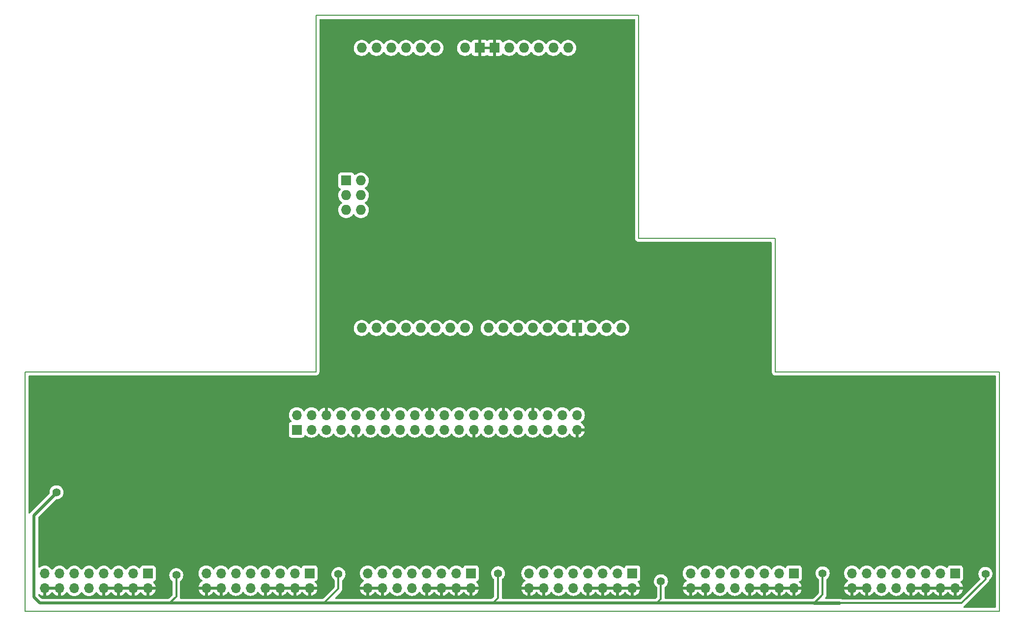
<source format=gbl>
G04 #@! TF.GenerationSoftware,KiCad,Pcbnew,(6.0.6)*
G04 #@! TF.CreationDate,2023-08-29T14:41:19+02:00*
G04 #@! TF.ProjectId,pynq-rpi-ph-adapter,70796e71-2d72-4706-992d-70682d616461,rev?*
G04 #@! TF.SameCoordinates,Original*
G04 #@! TF.FileFunction,Copper,L2,Bot*
G04 #@! TF.FilePolarity,Positive*
%FSLAX46Y46*%
G04 Gerber Fmt 4.6, Leading zero omitted, Abs format (unit mm)*
G04 Created by KiCad (PCBNEW (6.0.6)) date 2023-08-29 14:41:19*
%MOMM*%
%LPD*%
G01*
G04 APERTURE LIST*
G04 #@! TA.AperFunction,NonConductor*
%ADD10C,0.200000*%
G04 #@! TD*
G04 #@! TA.AperFunction,ComponentPad*
%ADD11R,1.700000X1.700000*%
G04 #@! TD*
G04 #@! TA.AperFunction,ComponentPad*
%ADD12O,1.700000X1.700000*%
G04 #@! TD*
G04 #@! TA.AperFunction,ComponentPad*
%ADD13O,1.727200X1.727200*%
G04 #@! TD*
G04 #@! TA.AperFunction,ComponentPad*
%ADD14R,1.727200X1.727200*%
G04 #@! TD*
G04 #@! TA.AperFunction,ViaPad*
%ADD15C,1.400000*%
G04 #@! TD*
G04 #@! TA.AperFunction,Conductor*
%ADD16C,0.300000*%
G04 #@! TD*
G04 #@! TA.AperFunction,Conductor*
%ADD17C,0.500000*%
G04 #@! TD*
G04 APERTURE END LIST*
D10*
X15900000Y-118800000D02*
X15900000Y-77500000D01*
X121600000Y-54500000D02*
X145100000Y-54500000D01*
X66000000Y-16100000D02*
X121600000Y-16100000D01*
X183700000Y-77500000D02*
X183700000Y-118800000D01*
X15900000Y-77500000D02*
X66000000Y-77500000D01*
X66000000Y-77500000D02*
X66000000Y-16100000D01*
X183700000Y-118800000D02*
X15900000Y-118800000D01*
X145100000Y-77500000D02*
X183700000Y-77500000D01*
X121600000Y-16100000D02*
X121600000Y-54500000D01*
X145100000Y-54500000D02*
X145100000Y-77500000D01*
D11*
X92715000Y-112210000D03*
D12*
X92715000Y-114750000D03*
X90175000Y-112210000D03*
X90175000Y-114750000D03*
X87635000Y-112210000D03*
X87635000Y-114750000D03*
X85095000Y-112210000D03*
X85095000Y-114750000D03*
X82555000Y-112210000D03*
X82555000Y-114750000D03*
X80015000Y-112210000D03*
X80015000Y-114750000D03*
X77475000Y-112210000D03*
X77475000Y-114750000D03*
X74935000Y-112210000D03*
X74935000Y-114750000D03*
D11*
X64915000Y-112210000D03*
D12*
X64915000Y-114750000D03*
X62375000Y-112210000D03*
X62375000Y-114750000D03*
X59835000Y-112210000D03*
X59835000Y-114750000D03*
X57295000Y-112210000D03*
X57295000Y-114750000D03*
X54755000Y-112210000D03*
X54755000Y-114750000D03*
X52215000Y-112210000D03*
X52215000Y-114750000D03*
X49675000Y-112210000D03*
X49675000Y-114750000D03*
X47135000Y-112210000D03*
X47135000Y-114750000D03*
D13*
X109448600Y-21691600D03*
X101828600Y-21691600D03*
X99288600Y-21691600D03*
X71221600Y-49631600D03*
X86588600Y-21691600D03*
X84048600Y-21691600D03*
X81508600Y-21691600D03*
X78968600Y-21691600D03*
X76428600Y-21691600D03*
X73888600Y-21691600D03*
X113512600Y-69951600D03*
X73888600Y-69951600D03*
X76428600Y-69951600D03*
X78968600Y-69951600D03*
X81508600Y-69951600D03*
X84048600Y-69951600D03*
X86588600Y-69951600D03*
X89128600Y-69951600D03*
X91668600Y-69951600D03*
X95732600Y-69951600D03*
X98272600Y-69951600D03*
X100812600Y-69951600D03*
X103352600Y-69951600D03*
X105892600Y-69951600D03*
X108432600Y-69951600D03*
D14*
X110972600Y-69951600D03*
X96748600Y-21691600D03*
X94208600Y-21691600D03*
X71221600Y-44551600D03*
D13*
X106908600Y-21691600D03*
X73761600Y-49631600D03*
X71221600Y-47091600D03*
X104368600Y-21691600D03*
X73761600Y-44551600D03*
X73761600Y-47091600D03*
X118592600Y-69951600D03*
X116052600Y-69951600D03*
X91668600Y-21691600D03*
D11*
X37085000Y-112260000D03*
D12*
X37085000Y-114800000D03*
X34545000Y-112260000D03*
X34545000Y-114800000D03*
X32005000Y-112260000D03*
X32005000Y-114800000D03*
X29465000Y-112260000D03*
X29465000Y-114800000D03*
X26925000Y-112260000D03*
X26925000Y-114800000D03*
X24385000Y-112260000D03*
X24385000Y-114800000D03*
X21845000Y-112260000D03*
X21845000Y-114800000D03*
X19305000Y-112260000D03*
X19305000Y-114800000D03*
D11*
X176115000Y-112210000D03*
D12*
X176115000Y-114750000D03*
X173575000Y-112210000D03*
X173575000Y-114750000D03*
X171035000Y-112210000D03*
X171035000Y-114750000D03*
X168495000Y-112210000D03*
X168495000Y-114750000D03*
X165955000Y-112210000D03*
X165955000Y-114750000D03*
X163415000Y-112210000D03*
X163415000Y-114750000D03*
X160875000Y-112210000D03*
X160875000Y-114750000D03*
X158335000Y-112210000D03*
X158335000Y-114750000D03*
D11*
X148315000Y-112210000D03*
D12*
X148315000Y-114750000D03*
X145775000Y-112210000D03*
X145775000Y-114750000D03*
X143235000Y-112210000D03*
X143235000Y-114750000D03*
X140695000Y-112210000D03*
X140695000Y-114750000D03*
X138155000Y-112210000D03*
X138155000Y-114750000D03*
X135615000Y-112210000D03*
X135615000Y-114750000D03*
X133075000Y-112210000D03*
X133075000Y-114750000D03*
X130535000Y-112210000D03*
X130535000Y-114750000D03*
D11*
X120515000Y-112210000D03*
D12*
X120515000Y-114750000D03*
X117975000Y-112210000D03*
X117975000Y-114750000D03*
X115435000Y-112210000D03*
X115435000Y-114750000D03*
X112895000Y-112210000D03*
X112895000Y-114750000D03*
X110355000Y-112210000D03*
X110355000Y-114750000D03*
X107815000Y-112210000D03*
X107815000Y-114750000D03*
X105275000Y-112210000D03*
X105275000Y-114750000D03*
X102735000Y-112210000D03*
X102735000Y-114750000D03*
D11*
X62710000Y-87490000D03*
D12*
X62710000Y-84950000D03*
X65250000Y-87490000D03*
X65250000Y-84950000D03*
X67790000Y-87490000D03*
X67790000Y-84950000D03*
X70330000Y-87490000D03*
X70330000Y-84950000D03*
X72870000Y-87490000D03*
X72870000Y-84950000D03*
X75410000Y-87490000D03*
X75410000Y-84950000D03*
X77950000Y-87490000D03*
X77950000Y-84950000D03*
X80490000Y-87490000D03*
X80490000Y-84950000D03*
X83030000Y-87490000D03*
X83030000Y-84950000D03*
X85570000Y-87490000D03*
X85570000Y-84950000D03*
X88110000Y-87490000D03*
X88110000Y-84950000D03*
X90650000Y-87490000D03*
X90650000Y-84950000D03*
X93190000Y-87490000D03*
X93190000Y-84950000D03*
X95730000Y-87490000D03*
X95730000Y-84950000D03*
X98270000Y-87490000D03*
X98270000Y-84950000D03*
X100810000Y-87490000D03*
X100810000Y-84950000D03*
X103350000Y-87490000D03*
X103350000Y-84950000D03*
X105890000Y-87490000D03*
X105890000Y-84950000D03*
X108430000Y-87490000D03*
X108430000Y-84950000D03*
X110970000Y-87490000D03*
X110970000Y-84950000D03*
D15*
X133050000Y-61750000D03*
X58050000Y-84250000D03*
X77850000Y-59350000D03*
X100900000Y-35900000D03*
X22150000Y-84125000D03*
X148750000Y-107350000D03*
X131000000Y-97100000D03*
X119150000Y-108100000D03*
X145600000Y-89950000D03*
X177900000Y-107600000D03*
X58050000Y-88700000D03*
X69890000Y-112360000D03*
X153280000Y-112220000D03*
X125430000Y-113590000D03*
X181320000Y-112310000D03*
X97380000Y-112210000D03*
X21325000Y-98250000D03*
X41960000Y-112540000D03*
D16*
X125430000Y-113590000D02*
X125430000Y-116630000D01*
D17*
X21325000Y-98250000D02*
X21325000Y-98350000D01*
D16*
X69870000Y-114910000D02*
X67420000Y-117360000D01*
X153280000Y-112220000D02*
X153280000Y-115910000D01*
D17*
X119840000Y-117360000D02*
X124700000Y-117360000D01*
X156240000Y-117370000D02*
X151820000Y-117370000D01*
D16*
X97380000Y-116470000D02*
X96490000Y-117360000D01*
D17*
X156230000Y-117360000D02*
X156240000Y-117370000D01*
D16*
X177240000Y-117360000D02*
X156250000Y-117360000D01*
X69870000Y-112380000D02*
X69870000Y-114910000D01*
D17*
X21325000Y-98350000D02*
X17420000Y-102255000D01*
D16*
X153280000Y-115910000D02*
X151820000Y-117370000D01*
D17*
X96490000Y-117360000D02*
X119840000Y-117360000D01*
X40840000Y-117360000D02*
X41980000Y-117360000D01*
D16*
X97380000Y-112210000D02*
X97380000Y-116470000D01*
X41960000Y-112540000D02*
X41960000Y-116240000D01*
D17*
X17420000Y-102255000D02*
X17420000Y-116310000D01*
X65830000Y-117360000D02*
X67420000Y-117360000D01*
X124700000Y-117360000D02*
X156230000Y-117360000D01*
D16*
X41960000Y-116240000D02*
X40840000Y-117360000D01*
D17*
X18470000Y-117360000D02*
X40840000Y-117360000D01*
D16*
X69890000Y-112360000D02*
X69870000Y-112380000D01*
X156250000Y-117360000D02*
X156240000Y-117370000D01*
D17*
X67420000Y-117360000D02*
X93680000Y-117360000D01*
D16*
X125430000Y-116630000D02*
X124700000Y-117360000D01*
D17*
X93680000Y-117360000D02*
X96490000Y-117360000D01*
X41980000Y-117360000D02*
X65830000Y-117360000D01*
X17420000Y-116310000D02*
X18470000Y-117360000D01*
D16*
X181320000Y-112310000D02*
X181320000Y-113280000D01*
X181320000Y-113280000D02*
X177240000Y-117360000D01*
G04 #@! TA.AperFunction,Conductor*
G36*
X120925000Y-16720462D02*
G01*
X120979538Y-16775000D01*
X120999500Y-16849500D01*
X120999500Y-54450876D01*
X120998225Y-54470322D01*
X120994318Y-54500000D01*
X121004158Y-54574739D01*
X121014956Y-54656762D01*
X121075464Y-54802841D01*
X121171718Y-54928282D01*
X121297159Y-55024536D01*
X121443238Y-55085044D01*
X121452919Y-55086319D01*
X121452921Y-55086319D01*
X121590315Y-55104407D01*
X121600000Y-55105682D01*
X121629678Y-55101775D01*
X121649124Y-55100500D01*
X144350500Y-55100500D01*
X144425000Y-55120462D01*
X144479538Y-55175000D01*
X144499500Y-55249500D01*
X144499500Y-77450876D01*
X144498225Y-77470322D01*
X144494318Y-77500000D01*
X144504158Y-77574739D01*
X144514956Y-77656762D01*
X144575464Y-77802841D01*
X144671718Y-77928282D01*
X144797159Y-78024536D01*
X144943238Y-78085044D01*
X144952919Y-78086319D01*
X144952921Y-78086319D01*
X145090315Y-78104407D01*
X145100000Y-78105682D01*
X145129678Y-78101775D01*
X145149124Y-78100500D01*
X182950500Y-78100500D01*
X183025000Y-78120462D01*
X183079538Y-78175000D01*
X183099500Y-78249500D01*
X183099500Y-118050500D01*
X183079538Y-118125000D01*
X183025000Y-118179538D01*
X182950500Y-118199500D01*
X177649797Y-118199500D01*
X177575297Y-118179538D01*
X177520759Y-118125000D01*
X177500797Y-118050500D01*
X177520759Y-117976000D01*
X177562214Y-117929960D01*
X177591859Y-117908421D01*
X177603576Y-117900725D01*
X177633795Y-117882854D01*
X177633798Y-117882852D01*
X177641865Y-117878081D01*
X177655480Y-117864466D01*
X177673259Y-117849281D01*
X177681255Y-117843472D01*
X177681257Y-117843470D01*
X177688837Y-117837963D01*
X177717185Y-117803696D01*
X177726633Y-117793313D01*
X181723299Y-113796647D01*
X181731121Y-113789529D01*
X181737940Y-113785202D01*
X181744357Y-113778368D01*
X181744360Y-113778366D01*
X181785572Y-113734479D01*
X181788829Y-113731117D01*
X181808911Y-113711035D01*
X181811777Y-113707341D01*
X181814648Y-113704084D01*
X181820005Y-113697812D01*
X181844031Y-113672227D01*
X181844033Y-113672225D01*
X181850448Y-113665393D01*
X181859726Y-113648515D01*
X181872557Y-113628983D01*
X181884362Y-113613764D01*
X181889297Y-113602360D01*
X181902023Y-113572953D01*
X181908191Y-113560360D01*
X181929627Y-113521368D01*
X181931957Y-113512292D01*
X181931959Y-113512288D01*
X181934417Y-113502714D01*
X181941988Y-113480598D01*
X181949635Y-113462927D01*
X181956591Y-113419008D01*
X181959438Y-113405263D01*
X181968844Y-113368628D01*
X182006706Y-113301433D01*
X182017886Y-113291125D01*
X182167266Y-113166886D01*
X182172518Y-113162518D01*
X182313602Y-112992884D01*
X182328557Y-112966181D01*
X182408842Y-112822821D01*
X182421410Y-112800379D01*
X182454154Y-112703918D01*
X182490138Y-112597914D01*
X182490139Y-112597908D01*
X182492331Y-112591452D01*
X182523991Y-112373098D01*
X182525643Y-112310000D01*
X182523370Y-112285258D01*
X182506079Y-112097091D01*
X182505454Y-112090289D01*
X182469503Y-111962813D01*
X182447421Y-111884517D01*
X182445565Y-111877936D01*
X182404428Y-111794517D01*
X182351002Y-111686181D01*
X182347980Y-111680053D01*
X182215967Y-111503267D01*
X182210950Y-111498629D01*
X182210947Y-111498626D01*
X182058970Y-111358140D01*
X182058968Y-111358138D01*
X182053949Y-111353499D01*
X182048171Y-111349854D01*
X182048168Y-111349851D01*
X181873127Y-111239409D01*
X181867350Y-111235764D01*
X181809783Y-111212797D01*
X181668765Y-111156537D01*
X181662421Y-111154006D01*
X181589037Y-111139409D01*
X181452727Y-111112295D01*
X181452724Y-111112295D01*
X181446024Y-111110962D01*
X181334264Y-111109499D01*
X181232240Y-111108163D01*
X181232235Y-111108163D01*
X181225406Y-111108074D01*
X181218673Y-111109231D01*
X181218672Y-111109231D01*
X181145501Y-111121804D01*
X181007957Y-111145438D01*
X181001558Y-111147799D01*
X181001553Y-111147800D01*
X180922092Y-111177115D01*
X180800957Y-111221804D01*
X180611341Y-111334614D01*
X180445457Y-111480090D01*
X180441230Y-111485452D01*
X180441229Y-111485453D01*
X180344715Y-111607882D01*
X180308863Y-111653360D01*
X180264349Y-111737967D01*
X180238059Y-111787936D01*
X180206131Y-111848620D01*
X180204106Y-111855143D01*
X180142727Y-112052813D01*
X180142726Y-112052818D01*
X180140703Y-112059333D01*
X180139901Y-112066110D01*
X180139900Y-112066114D01*
X180115573Y-112271653D01*
X180114770Y-112278440D01*
X180116552Y-112305634D01*
X180128289Y-112484698D01*
X180129200Y-112498604D01*
X180183511Y-112712452D01*
X180186369Y-112718652D01*
X180186371Y-112718657D01*
X180271302Y-112902884D01*
X180275883Y-112912821D01*
X180358965Y-113030379D01*
X180403222Y-113093002D01*
X180402136Y-113093770D01*
X180432099Y-113156581D01*
X180426051Y-113233472D01*
X180390954Y-113289100D01*
X177014195Y-116665859D01*
X176947400Y-116704423D01*
X176908836Y-116709500D01*
X156643850Y-116709500D01*
X156580760Y-116695484D01*
X156561994Y-116686713D01*
X156557324Y-116684430D01*
X156501098Y-116655720D01*
X156493384Y-116651781D01*
X156484975Y-116649724D01*
X156480696Y-116648132D01*
X156476346Y-116646685D01*
X156468507Y-116643021D01*
X156398188Y-116628394D01*
X156393161Y-116627257D01*
X156323394Y-116610185D01*
X156316776Y-116609774D01*
X156316773Y-116609774D01*
X156315985Y-116609725D01*
X156312352Y-116609500D01*
X156311820Y-116609500D01*
X156305534Y-116609122D01*
X156297169Y-116607382D01*
X156288516Y-116607616D01*
X156288514Y-116607616D01*
X156220932Y-116609445D01*
X156216901Y-116609500D01*
X153860163Y-116609500D01*
X153785663Y-116589538D01*
X153731125Y-116535000D01*
X153711163Y-116460500D01*
X153731125Y-116386000D01*
X153754804Y-116355141D01*
X153768911Y-116341034D01*
X153771784Y-116337330D01*
X153774689Y-116334035D01*
X153779987Y-116327831D01*
X153810448Y-116295393D01*
X153819727Y-116278515D01*
X153832560Y-116258980D01*
X153838614Y-116251176D01*
X153838618Y-116251169D01*
X153844363Y-116243763D01*
X153862024Y-116202950D01*
X153868202Y-116190339D01*
X153885112Y-116159581D01*
X153885113Y-116159579D01*
X153889627Y-116151368D01*
X153893668Y-116135630D01*
X153894415Y-116132721D01*
X153901989Y-116110598D01*
X153905912Y-116101533D01*
X153905913Y-116101529D01*
X153909636Y-116092926D01*
X153916594Y-116048999D01*
X153919439Y-116035258D01*
X153928169Y-116001254D01*
X153930500Y-115992177D01*
X153930500Y-115972921D01*
X153932333Y-115949624D01*
X153935347Y-115930595D01*
X153931161Y-115886314D01*
X153930500Y-115872291D01*
X153930500Y-115009808D01*
X157006992Y-115009808D01*
X157059886Y-115207210D01*
X157064317Y-115219384D01*
X157158649Y-115421678D01*
X157165133Y-115432910D01*
X157293161Y-115615752D01*
X157301488Y-115625676D01*
X157459319Y-115783507D01*
X157469257Y-115791845D01*
X157652089Y-115919867D01*
X157663317Y-115926350D01*
X157865616Y-116020683D01*
X157877790Y-116025114D01*
X158066052Y-116075559D01*
X158082069Y-116075559D01*
X158085000Y-116070482D01*
X158085000Y-116061020D01*
X158585000Y-116061020D01*
X158589145Y-116076491D01*
X158594808Y-116078008D01*
X158792210Y-116025114D01*
X158804384Y-116020683D01*
X159006683Y-115926350D01*
X159017911Y-115919867D01*
X159200743Y-115791845D01*
X159210681Y-115783507D01*
X159368512Y-115625676D01*
X159376839Y-115615752D01*
X159482946Y-115464216D01*
X159542030Y-115414639D01*
X159617986Y-115401246D01*
X159690463Y-115427625D01*
X159727054Y-115464216D01*
X159833161Y-115615752D01*
X159841488Y-115625676D01*
X159999319Y-115783507D01*
X160009257Y-115791845D01*
X160192089Y-115919867D01*
X160203317Y-115926350D01*
X160405616Y-116020683D01*
X160417790Y-116025114D01*
X160606052Y-116075559D01*
X160622069Y-116075559D01*
X160625000Y-116070482D01*
X160625000Y-115019616D01*
X160620855Y-115004145D01*
X160605384Y-115000000D01*
X158604616Y-115000000D01*
X158589145Y-115004145D01*
X158585000Y-115019616D01*
X158585000Y-116061020D01*
X158085000Y-116061020D01*
X158085000Y-115019616D01*
X158080855Y-115004145D01*
X158065384Y-115000000D01*
X157023980Y-115000000D01*
X157008509Y-115004145D01*
X157006992Y-115009808D01*
X153930500Y-115009808D01*
X153930500Y-113310411D01*
X153950462Y-113235911D01*
X153984222Y-113195855D01*
X154132518Y-113072518D01*
X154273602Y-112902884D01*
X154279203Y-112892884D01*
X154369283Y-112732033D01*
X154381410Y-112710379D01*
X154424073Y-112584698D01*
X154450138Y-112507914D01*
X154450139Y-112507908D01*
X154452331Y-112501452D01*
X154483991Y-112283098D01*
X154485643Y-112220000D01*
X154484724Y-112210000D01*
X156979341Y-112210000D01*
X156979908Y-112216481D01*
X156999161Y-112436537D01*
X156999937Y-112445408D01*
X157001618Y-112451682D01*
X157001619Y-112451687D01*
X157025762Y-112541789D01*
X157061097Y-112673663D01*
X157160965Y-112887829D01*
X157296505Y-113081401D01*
X157463599Y-113248495D01*
X157593329Y-113339333D01*
X157620348Y-113358252D01*
X157669925Y-113417336D01*
X157683318Y-113493292D01*
X157656939Y-113565769D01*
X157620348Y-113602360D01*
X157469248Y-113708161D01*
X157459324Y-113716488D01*
X157301488Y-113874324D01*
X157293161Y-113884248D01*
X157165133Y-114067090D01*
X157158649Y-114078322D01*
X157064317Y-114280616D01*
X157059886Y-114292790D01*
X157009441Y-114481052D01*
X157009441Y-114497069D01*
X157014518Y-114500000D01*
X160976000Y-114500000D01*
X161050500Y-114519962D01*
X161105038Y-114574500D01*
X161125000Y-114649000D01*
X161125000Y-116061020D01*
X161129145Y-116076491D01*
X161134808Y-116078008D01*
X161332210Y-116025114D01*
X161344384Y-116020683D01*
X161546683Y-115926350D01*
X161557911Y-115919867D01*
X161740743Y-115791845D01*
X161750681Y-115783507D01*
X161908512Y-115625676D01*
X161916839Y-115615752D01*
X162022641Y-115464652D01*
X162081725Y-115415075D01*
X162157681Y-115401682D01*
X162230158Y-115428061D01*
X162266749Y-115464653D01*
X162372772Y-115616070D01*
X162376505Y-115621401D01*
X162543599Y-115788495D01*
X162737170Y-115924035D01*
X162951337Y-116023903D01*
X162957618Y-116025586D01*
X163173313Y-116083381D01*
X163173318Y-116083382D01*
X163179592Y-116085063D01*
X163186063Y-116085629D01*
X163186068Y-116085630D01*
X163408519Y-116105092D01*
X163415000Y-116105659D01*
X163421481Y-116105092D01*
X163643932Y-116085630D01*
X163643937Y-116085629D01*
X163650408Y-116085063D01*
X163656682Y-116083382D01*
X163656687Y-116083381D01*
X163872382Y-116025586D01*
X163878663Y-116023903D01*
X164092830Y-115924035D01*
X164286401Y-115788495D01*
X164453495Y-115621401D01*
X164562946Y-115465088D01*
X164622030Y-115415511D01*
X164697986Y-115402118D01*
X164770463Y-115428497D01*
X164807054Y-115465088D01*
X164916505Y-115621401D01*
X165083599Y-115788495D01*
X165277170Y-115924035D01*
X165491337Y-116023903D01*
X165497618Y-116025586D01*
X165713313Y-116083381D01*
X165713318Y-116083382D01*
X165719592Y-116085063D01*
X165726063Y-116085629D01*
X165726068Y-116085630D01*
X165948519Y-116105092D01*
X165955000Y-116105659D01*
X165961481Y-116105092D01*
X166183932Y-116085630D01*
X166183937Y-116085629D01*
X166190408Y-116085063D01*
X166196682Y-116083382D01*
X166196687Y-116083381D01*
X166412382Y-116025586D01*
X166418663Y-116023903D01*
X166632830Y-115924035D01*
X166826401Y-115788495D01*
X166993495Y-115621401D01*
X166997228Y-115616070D01*
X167103251Y-115464653D01*
X167162334Y-115415075D01*
X167238291Y-115401682D01*
X167310767Y-115428061D01*
X167347359Y-115464652D01*
X167453161Y-115615752D01*
X167461488Y-115625676D01*
X167619319Y-115783507D01*
X167629257Y-115791845D01*
X167812089Y-115919867D01*
X167823317Y-115926350D01*
X168025616Y-116020683D01*
X168037790Y-116025114D01*
X168226052Y-116075559D01*
X168242069Y-116075559D01*
X168245000Y-116070482D01*
X168245000Y-116061020D01*
X168745000Y-116061020D01*
X168749145Y-116076491D01*
X168754808Y-116078008D01*
X168952210Y-116025114D01*
X168964384Y-116020683D01*
X169166683Y-115926350D01*
X169177911Y-115919867D01*
X169360743Y-115791845D01*
X169370681Y-115783507D01*
X169528512Y-115625676D01*
X169536839Y-115615752D01*
X169642946Y-115464216D01*
X169702030Y-115414639D01*
X169777986Y-115401246D01*
X169850463Y-115427625D01*
X169887054Y-115464216D01*
X169993161Y-115615752D01*
X170001488Y-115625676D01*
X170159319Y-115783507D01*
X170169257Y-115791845D01*
X170352089Y-115919867D01*
X170363317Y-115926350D01*
X170565616Y-116020683D01*
X170577790Y-116025114D01*
X170766052Y-116075559D01*
X170782069Y-116075559D01*
X170785000Y-116070482D01*
X170785000Y-116061020D01*
X171285000Y-116061020D01*
X171289145Y-116076491D01*
X171294808Y-116078008D01*
X171492210Y-116025114D01*
X171504384Y-116020683D01*
X171706683Y-115926350D01*
X171717911Y-115919867D01*
X171900743Y-115791845D01*
X171910681Y-115783507D01*
X172068512Y-115625676D01*
X172076839Y-115615752D01*
X172182946Y-115464216D01*
X172242030Y-115414639D01*
X172317986Y-115401246D01*
X172390463Y-115427625D01*
X172427054Y-115464216D01*
X172533161Y-115615752D01*
X172541488Y-115625676D01*
X172699319Y-115783507D01*
X172709257Y-115791845D01*
X172892089Y-115919867D01*
X172903317Y-115926350D01*
X173105616Y-116020683D01*
X173117790Y-116025114D01*
X173306052Y-116075559D01*
X173322069Y-116075559D01*
X173325000Y-116070482D01*
X173325000Y-116061020D01*
X173825000Y-116061020D01*
X173829145Y-116076491D01*
X173834808Y-116078008D01*
X174032210Y-116025114D01*
X174044384Y-116020683D01*
X174246683Y-115926350D01*
X174257911Y-115919867D01*
X174440743Y-115791845D01*
X174450681Y-115783507D01*
X174608512Y-115625676D01*
X174616839Y-115615752D01*
X174722946Y-115464216D01*
X174782030Y-115414639D01*
X174857986Y-115401246D01*
X174930463Y-115427625D01*
X174967054Y-115464216D01*
X175073161Y-115615752D01*
X175081488Y-115625676D01*
X175239319Y-115783507D01*
X175249257Y-115791845D01*
X175432089Y-115919867D01*
X175443317Y-115926350D01*
X175645616Y-116020683D01*
X175657790Y-116025114D01*
X175846052Y-116075559D01*
X175862069Y-116075559D01*
X175865000Y-116070482D01*
X175865000Y-116061020D01*
X176365000Y-116061020D01*
X176369145Y-116076491D01*
X176374808Y-116078008D01*
X176572210Y-116025114D01*
X176584384Y-116020683D01*
X176786683Y-115926350D01*
X176797911Y-115919867D01*
X176980743Y-115791845D01*
X176990681Y-115783507D01*
X177148512Y-115625676D01*
X177156839Y-115615752D01*
X177284867Y-115432910D01*
X177291351Y-115421678D01*
X177385683Y-115219384D01*
X177390114Y-115207210D01*
X177440559Y-115018948D01*
X177440559Y-115002931D01*
X177435482Y-115000000D01*
X176384616Y-115000000D01*
X176369145Y-115004145D01*
X176365000Y-115019616D01*
X176365000Y-116061020D01*
X175865000Y-116061020D01*
X175865000Y-115019616D01*
X175860855Y-115004145D01*
X175845384Y-115000000D01*
X173844616Y-115000000D01*
X173829145Y-115004145D01*
X173825000Y-115019616D01*
X173825000Y-116061020D01*
X173325000Y-116061020D01*
X173325000Y-115019616D01*
X173320855Y-115004145D01*
X173305384Y-115000000D01*
X171304616Y-115000000D01*
X171289145Y-115004145D01*
X171285000Y-115019616D01*
X171285000Y-116061020D01*
X170785000Y-116061020D01*
X170785000Y-115019616D01*
X170780855Y-115004145D01*
X170765384Y-115000000D01*
X168764616Y-115000000D01*
X168749145Y-115004145D01*
X168745000Y-115019616D01*
X168745000Y-116061020D01*
X168245000Y-116061020D01*
X168245000Y-114649000D01*
X168264962Y-114574500D01*
X168319500Y-114519962D01*
X168394000Y-114500000D01*
X177426020Y-114500000D01*
X177441491Y-114495855D01*
X177443008Y-114490192D01*
X177390114Y-114292790D01*
X177385683Y-114280616D01*
X177291351Y-114078322D01*
X177284867Y-114067090D01*
X177156839Y-113884248D01*
X177148512Y-113874324D01*
X177058631Y-113784443D01*
X177020067Y-113717648D01*
X177020067Y-113640520D01*
X177058631Y-113573725D01*
X177111688Y-113539565D01*
X177137204Y-113530000D01*
X177207824Y-113503526D01*
X177322546Y-113417546D01*
X177408526Y-113302824D01*
X177458851Y-113168580D01*
X177460008Y-113157936D01*
X177462236Y-113137424D01*
X177465500Y-113107377D01*
X177465500Y-112210000D01*
X177465499Y-111316651D01*
X177465499Y-111312624D01*
X177461065Y-111271804D01*
X177459860Y-111260706D01*
X177459859Y-111260703D01*
X177458851Y-111251420D01*
X177414010Y-111131804D01*
X177412252Y-111127115D01*
X177412252Y-111127114D01*
X177408526Y-111117176D01*
X177334253Y-111018074D01*
X177328912Y-111010948D01*
X177322546Y-111002454D01*
X177298476Y-110984414D01*
X177219116Y-110924937D01*
X177207824Y-110916474D01*
X177190387Y-110909937D01*
X177082324Y-110869427D01*
X177082325Y-110869427D01*
X177073580Y-110866149D01*
X177064295Y-110865140D01*
X177064294Y-110865140D01*
X177045075Y-110863052D01*
X177012377Y-110859500D01*
X177008338Y-110859500D01*
X176113665Y-110859501D01*
X175217624Y-110859501D01*
X175187822Y-110862738D01*
X175165706Y-110865140D01*
X175165703Y-110865141D01*
X175156420Y-110866149D01*
X175022176Y-110916474D01*
X175010884Y-110924937D01*
X174931525Y-110984414D01*
X174907454Y-111002454D01*
X174901088Y-111010948D01*
X174895747Y-111018074D01*
X174821474Y-111117176D01*
X174817748Y-111127114D01*
X174817748Y-111127115D01*
X174815990Y-111131804D01*
X174788924Y-111204006D01*
X174785628Y-111212797D01*
X174740785Y-111275549D01*
X174670573Y-111307473D01*
X174593807Y-111300014D01*
X174540750Y-111265854D01*
X174446401Y-111171505D01*
X174252830Y-111035965D01*
X174038663Y-110936097D01*
X174032382Y-110934414D01*
X173816687Y-110876619D01*
X173816682Y-110876618D01*
X173810408Y-110874937D01*
X173803937Y-110874371D01*
X173803932Y-110874370D01*
X173581481Y-110854908D01*
X173575000Y-110854341D01*
X173568519Y-110854908D01*
X173346068Y-110874370D01*
X173346063Y-110874371D01*
X173339592Y-110874937D01*
X173333318Y-110876618D01*
X173333313Y-110876619D01*
X173233730Y-110903302D01*
X173111337Y-110936097D01*
X172897171Y-111035965D01*
X172703599Y-111171505D01*
X172536505Y-111338599D01*
X172437432Y-111480090D01*
X172427054Y-111494912D01*
X172367970Y-111544489D01*
X172292014Y-111557882D01*
X172219537Y-111531503D01*
X172182946Y-111494912D01*
X172172568Y-111480090D01*
X172073495Y-111338599D01*
X171906401Y-111171505D01*
X171712830Y-111035965D01*
X171498663Y-110936097D01*
X171492382Y-110934414D01*
X171276687Y-110876619D01*
X171276682Y-110876618D01*
X171270408Y-110874937D01*
X171263937Y-110874371D01*
X171263932Y-110874370D01*
X171041481Y-110854908D01*
X171035000Y-110854341D01*
X171028519Y-110854908D01*
X170806068Y-110874370D01*
X170806063Y-110874371D01*
X170799592Y-110874937D01*
X170793318Y-110876618D01*
X170793313Y-110876619D01*
X170693730Y-110903302D01*
X170571337Y-110936097D01*
X170357171Y-111035965D01*
X170163599Y-111171505D01*
X169996505Y-111338599D01*
X169897432Y-111480090D01*
X169887054Y-111494912D01*
X169827970Y-111544489D01*
X169752014Y-111557882D01*
X169679537Y-111531503D01*
X169642946Y-111494912D01*
X169632568Y-111480090D01*
X169533495Y-111338599D01*
X169366401Y-111171505D01*
X169172830Y-111035965D01*
X168958663Y-110936097D01*
X168952382Y-110934414D01*
X168736687Y-110876619D01*
X168736682Y-110876618D01*
X168730408Y-110874937D01*
X168723937Y-110874371D01*
X168723932Y-110874370D01*
X168501481Y-110854908D01*
X168495000Y-110854341D01*
X168488519Y-110854908D01*
X168266068Y-110874370D01*
X168266063Y-110874371D01*
X168259592Y-110874937D01*
X168253318Y-110876618D01*
X168253313Y-110876619D01*
X168153730Y-110903302D01*
X168031337Y-110936097D01*
X167817171Y-111035965D01*
X167623599Y-111171505D01*
X167456505Y-111338599D01*
X167357432Y-111480090D01*
X167347054Y-111494912D01*
X167287970Y-111544489D01*
X167212014Y-111557882D01*
X167139537Y-111531503D01*
X167102946Y-111494912D01*
X167092568Y-111480090D01*
X166993495Y-111338599D01*
X166826401Y-111171505D01*
X166632830Y-111035965D01*
X166418663Y-110936097D01*
X166412382Y-110934414D01*
X166196687Y-110876619D01*
X166196682Y-110876618D01*
X166190408Y-110874937D01*
X166183937Y-110874371D01*
X166183932Y-110874370D01*
X165961481Y-110854908D01*
X165955000Y-110854341D01*
X165948519Y-110854908D01*
X165726068Y-110874370D01*
X165726063Y-110874371D01*
X165719592Y-110874937D01*
X165713318Y-110876618D01*
X165713313Y-110876619D01*
X165613730Y-110903302D01*
X165491337Y-110936097D01*
X165277171Y-111035965D01*
X165083599Y-111171505D01*
X164916505Y-111338599D01*
X164817432Y-111480090D01*
X164807054Y-111494912D01*
X164747970Y-111544489D01*
X164672014Y-111557882D01*
X164599537Y-111531503D01*
X164562946Y-111494912D01*
X164552568Y-111480090D01*
X164453495Y-111338599D01*
X164286401Y-111171505D01*
X164092830Y-111035965D01*
X163878663Y-110936097D01*
X163872382Y-110934414D01*
X163656687Y-110876619D01*
X163656682Y-110876618D01*
X163650408Y-110874937D01*
X163643937Y-110874371D01*
X163643932Y-110874370D01*
X163421481Y-110854908D01*
X163415000Y-110854341D01*
X163408519Y-110854908D01*
X163186068Y-110874370D01*
X163186063Y-110874371D01*
X163179592Y-110874937D01*
X163173318Y-110876618D01*
X163173313Y-110876619D01*
X163073730Y-110903302D01*
X162951337Y-110936097D01*
X162737171Y-111035965D01*
X162543599Y-111171505D01*
X162376505Y-111338599D01*
X162277432Y-111480090D01*
X162267054Y-111494912D01*
X162207970Y-111544489D01*
X162132014Y-111557882D01*
X162059537Y-111531503D01*
X162022946Y-111494912D01*
X162012568Y-111480090D01*
X161913495Y-111338599D01*
X161746401Y-111171505D01*
X161552830Y-111035965D01*
X161338663Y-110936097D01*
X161332382Y-110934414D01*
X161116687Y-110876619D01*
X161116682Y-110876618D01*
X161110408Y-110874937D01*
X161103937Y-110874371D01*
X161103932Y-110874370D01*
X160881481Y-110854908D01*
X160875000Y-110854341D01*
X160868519Y-110854908D01*
X160646068Y-110874370D01*
X160646063Y-110874371D01*
X160639592Y-110874937D01*
X160633318Y-110876618D01*
X160633313Y-110876619D01*
X160533730Y-110903302D01*
X160411337Y-110936097D01*
X160197171Y-111035965D01*
X160003599Y-111171505D01*
X159836505Y-111338599D01*
X159737432Y-111480090D01*
X159727054Y-111494912D01*
X159667970Y-111544489D01*
X159592014Y-111557882D01*
X159519537Y-111531503D01*
X159482946Y-111494912D01*
X159472568Y-111480090D01*
X159373495Y-111338599D01*
X159206401Y-111171505D01*
X159012830Y-111035965D01*
X158798663Y-110936097D01*
X158792382Y-110934414D01*
X158576687Y-110876619D01*
X158576682Y-110876618D01*
X158570408Y-110874937D01*
X158563937Y-110874371D01*
X158563932Y-110874370D01*
X158341481Y-110854908D01*
X158335000Y-110854341D01*
X158328519Y-110854908D01*
X158106068Y-110874370D01*
X158106063Y-110874371D01*
X158099592Y-110874937D01*
X158093318Y-110876618D01*
X158093313Y-110876619D01*
X157993730Y-110903302D01*
X157871337Y-110936097D01*
X157657171Y-111035965D01*
X157463599Y-111171505D01*
X157296505Y-111338599D01*
X157160965Y-111532171D01*
X157061097Y-111746337D01*
X157033691Y-111848620D01*
X157002209Y-111966114D01*
X156999937Y-111974592D01*
X156999371Y-111981063D01*
X156999370Y-111981068D01*
X156988148Y-112109333D01*
X156979341Y-112210000D01*
X154484724Y-112210000D01*
X154483370Y-112195258D01*
X154466079Y-112007091D01*
X154465454Y-112000289D01*
X154405565Y-111787936D01*
X154397610Y-111771803D01*
X154311002Y-111596181D01*
X154307980Y-111590053D01*
X154301596Y-111581503D01*
X154247262Y-111508742D01*
X154175967Y-111413267D01*
X154170950Y-111408629D01*
X154170947Y-111408626D01*
X154018970Y-111268140D01*
X154018968Y-111268138D01*
X154013949Y-111263499D01*
X154008171Y-111259854D01*
X154008168Y-111259851D01*
X153833127Y-111149409D01*
X153827350Y-111145764D01*
X153622421Y-111064006D01*
X153532341Y-111046088D01*
X153412727Y-111022295D01*
X153412724Y-111022295D01*
X153406024Y-111020962D01*
X153294264Y-111019499D01*
X153192240Y-111018163D01*
X153192235Y-111018163D01*
X153185406Y-111018074D01*
X153178673Y-111019231D01*
X153178672Y-111019231D01*
X153097295Y-111033214D01*
X152967957Y-111055438D01*
X152961558Y-111057799D01*
X152961553Y-111057800D01*
X152848487Y-111099513D01*
X152760957Y-111131804D01*
X152571341Y-111244614D01*
X152405457Y-111390090D01*
X152401230Y-111395452D01*
X152401229Y-111395453D01*
X152276820Y-111553267D01*
X152268863Y-111563360D01*
X152251595Y-111596181D01*
X152174573Y-111742575D01*
X152166131Y-111758620D01*
X152158933Y-111781803D01*
X152102727Y-111962813D01*
X152102726Y-111962818D01*
X152100703Y-111969333D01*
X152099901Y-111976110D01*
X152099900Y-111976114D01*
X152075573Y-112181653D01*
X152074770Y-112188440D01*
X152075217Y-112195258D01*
X152088545Y-112398604D01*
X152089200Y-112408604D01*
X152143511Y-112622452D01*
X152146369Y-112628652D01*
X152146371Y-112628657D01*
X152232138Y-112814698D01*
X152235883Y-112822821D01*
X152363222Y-113003002D01*
X152521264Y-113156961D01*
X152561303Y-113183714D01*
X152563280Y-113185035D01*
X152614134Y-113243023D01*
X152629500Y-113308924D01*
X152629500Y-115578836D01*
X152609538Y-115653336D01*
X152585859Y-115684195D01*
X151704195Y-116565859D01*
X151637400Y-116604423D01*
X151598836Y-116609500D01*
X126229500Y-116609500D01*
X126155000Y-116589538D01*
X126100462Y-116535000D01*
X126080500Y-116460500D01*
X126080500Y-115009808D01*
X129206992Y-115009808D01*
X129259886Y-115207210D01*
X129264317Y-115219384D01*
X129358649Y-115421678D01*
X129365133Y-115432910D01*
X129493161Y-115615752D01*
X129501488Y-115625676D01*
X129659319Y-115783507D01*
X129669257Y-115791845D01*
X129852089Y-115919867D01*
X129863317Y-115926350D01*
X130065616Y-116020683D01*
X130077790Y-116025114D01*
X130266052Y-116075559D01*
X130282069Y-116075559D01*
X130285000Y-116070482D01*
X130285000Y-116061020D01*
X130785000Y-116061020D01*
X130789145Y-116076491D01*
X130794808Y-116078008D01*
X130992210Y-116025114D01*
X131004384Y-116020683D01*
X131206683Y-115926350D01*
X131217911Y-115919867D01*
X131400743Y-115791845D01*
X131410681Y-115783507D01*
X131568512Y-115625676D01*
X131576839Y-115615752D01*
X131682946Y-115464216D01*
X131742030Y-115414639D01*
X131817986Y-115401246D01*
X131890463Y-115427625D01*
X131927054Y-115464216D01*
X132033161Y-115615752D01*
X132041488Y-115625676D01*
X132199319Y-115783507D01*
X132209257Y-115791845D01*
X132392089Y-115919867D01*
X132403317Y-115926350D01*
X132605616Y-116020683D01*
X132617790Y-116025114D01*
X132806052Y-116075559D01*
X132822069Y-116075559D01*
X132825000Y-116070482D01*
X132825000Y-115019616D01*
X132820855Y-115004145D01*
X132805384Y-115000000D01*
X130804616Y-115000000D01*
X130789145Y-115004145D01*
X130785000Y-115019616D01*
X130785000Y-116061020D01*
X130285000Y-116061020D01*
X130285000Y-115019616D01*
X130280855Y-115004145D01*
X130265384Y-115000000D01*
X129223980Y-115000000D01*
X129208509Y-115004145D01*
X129206992Y-115009808D01*
X126080500Y-115009808D01*
X126080500Y-114680411D01*
X126100462Y-114605911D01*
X126134222Y-114565855D01*
X126282518Y-114442518D01*
X126423602Y-114272884D01*
X126465315Y-114198401D01*
X126510851Y-114117090D01*
X126531410Y-114080379D01*
X126581123Y-113933930D01*
X126600138Y-113877914D01*
X126600139Y-113877908D01*
X126602331Y-113871452D01*
X126633991Y-113653098D01*
X126635643Y-113590000D01*
X126634354Y-113575965D01*
X126616079Y-113377091D01*
X126615454Y-113370289D01*
X126598148Y-113308924D01*
X126557421Y-113164517D01*
X126555565Y-113157936D01*
X126552024Y-113150754D01*
X126461002Y-112966181D01*
X126457980Y-112960053D01*
X126441385Y-112937829D01*
X126404546Y-112888497D01*
X126325967Y-112783267D01*
X126320950Y-112778629D01*
X126320947Y-112778626D01*
X126168970Y-112638140D01*
X126168968Y-112638138D01*
X126163949Y-112633499D01*
X126158171Y-112629854D01*
X126158168Y-112629851D01*
X125983127Y-112519409D01*
X125977350Y-112515764D01*
X125772421Y-112434006D01*
X125695518Y-112418709D01*
X125562727Y-112392295D01*
X125562724Y-112392295D01*
X125556024Y-112390962D01*
X125444264Y-112389499D01*
X125342240Y-112388163D01*
X125342235Y-112388163D01*
X125335406Y-112388074D01*
X125328673Y-112389231D01*
X125328672Y-112389231D01*
X125274124Y-112398604D01*
X125117957Y-112425438D01*
X125111558Y-112427799D01*
X125111553Y-112427800D01*
X124998487Y-112469513D01*
X124910957Y-112501804D01*
X124721341Y-112614614D01*
X124555457Y-112760090D01*
X124551230Y-112765452D01*
X124551229Y-112765453D01*
X124425051Y-112925511D01*
X124418863Y-112933360D01*
X124364686Y-113036332D01*
X124322991Y-113115582D01*
X124316131Y-113128620D01*
X124288724Y-113216886D01*
X124252727Y-113332813D01*
X124252726Y-113332818D01*
X124250703Y-113339333D01*
X124249901Y-113346110D01*
X124249900Y-113346114D01*
X124226563Y-113543292D01*
X124224770Y-113558440D01*
X124225721Y-113572953D01*
X124238699Y-113770953D01*
X124239200Y-113778604D01*
X124293511Y-113992452D01*
X124296369Y-113998652D01*
X124296371Y-113998657D01*
X124383022Y-114186616D01*
X124385883Y-114192821D01*
X124513222Y-114373002D01*
X124671264Y-114526961D01*
X124713280Y-114555035D01*
X124764134Y-114613023D01*
X124779500Y-114678924D01*
X124779500Y-116298836D01*
X124759538Y-116373336D01*
X124735859Y-116404195D01*
X124574195Y-116565859D01*
X124507400Y-116604423D01*
X124468836Y-116609500D01*
X98182167Y-116609500D01*
X98107667Y-116589538D01*
X98053129Y-116535000D01*
X98033828Y-116474525D01*
X98031161Y-116446316D01*
X98030500Y-116432291D01*
X98030500Y-115009808D01*
X101406992Y-115009808D01*
X101459886Y-115207210D01*
X101464317Y-115219384D01*
X101558649Y-115421678D01*
X101565133Y-115432910D01*
X101693161Y-115615752D01*
X101701488Y-115625676D01*
X101859319Y-115783507D01*
X101869257Y-115791845D01*
X102052089Y-115919867D01*
X102063317Y-115926350D01*
X102265616Y-116020683D01*
X102277790Y-116025114D01*
X102466052Y-116075559D01*
X102482069Y-116075559D01*
X102485000Y-116070482D01*
X102485000Y-116061020D01*
X102985000Y-116061020D01*
X102989145Y-116076491D01*
X102994808Y-116078008D01*
X103192210Y-116025114D01*
X103204384Y-116020683D01*
X103406683Y-115926350D01*
X103417911Y-115919867D01*
X103600743Y-115791845D01*
X103610681Y-115783507D01*
X103768512Y-115625676D01*
X103776839Y-115615752D01*
X103882946Y-115464216D01*
X103942030Y-115414639D01*
X104017986Y-115401246D01*
X104090463Y-115427625D01*
X104127054Y-115464216D01*
X104233161Y-115615752D01*
X104241488Y-115625676D01*
X104399319Y-115783507D01*
X104409257Y-115791845D01*
X104592089Y-115919867D01*
X104603317Y-115926350D01*
X104805616Y-116020683D01*
X104817790Y-116025114D01*
X105006052Y-116075559D01*
X105022069Y-116075559D01*
X105025000Y-116070482D01*
X105025000Y-115019616D01*
X105020855Y-115004145D01*
X105005384Y-115000000D01*
X103004616Y-115000000D01*
X102989145Y-115004145D01*
X102985000Y-115019616D01*
X102985000Y-116061020D01*
X102485000Y-116061020D01*
X102485000Y-115019616D01*
X102480855Y-115004145D01*
X102465384Y-115000000D01*
X101423980Y-115000000D01*
X101408509Y-115004145D01*
X101406992Y-115009808D01*
X98030500Y-115009808D01*
X98030500Y-113300411D01*
X98050462Y-113225911D01*
X98084222Y-113185855D01*
X98232518Y-113062518D01*
X98373602Y-112892884D01*
X98383332Y-112875511D01*
X98478076Y-112706332D01*
X98481410Y-112700379D01*
X98511710Y-112611119D01*
X98550138Y-112497914D01*
X98550139Y-112497908D01*
X98552331Y-112491452D01*
X98583991Y-112273098D01*
X98585643Y-112210000D01*
X101379341Y-112210000D01*
X101379908Y-112216481D01*
X101399161Y-112436537D01*
X101399937Y-112445408D01*
X101401618Y-112451682D01*
X101401619Y-112451687D01*
X101425762Y-112541789D01*
X101461097Y-112673663D01*
X101560965Y-112887829D01*
X101696505Y-113081401D01*
X101863599Y-113248495D01*
X101993329Y-113339333D01*
X102020348Y-113358252D01*
X102069925Y-113417336D01*
X102083318Y-113493292D01*
X102056939Y-113565769D01*
X102020348Y-113602360D01*
X101869248Y-113708161D01*
X101859324Y-113716488D01*
X101701488Y-113874324D01*
X101693161Y-113884248D01*
X101565133Y-114067090D01*
X101558649Y-114078322D01*
X101464317Y-114280616D01*
X101459886Y-114292790D01*
X101409441Y-114481052D01*
X101409441Y-114497069D01*
X101414518Y-114500000D01*
X105376000Y-114500000D01*
X105450500Y-114519962D01*
X105505038Y-114574500D01*
X105525000Y-114649000D01*
X105525000Y-116061020D01*
X105529145Y-116076491D01*
X105534808Y-116078008D01*
X105732210Y-116025114D01*
X105744384Y-116020683D01*
X105946683Y-115926350D01*
X105957911Y-115919867D01*
X106140743Y-115791845D01*
X106150681Y-115783507D01*
X106308512Y-115625676D01*
X106316839Y-115615752D01*
X106422641Y-115464652D01*
X106481725Y-115415075D01*
X106557681Y-115401682D01*
X106630158Y-115428061D01*
X106666749Y-115464653D01*
X106772772Y-115616070D01*
X106776505Y-115621401D01*
X106943599Y-115788495D01*
X107137170Y-115924035D01*
X107351337Y-116023903D01*
X107357618Y-116025586D01*
X107573313Y-116083381D01*
X107573318Y-116083382D01*
X107579592Y-116085063D01*
X107586063Y-116085629D01*
X107586068Y-116085630D01*
X107808519Y-116105092D01*
X107815000Y-116105659D01*
X107821481Y-116105092D01*
X108043932Y-116085630D01*
X108043937Y-116085629D01*
X108050408Y-116085063D01*
X108056682Y-116083382D01*
X108056687Y-116083381D01*
X108272382Y-116025586D01*
X108278663Y-116023903D01*
X108492830Y-115924035D01*
X108686401Y-115788495D01*
X108853495Y-115621401D01*
X108962946Y-115465088D01*
X109022030Y-115415511D01*
X109097986Y-115402118D01*
X109170463Y-115428497D01*
X109207054Y-115465088D01*
X109316505Y-115621401D01*
X109483599Y-115788495D01*
X109677170Y-115924035D01*
X109891337Y-116023903D01*
X109897618Y-116025586D01*
X110113313Y-116083381D01*
X110113318Y-116083382D01*
X110119592Y-116085063D01*
X110126063Y-116085629D01*
X110126068Y-116085630D01*
X110348519Y-116105092D01*
X110355000Y-116105659D01*
X110361481Y-116105092D01*
X110583932Y-116085630D01*
X110583937Y-116085629D01*
X110590408Y-116085063D01*
X110596682Y-116083382D01*
X110596687Y-116083381D01*
X110812382Y-116025586D01*
X110818663Y-116023903D01*
X111032830Y-115924035D01*
X111226401Y-115788495D01*
X111393495Y-115621401D01*
X111397228Y-115616070D01*
X111503251Y-115464653D01*
X111562334Y-115415075D01*
X111638291Y-115401682D01*
X111710767Y-115428061D01*
X111747359Y-115464652D01*
X111853161Y-115615752D01*
X111861488Y-115625676D01*
X112019319Y-115783507D01*
X112029257Y-115791845D01*
X112212089Y-115919867D01*
X112223317Y-115926350D01*
X112425616Y-116020683D01*
X112437790Y-116025114D01*
X112626052Y-116075559D01*
X112642069Y-116075559D01*
X112645000Y-116070482D01*
X112645000Y-116061020D01*
X113145000Y-116061020D01*
X113149145Y-116076491D01*
X113154808Y-116078008D01*
X113352210Y-116025114D01*
X113364384Y-116020683D01*
X113566683Y-115926350D01*
X113577911Y-115919867D01*
X113760743Y-115791845D01*
X113770681Y-115783507D01*
X113928512Y-115625676D01*
X113936839Y-115615752D01*
X114042946Y-115464216D01*
X114102030Y-115414639D01*
X114177986Y-115401246D01*
X114250463Y-115427625D01*
X114287054Y-115464216D01*
X114393161Y-115615752D01*
X114401488Y-115625676D01*
X114559319Y-115783507D01*
X114569257Y-115791845D01*
X114752089Y-115919867D01*
X114763317Y-115926350D01*
X114965616Y-116020683D01*
X114977790Y-116025114D01*
X115166052Y-116075559D01*
X115182069Y-116075559D01*
X115185000Y-116070482D01*
X115185000Y-116061020D01*
X115685000Y-116061020D01*
X115689145Y-116076491D01*
X115694808Y-116078008D01*
X115892210Y-116025114D01*
X115904384Y-116020683D01*
X116106683Y-115926350D01*
X116117911Y-115919867D01*
X116300743Y-115791845D01*
X116310681Y-115783507D01*
X116468512Y-115625676D01*
X116476839Y-115615752D01*
X116582946Y-115464216D01*
X116642030Y-115414639D01*
X116717986Y-115401246D01*
X116790463Y-115427625D01*
X116827054Y-115464216D01*
X116933161Y-115615752D01*
X116941488Y-115625676D01*
X117099319Y-115783507D01*
X117109257Y-115791845D01*
X117292089Y-115919867D01*
X117303317Y-115926350D01*
X117505616Y-116020683D01*
X117517790Y-116025114D01*
X117706052Y-116075559D01*
X117722069Y-116075559D01*
X117725000Y-116070482D01*
X117725000Y-116061020D01*
X118225000Y-116061020D01*
X118229145Y-116076491D01*
X118234808Y-116078008D01*
X118432210Y-116025114D01*
X118444384Y-116020683D01*
X118646683Y-115926350D01*
X118657911Y-115919867D01*
X118840743Y-115791845D01*
X118850681Y-115783507D01*
X119008512Y-115625676D01*
X119016839Y-115615752D01*
X119122946Y-115464216D01*
X119182030Y-115414639D01*
X119257986Y-115401246D01*
X119330463Y-115427625D01*
X119367054Y-115464216D01*
X119473161Y-115615752D01*
X119481488Y-115625676D01*
X119639319Y-115783507D01*
X119649257Y-115791845D01*
X119832089Y-115919867D01*
X119843317Y-115926350D01*
X120045616Y-116020683D01*
X120057790Y-116025114D01*
X120246052Y-116075559D01*
X120262069Y-116075559D01*
X120265000Y-116070482D01*
X120265000Y-116061020D01*
X120765000Y-116061020D01*
X120769145Y-116076491D01*
X120774808Y-116078008D01*
X120972210Y-116025114D01*
X120984384Y-116020683D01*
X121186683Y-115926350D01*
X121197911Y-115919867D01*
X121380743Y-115791845D01*
X121390681Y-115783507D01*
X121548512Y-115625676D01*
X121556839Y-115615752D01*
X121684867Y-115432910D01*
X121691351Y-115421678D01*
X121785683Y-115219384D01*
X121790114Y-115207210D01*
X121840559Y-115018948D01*
X121840559Y-115002931D01*
X121835482Y-115000000D01*
X120784616Y-115000000D01*
X120769145Y-115004145D01*
X120765000Y-115019616D01*
X120765000Y-116061020D01*
X120265000Y-116061020D01*
X120265000Y-115019616D01*
X120260855Y-115004145D01*
X120245384Y-115000000D01*
X118244616Y-115000000D01*
X118229145Y-115004145D01*
X118225000Y-115019616D01*
X118225000Y-116061020D01*
X117725000Y-116061020D01*
X117725000Y-115019616D01*
X117720855Y-115004145D01*
X117705384Y-115000000D01*
X115704616Y-115000000D01*
X115689145Y-115004145D01*
X115685000Y-115019616D01*
X115685000Y-116061020D01*
X115185000Y-116061020D01*
X115185000Y-115019616D01*
X115180855Y-115004145D01*
X115165384Y-115000000D01*
X113164616Y-115000000D01*
X113149145Y-115004145D01*
X113145000Y-115019616D01*
X113145000Y-116061020D01*
X112645000Y-116061020D01*
X112645000Y-114649000D01*
X112664962Y-114574500D01*
X112719500Y-114519962D01*
X112794000Y-114500000D01*
X121826020Y-114500000D01*
X121841491Y-114495855D01*
X121843008Y-114490192D01*
X121790114Y-114292790D01*
X121785683Y-114280616D01*
X121691351Y-114078322D01*
X121684867Y-114067090D01*
X121556839Y-113884248D01*
X121548512Y-113874324D01*
X121458631Y-113784443D01*
X121420067Y-113717648D01*
X121420067Y-113640520D01*
X121458631Y-113573725D01*
X121511688Y-113539565D01*
X121537204Y-113530000D01*
X121607824Y-113503526D01*
X121722546Y-113417546D01*
X121808526Y-113302824D01*
X121858851Y-113168580D01*
X121860008Y-113157936D01*
X121862236Y-113137424D01*
X121865500Y-113107377D01*
X121865500Y-112210000D01*
X129179341Y-112210000D01*
X129179908Y-112216481D01*
X129199161Y-112436537D01*
X129199937Y-112445408D01*
X129201618Y-112451682D01*
X129201619Y-112451687D01*
X129225762Y-112541789D01*
X129261097Y-112673663D01*
X129360965Y-112887829D01*
X129496505Y-113081401D01*
X129663599Y-113248495D01*
X129793329Y-113339333D01*
X129820348Y-113358252D01*
X129869925Y-113417336D01*
X129883318Y-113493292D01*
X129856939Y-113565769D01*
X129820348Y-113602360D01*
X129669248Y-113708161D01*
X129659324Y-113716488D01*
X129501488Y-113874324D01*
X129493161Y-113884248D01*
X129365133Y-114067090D01*
X129358649Y-114078322D01*
X129264317Y-114280616D01*
X129259886Y-114292790D01*
X129209441Y-114481052D01*
X129209441Y-114497069D01*
X129214518Y-114500000D01*
X133176000Y-114500000D01*
X133250500Y-114519962D01*
X133305038Y-114574500D01*
X133325000Y-114649000D01*
X133325000Y-116061020D01*
X133329145Y-116076491D01*
X133334808Y-116078008D01*
X133532210Y-116025114D01*
X133544384Y-116020683D01*
X133746683Y-115926350D01*
X133757911Y-115919867D01*
X133940743Y-115791845D01*
X133950681Y-115783507D01*
X134108512Y-115625676D01*
X134116839Y-115615752D01*
X134222641Y-115464652D01*
X134281725Y-115415075D01*
X134357681Y-115401682D01*
X134430158Y-115428061D01*
X134466749Y-115464653D01*
X134572772Y-115616070D01*
X134576505Y-115621401D01*
X134743599Y-115788495D01*
X134937170Y-115924035D01*
X135151337Y-116023903D01*
X135157618Y-116025586D01*
X135373313Y-116083381D01*
X135373318Y-116083382D01*
X135379592Y-116085063D01*
X135386063Y-116085629D01*
X135386068Y-116085630D01*
X135608519Y-116105092D01*
X135615000Y-116105659D01*
X135621481Y-116105092D01*
X135843932Y-116085630D01*
X135843937Y-116085629D01*
X135850408Y-116085063D01*
X135856682Y-116083382D01*
X135856687Y-116083381D01*
X136072382Y-116025586D01*
X136078663Y-116023903D01*
X136292830Y-115924035D01*
X136486401Y-115788495D01*
X136653495Y-115621401D01*
X136762946Y-115465088D01*
X136822030Y-115415511D01*
X136897986Y-115402118D01*
X136970463Y-115428497D01*
X137007054Y-115465088D01*
X137116505Y-115621401D01*
X137283599Y-115788495D01*
X137477170Y-115924035D01*
X137691337Y-116023903D01*
X137697618Y-116025586D01*
X137913313Y-116083381D01*
X137913318Y-116083382D01*
X137919592Y-116085063D01*
X137926063Y-116085629D01*
X137926068Y-116085630D01*
X138148519Y-116105092D01*
X138155000Y-116105659D01*
X138161481Y-116105092D01*
X138383932Y-116085630D01*
X138383937Y-116085629D01*
X138390408Y-116085063D01*
X138396682Y-116083382D01*
X138396687Y-116083381D01*
X138612382Y-116025586D01*
X138618663Y-116023903D01*
X138832830Y-115924035D01*
X139026401Y-115788495D01*
X139193495Y-115621401D01*
X139197228Y-115616070D01*
X139303251Y-115464653D01*
X139362334Y-115415075D01*
X139438291Y-115401682D01*
X139510767Y-115428061D01*
X139547359Y-115464652D01*
X139653161Y-115615752D01*
X139661488Y-115625676D01*
X139819319Y-115783507D01*
X139829257Y-115791845D01*
X140012089Y-115919867D01*
X140023317Y-115926350D01*
X140225616Y-116020683D01*
X140237790Y-116025114D01*
X140426052Y-116075559D01*
X140442069Y-116075559D01*
X140445000Y-116070482D01*
X140445000Y-116061020D01*
X140945000Y-116061020D01*
X140949145Y-116076491D01*
X140954808Y-116078008D01*
X141152210Y-116025114D01*
X141164384Y-116020683D01*
X141366683Y-115926350D01*
X141377911Y-115919867D01*
X141560743Y-115791845D01*
X141570681Y-115783507D01*
X141728512Y-115625676D01*
X141736839Y-115615752D01*
X141842946Y-115464216D01*
X141902030Y-115414639D01*
X141977986Y-115401246D01*
X142050463Y-115427625D01*
X142087054Y-115464216D01*
X142193161Y-115615752D01*
X142201488Y-115625676D01*
X142359319Y-115783507D01*
X142369257Y-115791845D01*
X142552089Y-115919867D01*
X142563317Y-115926350D01*
X142765616Y-116020683D01*
X142777790Y-116025114D01*
X142966052Y-116075559D01*
X142982069Y-116075559D01*
X142985000Y-116070482D01*
X142985000Y-116061020D01*
X143485000Y-116061020D01*
X143489145Y-116076491D01*
X143494808Y-116078008D01*
X143692210Y-116025114D01*
X143704384Y-116020683D01*
X143906683Y-115926350D01*
X143917911Y-115919867D01*
X144100743Y-115791845D01*
X144110681Y-115783507D01*
X144268512Y-115625676D01*
X144276839Y-115615752D01*
X144382946Y-115464216D01*
X144442030Y-115414639D01*
X144517986Y-115401246D01*
X144590463Y-115427625D01*
X144627054Y-115464216D01*
X144733161Y-115615752D01*
X144741488Y-115625676D01*
X144899319Y-115783507D01*
X144909257Y-115791845D01*
X145092089Y-115919867D01*
X145103317Y-115926350D01*
X145305616Y-116020683D01*
X145317790Y-116025114D01*
X145506052Y-116075559D01*
X145522069Y-116075559D01*
X145525000Y-116070482D01*
X145525000Y-116061020D01*
X146025000Y-116061020D01*
X146029145Y-116076491D01*
X146034808Y-116078008D01*
X146232210Y-116025114D01*
X146244384Y-116020683D01*
X146446683Y-115926350D01*
X146457911Y-115919867D01*
X146640743Y-115791845D01*
X146650681Y-115783507D01*
X146808512Y-115625676D01*
X146816839Y-115615752D01*
X146922946Y-115464216D01*
X146982030Y-115414639D01*
X147057986Y-115401246D01*
X147130463Y-115427625D01*
X147167054Y-115464216D01*
X147273161Y-115615752D01*
X147281488Y-115625676D01*
X147439319Y-115783507D01*
X147449257Y-115791845D01*
X147632089Y-115919867D01*
X147643317Y-115926350D01*
X147845616Y-116020683D01*
X147857790Y-116025114D01*
X148046052Y-116075559D01*
X148062069Y-116075559D01*
X148065000Y-116070482D01*
X148065000Y-116061020D01*
X148565000Y-116061020D01*
X148569145Y-116076491D01*
X148574808Y-116078008D01*
X148772210Y-116025114D01*
X148784384Y-116020683D01*
X148986683Y-115926350D01*
X148997911Y-115919867D01*
X149180743Y-115791845D01*
X149190681Y-115783507D01*
X149348512Y-115625676D01*
X149356839Y-115615752D01*
X149484867Y-115432910D01*
X149491351Y-115421678D01*
X149585683Y-115219384D01*
X149590114Y-115207210D01*
X149640559Y-115018948D01*
X149640559Y-115002931D01*
X149635482Y-115000000D01*
X148584616Y-115000000D01*
X148569145Y-115004145D01*
X148565000Y-115019616D01*
X148565000Y-116061020D01*
X148065000Y-116061020D01*
X148065000Y-115019616D01*
X148060855Y-115004145D01*
X148045384Y-115000000D01*
X146044616Y-115000000D01*
X146029145Y-115004145D01*
X146025000Y-115019616D01*
X146025000Y-116061020D01*
X145525000Y-116061020D01*
X145525000Y-115019616D01*
X145520855Y-115004145D01*
X145505384Y-115000000D01*
X143504616Y-115000000D01*
X143489145Y-115004145D01*
X143485000Y-115019616D01*
X143485000Y-116061020D01*
X142985000Y-116061020D01*
X142985000Y-115019616D01*
X142980855Y-115004145D01*
X142965384Y-115000000D01*
X140964616Y-115000000D01*
X140949145Y-115004145D01*
X140945000Y-115019616D01*
X140945000Y-116061020D01*
X140445000Y-116061020D01*
X140445000Y-114649000D01*
X140464962Y-114574500D01*
X140519500Y-114519962D01*
X140594000Y-114500000D01*
X149626020Y-114500000D01*
X149641491Y-114495855D01*
X149643008Y-114490192D01*
X149590114Y-114292790D01*
X149585683Y-114280616D01*
X149491351Y-114078322D01*
X149484867Y-114067090D01*
X149356839Y-113884248D01*
X149348512Y-113874324D01*
X149258631Y-113784443D01*
X149220067Y-113717648D01*
X149220067Y-113640520D01*
X149258631Y-113573725D01*
X149311688Y-113539565D01*
X149337204Y-113530000D01*
X149407824Y-113503526D01*
X149522546Y-113417546D01*
X149608526Y-113302824D01*
X149658851Y-113168580D01*
X149660008Y-113157936D01*
X149662236Y-113137424D01*
X149665500Y-113107377D01*
X149665500Y-112210000D01*
X149665499Y-111316651D01*
X149665499Y-111312624D01*
X149661065Y-111271804D01*
X149659860Y-111260706D01*
X149659859Y-111260703D01*
X149658851Y-111251420D01*
X149614010Y-111131804D01*
X149612252Y-111127115D01*
X149612252Y-111127114D01*
X149608526Y-111117176D01*
X149534253Y-111018074D01*
X149528912Y-111010948D01*
X149522546Y-111002454D01*
X149498476Y-110984414D01*
X149419116Y-110924937D01*
X149407824Y-110916474D01*
X149390387Y-110909937D01*
X149282324Y-110869427D01*
X149282325Y-110869427D01*
X149273580Y-110866149D01*
X149264295Y-110865140D01*
X149264294Y-110865140D01*
X149245075Y-110863052D01*
X149212377Y-110859500D01*
X149208338Y-110859500D01*
X148313665Y-110859501D01*
X147417624Y-110859501D01*
X147387822Y-110862738D01*
X147365706Y-110865140D01*
X147365703Y-110865141D01*
X147356420Y-110866149D01*
X147222176Y-110916474D01*
X147210884Y-110924937D01*
X147131525Y-110984414D01*
X147107454Y-111002454D01*
X147101088Y-111010948D01*
X147095747Y-111018074D01*
X147021474Y-111117176D01*
X147017748Y-111127114D01*
X147017748Y-111127115D01*
X147015990Y-111131804D01*
X146988924Y-111204006D01*
X146985628Y-111212797D01*
X146940785Y-111275549D01*
X146870573Y-111307473D01*
X146793807Y-111300014D01*
X146740750Y-111265854D01*
X146646401Y-111171505D01*
X146452830Y-111035965D01*
X146238663Y-110936097D01*
X146232382Y-110934414D01*
X146016687Y-110876619D01*
X146016682Y-110876618D01*
X146010408Y-110874937D01*
X146003937Y-110874371D01*
X146003932Y-110874370D01*
X145781481Y-110854908D01*
X145775000Y-110854341D01*
X145768519Y-110854908D01*
X145546068Y-110874370D01*
X145546063Y-110874371D01*
X145539592Y-110874937D01*
X145533318Y-110876618D01*
X145533313Y-110876619D01*
X145433730Y-110903302D01*
X145311337Y-110936097D01*
X145097171Y-111035965D01*
X144903599Y-111171505D01*
X144736505Y-111338599D01*
X144637432Y-111480090D01*
X144627054Y-111494912D01*
X144567970Y-111544489D01*
X144492014Y-111557882D01*
X144419537Y-111531503D01*
X144382946Y-111494912D01*
X144372568Y-111480090D01*
X144273495Y-111338599D01*
X144106401Y-111171505D01*
X143912830Y-111035965D01*
X143698663Y-110936097D01*
X143692382Y-110934414D01*
X143476687Y-110876619D01*
X143476682Y-110876618D01*
X143470408Y-110874937D01*
X143463937Y-110874371D01*
X143463932Y-110874370D01*
X143241481Y-110854908D01*
X143235000Y-110854341D01*
X143228519Y-110854908D01*
X143006068Y-110874370D01*
X143006063Y-110874371D01*
X142999592Y-110874937D01*
X142993318Y-110876618D01*
X142993313Y-110876619D01*
X142893730Y-110903302D01*
X142771337Y-110936097D01*
X142557171Y-111035965D01*
X142363599Y-111171505D01*
X142196505Y-111338599D01*
X142097432Y-111480090D01*
X142087054Y-111494912D01*
X142027970Y-111544489D01*
X141952014Y-111557882D01*
X141879537Y-111531503D01*
X141842946Y-111494912D01*
X141832568Y-111480090D01*
X141733495Y-111338599D01*
X141566401Y-111171505D01*
X141372830Y-111035965D01*
X141158663Y-110936097D01*
X141152382Y-110934414D01*
X140936687Y-110876619D01*
X140936682Y-110876618D01*
X140930408Y-110874937D01*
X140923937Y-110874371D01*
X140923932Y-110874370D01*
X140701481Y-110854908D01*
X140695000Y-110854341D01*
X140688519Y-110854908D01*
X140466068Y-110874370D01*
X140466063Y-110874371D01*
X140459592Y-110874937D01*
X140453318Y-110876618D01*
X140453313Y-110876619D01*
X140353730Y-110903302D01*
X140231337Y-110936097D01*
X140017171Y-111035965D01*
X139823599Y-111171505D01*
X139656505Y-111338599D01*
X139557432Y-111480090D01*
X139547054Y-111494912D01*
X139487970Y-111544489D01*
X139412014Y-111557882D01*
X139339537Y-111531503D01*
X139302946Y-111494912D01*
X139292568Y-111480090D01*
X139193495Y-111338599D01*
X139026401Y-111171505D01*
X138832830Y-111035965D01*
X138618663Y-110936097D01*
X138612382Y-110934414D01*
X138396687Y-110876619D01*
X138396682Y-110876618D01*
X138390408Y-110874937D01*
X138383937Y-110874371D01*
X138383932Y-110874370D01*
X138161481Y-110854908D01*
X138155000Y-110854341D01*
X138148519Y-110854908D01*
X137926068Y-110874370D01*
X137926063Y-110874371D01*
X137919592Y-110874937D01*
X137913318Y-110876618D01*
X137913313Y-110876619D01*
X137813730Y-110903302D01*
X137691337Y-110936097D01*
X137477171Y-111035965D01*
X137283599Y-111171505D01*
X137116505Y-111338599D01*
X137017432Y-111480090D01*
X137007054Y-111494912D01*
X136947970Y-111544489D01*
X136872014Y-111557882D01*
X136799537Y-111531503D01*
X136762946Y-111494912D01*
X136752568Y-111480090D01*
X136653495Y-111338599D01*
X136486401Y-111171505D01*
X136292830Y-111035965D01*
X136078663Y-110936097D01*
X136072382Y-110934414D01*
X135856687Y-110876619D01*
X135856682Y-110876618D01*
X135850408Y-110874937D01*
X135843937Y-110874371D01*
X135843932Y-110874370D01*
X135621481Y-110854908D01*
X135615000Y-110854341D01*
X135608519Y-110854908D01*
X135386068Y-110874370D01*
X135386063Y-110874371D01*
X135379592Y-110874937D01*
X135373318Y-110876618D01*
X135373313Y-110876619D01*
X135273730Y-110903302D01*
X135151337Y-110936097D01*
X134937171Y-111035965D01*
X134743599Y-111171505D01*
X134576505Y-111338599D01*
X134477432Y-111480090D01*
X134467054Y-111494912D01*
X134407970Y-111544489D01*
X134332014Y-111557882D01*
X134259537Y-111531503D01*
X134222946Y-111494912D01*
X134212568Y-111480090D01*
X134113495Y-111338599D01*
X133946401Y-111171505D01*
X133752830Y-111035965D01*
X133538663Y-110936097D01*
X133532382Y-110934414D01*
X133316687Y-110876619D01*
X133316682Y-110876618D01*
X133310408Y-110874937D01*
X133303937Y-110874371D01*
X133303932Y-110874370D01*
X133081481Y-110854908D01*
X133075000Y-110854341D01*
X133068519Y-110854908D01*
X132846068Y-110874370D01*
X132846063Y-110874371D01*
X132839592Y-110874937D01*
X132833318Y-110876618D01*
X132833313Y-110876619D01*
X132733730Y-110903302D01*
X132611337Y-110936097D01*
X132397171Y-111035965D01*
X132203599Y-111171505D01*
X132036505Y-111338599D01*
X131937432Y-111480090D01*
X131927054Y-111494912D01*
X131867970Y-111544489D01*
X131792014Y-111557882D01*
X131719537Y-111531503D01*
X131682946Y-111494912D01*
X131672568Y-111480090D01*
X131573495Y-111338599D01*
X131406401Y-111171505D01*
X131212830Y-111035965D01*
X130998663Y-110936097D01*
X130992382Y-110934414D01*
X130776687Y-110876619D01*
X130776682Y-110876618D01*
X130770408Y-110874937D01*
X130763937Y-110874371D01*
X130763932Y-110874370D01*
X130541481Y-110854908D01*
X130535000Y-110854341D01*
X130528519Y-110854908D01*
X130306068Y-110874370D01*
X130306063Y-110874371D01*
X130299592Y-110874937D01*
X130293318Y-110876618D01*
X130293313Y-110876619D01*
X130193730Y-110903302D01*
X130071337Y-110936097D01*
X129857171Y-111035965D01*
X129663599Y-111171505D01*
X129496505Y-111338599D01*
X129360965Y-111532171D01*
X129261097Y-111746337D01*
X129233691Y-111848620D01*
X129202209Y-111966114D01*
X129199937Y-111974592D01*
X129199371Y-111981063D01*
X129199370Y-111981068D01*
X129188148Y-112109333D01*
X129179341Y-112210000D01*
X121865500Y-112210000D01*
X121865499Y-111316651D01*
X121865499Y-111312624D01*
X121861065Y-111271804D01*
X121859860Y-111260706D01*
X121859859Y-111260703D01*
X121858851Y-111251420D01*
X121814010Y-111131804D01*
X121812252Y-111127115D01*
X121812252Y-111127114D01*
X121808526Y-111117176D01*
X121734253Y-111018074D01*
X121728912Y-111010948D01*
X121722546Y-111002454D01*
X121698476Y-110984414D01*
X121619116Y-110924937D01*
X121607824Y-110916474D01*
X121590387Y-110909937D01*
X121482324Y-110869427D01*
X121482325Y-110869427D01*
X121473580Y-110866149D01*
X121464295Y-110865140D01*
X121464294Y-110865140D01*
X121445075Y-110863052D01*
X121412377Y-110859500D01*
X121408338Y-110859500D01*
X120513665Y-110859501D01*
X119617624Y-110859501D01*
X119587822Y-110862738D01*
X119565706Y-110865140D01*
X119565703Y-110865141D01*
X119556420Y-110866149D01*
X119422176Y-110916474D01*
X119410884Y-110924937D01*
X119331525Y-110984414D01*
X119307454Y-111002454D01*
X119301088Y-111010948D01*
X119295747Y-111018074D01*
X119221474Y-111117176D01*
X119217748Y-111127114D01*
X119217748Y-111127115D01*
X119215990Y-111131804D01*
X119188924Y-111204006D01*
X119185628Y-111212797D01*
X119140785Y-111275549D01*
X119070573Y-111307473D01*
X118993807Y-111300014D01*
X118940750Y-111265854D01*
X118846401Y-111171505D01*
X118652830Y-111035965D01*
X118438663Y-110936097D01*
X118432382Y-110934414D01*
X118216687Y-110876619D01*
X118216682Y-110876618D01*
X118210408Y-110874937D01*
X118203937Y-110874371D01*
X118203932Y-110874370D01*
X117981481Y-110854908D01*
X117975000Y-110854341D01*
X117968519Y-110854908D01*
X117746068Y-110874370D01*
X117746063Y-110874371D01*
X117739592Y-110874937D01*
X117733318Y-110876618D01*
X117733313Y-110876619D01*
X117633730Y-110903302D01*
X117511337Y-110936097D01*
X117297171Y-111035965D01*
X117103599Y-111171505D01*
X116936505Y-111338599D01*
X116837432Y-111480090D01*
X116827054Y-111494912D01*
X116767970Y-111544489D01*
X116692014Y-111557882D01*
X116619537Y-111531503D01*
X116582946Y-111494912D01*
X116572568Y-111480090D01*
X116473495Y-111338599D01*
X116306401Y-111171505D01*
X116112830Y-111035965D01*
X115898663Y-110936097D01*
X115892382Y-110934414D01*
X115676687Y-110876619D01*
X115676682Y-110876618D01*
X115670408Y-110874937D01*
X115663937Y-110874371D01*
X115663932Y-110874370D01*
X115441481Y-110854908D01*
X115435000Y-110854341D01*
X115428519Y-110854908D01*
X115206068Y-110874370D01*
X115206063Y-110874371D01*
X115199592Y-110874937D01*
X115193318Y-110876618D01*
X115193313Y-110876619D01*
X115093730Y-110903302D01*
X114971337Y-110936097D01*
X114757171Y-111035965D01*
X114563599Y-111171505D01*
X114396505Y-111338599D01*
X114297432Y-111480090D01*
X114287054Y-111494912D01*
X114227970Y-111544489D01*
X114152014Y-111557882D01*
X114079537Y-111531503D01*
X114042946Y-111494912D01*
X114032568Y-111480090D01*
X113933495Y-111338599D01*
X113766401Y-111171505D01*
X113572830Y-111035965D01*
X113358663Y-110936097D01*
X113352382Y-110934414D01*
X113136687Y-110876619D01*
X113136682Y-110876618D01*
X113130408Y-110874937D01*
X113123937Y-110874371D01*
X113123932Y-110874370D01*
X112901481Y-110854908D01*
X112895000Y-110854341D01*
X112888519Y-110854908D01*
X112666068Y-110874370D01*
X112666063Y-110874371D01*
X112659592Y-110874937D01*
X112653318Y-110876618D01*
X112653313Y-110876619D01*
X112553730Y-110903302D01*
X112431337Y-110936097D01*
X112217171Y-111035965D01*
X112023599Y-111171505D01*
X111856505Y-111338599D01*
X111757432Y-111480090D01*
X111747054Y-111494912D01*
X111687970Y-111544489D01*
X111612014Y-111557882D01*
X111539537Y-111531503D01*
X111502946Y-111494912D01*
X111492568Y-111480090D01*
X111393495Y-111338599D01*
X111226401Y-111171505D01*
X111032830Y-111035965D01*
X110818663Y-110936097D01*
X110812382Y-110934414D01*
X110596687Y-110876619D01*
X110596682Y-110876618D01*
X110590408Y-110874937D01*
X110583937Y-110874371D01*
X110583932Y-110874370D01*
X110361481Y-110854908D01*
X110355000Y-110854341D01*
X110348519Y-110854908D01*
X110126068Y-110874370D01*
X110126063Y-110874371D01*
X110119592Y-110874937D01*
X110113318Y-110876618D01*
X110113313Y-110876619D01*
X110013730Y-110903302D01*
X109891337Y-110936097D01*
X109677171Y-111035965D01*
X109483599Y-111171505D01*
X109316505Y-111338599D01*
X109217432Y-111480090D01*
X109207054Y-111494912D01*
X109147970Y-111544489D01*
X109072014Y-111557882D01*
X108999537Y-111531503D01*
X108962946Y-111494912D01*
X108952568Y-111480090D01*
X108853495Y-111338599D01*
X108686401Y-111171505D01*
X108492830Y-111035965D01*
X108278663Y-110936097D01*
X108272382Y-110934414D01*
X108056687Y-110876619D01*
X108056682Y-110876618D01*
X108050408Y-110874937D01*
X108043937Y-110874371D01*
X108043932Y-110874370D01*
X107821481Y-110854908D01*
X107815000Y-110854341D01*
X107808519Y-110854908D01*
X107586068Y-110874370D01*
X107586063Y-110874371D01*
X107579592Y-110874937D01*
X107573318Y-110876618D01*
X107573313Y-110876619D01*
X107473730Y-110903302D01*
X107351337Y-110936097D01*
X107137171Y-111035965D01*
X106943599Y-111171505D01*
X106776505Y-111338599D01*
X106677432Y-111480090D01*
X106667054Y-111494912D01*
X106607970Y-111544489D01*
X106532014Y-111557882D01*
X106459537Y-111531503D01*
X106422946Y-111494912D01*
X106412568Y-111480090D01*
X106313495Y-111338599D01*
X106146401Y-111171505D01*
X105952830Y-111035965D01*
X105738663Y-110936097D01*
X105732382Y-110934414D01*
X105516687Y-110876619D01*
X105516682Y-110876618D01*
X105510408Y-110874937D01*
X105503937Y-110874371D01*
X105503932Y-110874370D01*
X105281481Y-110854908D01*
X105275000Y-110854341D01*
X105268519Y-110854908D01*
X105046068Y-110874370D01*
X105046063Y-110874371D01*
X105039592Y-110874937D01*
X105033318Y-110876618D01*
X105033313Y-110876619D01*
X104933730Y-110903302D01*
X104811337Y-110936097D01*
X104597171Y-111035965D01*
X104403599Y-111171505D01*
X104236505Y-111338599D01*
X104137432Y-111480090D01*
X104127054Y-111494912D01*
X104067970Y-111544489D01*
X103992014Y-111557882D01*
X103919537Y-111531503D01*
X103882946Y-111494912D01*
X103872568Y-111480090D01*
X103773495Y-111338599D01*
X103606401Y-111171505D01*
X103412830Y-111035965D01*
X103198663Y-110936097D01*
X103192382Y-110934414D01*
X102976687Y-110876619D01*
X102976682Y-110876618D01*
X102970408Y-110874937D01*
X102963937Y-110874371D01*
X102963932Y-110874370D01*
X102741481Y-110854908D01*
X102735000Y-110854341D01*
X102728519Y-110854908D01*
X102506068Y-110874370D01*
X102506063Y-110874371D01*
X102499592Y-110874937D01*
X102493318Y-110876618D01*
X102493313Y-110876619D01*
X102393730Y-110903302D01*
X102271337Y-110936097D01*
X102057171Y-111035965D01*
X101863599Y-111171505D01*
X101696505Y-111338599D01*
X101560965Y-111532171D01*
X101461097Y-111746337D01*
X101433691Y-111848620D01*
X101402209Y-111966114D01*
X101399937Y-111974592D01*
X101399371Y-111981063D01*
X101399370Y-111981068D01*
X101388148Y-112109333D01*
X101379341Y-112210000D01*
X98585643Y-112210000D01*
X98585048Y-112203519D01*
X98566079Y-111997091D01*
X98565454Y-111990289D01*
X98505565Y-111777936D01*
X98499257Y-111765143D01*
X98411002Y-111586181D01*
X98407980Y-111580053D01*
X98399818Y-111569122D01*
X98310446Y-111449440D01*
X98275967Y-111403267D01*
X98270950Y-111398629D01*
X98270947Y-111398626D01*
X98118970Y-111258140D01*
X98118968Y-111258138D01*
X98113949Y-111253499D01*
X98108171Y-111249854D01*
X98108168Y-111249851D01*
X97933127Y-111139409D01*
X97927350Y-111135764D01*
X97722421Y-111054006D01*
X97617918Y-111033219D01*
X97512727Y-111012295D01*
X97512724Y-111012295D01*
X97506024Y-111010962D01*
X97394264Y-111009499D01*
X97292240Y-111008163D01*
X97292235Y-111008163D01*
X97285406Y-111008074D01*
X97278673Y-111009231D01*
X97278672Y-111009231D01*
X97220475Y-111019231D01*
X97067957Y-111045438D01*
X97061558Y-111047799D01*
X97061553Y-111047800D01*
X96958103Y-111085965D01*
X96860957Y-111121804D01*
X96671341Y-111234614D01*
X96505457Y-111380090D01*
X96501230Y-111385452D01*
X96501229Y-111385453D01*
X96375523Y-111544912D01*
X96368863Y-111553360D01*
X96336256Y-111615336D01*
X96270433Y-111740444D01*
X96266131Y-111748620D01*
X96251880Y-111794517D01*
X96202727Y-111952813D01*
X96202726Y-111952818D01*
X96200703Y-111959333D01*
X96199901Y-111966110D01*
X96199900Y-111966114D01*
X96179285Y-112140289D01*
X96174770Y-112178440D01*
X96175872Y-112195258D01*
X96188586Y-112389231D01*
X96189200Y-112398604D01*
X96243511Y-112612452D01*
X96246369Y-112618652D01*
X96246371Y-112618657D01*
X96333022Y-112806616D01*
X96335883Y-112812821D01*
X96463222Y-112993002D01*
X96621264Y-113146961D01*
X96651084Y-113166886D01*
X96663280Y-113175035D01*
X96714134Y-113233023D01*
X96729500Y-113298924D01*
X96729500Y-116138836D01*
X96709538Y-116213336D01*
X96685859Y-116244195D01*
X96364195Y-116565859D01*
X96297400Y-116604423D01*
X96258836Y-116609500D01*
X69450164Y-116609500D01*
X69375664Y-116589538D01*
X69321126Y-116535000D01*
X69301164Y-116460500D01*
X69321126Y-116386000D01*
X69344805Y-116355141D01*
X70273299Y-115426647D01*
X70281121Y-115419529D01*
X70287940Y-115415202D01*
X70294357Y-115408368D01*
X70294360Y-115408366D01*
X70335572Y-115364479D01*
X70338829Y-115361117D01*
X70358911Y-115341035D01*
X70361777Y-115337341D01*
X70364648Y-115334084D01*
X70370005Y-115327812D01*
X70394031Y-115302227D01*
X70394033Y-115302225D01*
X70400448Y-115295393D01*
X70409726Y-115278515D01*
X70422557Y-115258983D01*
X70434362Y-115243764D01*
X70452023Y-115202953D01*
X70458191Y-115190360D01*
X70479627Y-115151368D01*
X70481957Y-115142292D01*
X70481959Y-115142288D01*
X70484417Y-115132714D01*
X70491988Y-115110598D01*
X70499635Y-115092927D01*
X70505777Y-115054145D01*
X70506591Y-115049008D01*
X70509438Y-115035262D01*
X70515973Y-115009808D01*
X73606992Y-115009808D01*
X73659886Y-115207210D01*
X73664317Y-115219384D01*
X73758649Y-115421678D01*
X73765133Y-115432910D01*
X73893161Y-115615752D01*
X73901488Y-115625676D01*
X74059319Y-115783507D01*
X74069257Y-115791845D01*
X74252089Y-115919867D01*
X74263317Y-115926350D01*
X74465616Y-116020683D01*
X74477790Y-116025114D01*
X74666052Y-116075559D01*
X74682069Y-116075559D01*
X74685000Y-116070482D01*
X74685000Y-116061020D01*
X75185000Y-116061020D01*
X75189145Y-116076491D01*
X75194808Y-116078008D01*
X75392210Y-116025114D01*
X75404384Y-116020683D01*
X75606683Y-115926350D01*
X75617911Y-115919867D01*
X75800743Y-115791845D01*
X75810681Y-115783507D01*
X75968512Y-115625676D01*
X75976839Y-115615752D01*
X76082946Y-115464216D01*
X76142030Y-115414639D01*
X76217986Y-115401246D01*
X76290463Y-115427625D01*
X76327054Y-115464216D01*
X76433161Y-115615752D01*
X76441488Y-115625676D01*
X76599319Y-115783507D01*
X76609257Y-115791845D01*
X76792089Y-115919867D01*
X76803317Y-115926350D01*
X77005616Y-116020683D01*
X77017790Y-116025114D01*
X77206052Y-116075559D01*
X77222069Y-116075559D01*
X77225000Y-116070482D01*
X77225000Y-115019616D01*
X77220855Y-115004145D01*
X77205384Y-115000000D01*
X75204616Y-115000000D01*
X75189145Y-115004145D01*
X75185000Y-115019616D01*
X75185000Y-116061020D01*
X74685000Y-116061020D01*
X74685000Y-115019616D01*
X74680855Y-115004145D01*
X74665384Y-115000000D01*
X73623980Y-115000000D01*
X73608509Y-115004145D01*
X73606992Y-115009808D01*
X70515973Y-115009808D01*
X70518169Y-115001256D01*
X70518169Y-115001255D01*
X70520500Y-114992177D01*
X70520500Y-114972921D01*
X70522334Y-114949612D01*
X70523881Y-114939847D01*
X70523881Y-114939844D01*
X70525346Y-114930595D01*
X70521161Y-114886322D01*
X70520500Y-114872301D01*
X70520500Y-113467045D01*
X70540462Y-113392545D01*
X70574223Y-113352488D01*
X70585770Y-113342885D01*
X70742518Y-113212518D01*
X70883602Y-113042884D01*
X70887272Y-113036332D01*
X70964664Y-112898137D01*
X70991410Y-112850379D01*
X71019151Y-112768657D01*
X71060138Y-112647914D01*
X71060139Y-112647908D01*
X71062331Y-112641452D01*
X71093991Y-112423098D01*
X71094371Y-112408604D01*
X71095528Y-112364383D01*
X71095643Y-112360000D01*
X71093370Y-112335258D01*
X71081860Y-112210000D01*
X73579341Y-112210000D01*
X73579908Y-112216481D01*
X73599161Y-112436537D01*
X73599937Y-112445408D01*
X73601618Y-112451682D01*
X73601619Y-112451687D01*
X73625762Y-112541789D01*
X73661097Y-112673663D01*
X73760965Y-112887829D01*
X73896505Y-113081401D01*
X74063599Y-113248495D01*
X74193329Y-113339333D01*
X74220348Y-113358252D01*
X74269925Y-113417336D01*
X74283318Y-113493292D01*
X74256939Y-113565769D01*
X74220348Y-113602360D01*
X74069248Y-113708161D01*
X74059324Y-113716488D01*
X73901488Y-113874324D01*
X73893161Y-113884248D01*
X73765133Y-114067090D01*
X73758649Y-114078322D01*
X73664317Y-114280616D01*
X73659886Y-114292790D01*
X73609441Y-114481052D01*
X73609441Y-114497069D01*
X73614518Y-114500000D01*
X77576000Y-114500000D01*
X77650500Y-114519962D01*
X77705038Y-114574500D01*
X77725000Y-114649000D01*
X77725000Y-116061020D01*
X77729145Y-116076491D01*
X77734808Y-116078008D01*
X77932210Y-116025114D01*
X77944384Y-116020683D01*
X78146683Y-115926350D01*
X78157911Y-115919867D01*
X78340743Y-115791845D01*
X78350681Y-115783507D01*
X78508512Y-115625676D01*
X78516839Y-115615752D01*
X78622641Y-115464652D01*
X78681725Y-115415075D01*
X78757681Y-115401682D01*
X78830158Y-115428061D01*
X78866749Y-115464653D01*
X78972772Y-115616070D01*
X78976505Y-115621401D01*
X79143599Y-115788495D01*
X79337170Y-115924035D01*
X79551337Y-116023903D01*
X79557618Y-116025586D01*
X79773313Y-116083381D01*
X79773318Y-116083382D01*
X79779592Y-116085063D01*
X79786063Y-116085629D01*
X79786068Y-116085630D01*
X80008519Y-116105092D01*
X80015000Y-116105659D01*
X80021481Y-116105092D01*
X80243932Y-116085630D01*
X80243937Y-116085629D01*
X80250408Y-116085063D01*
X80256682Y-116083382D01*
X80256687Y-116083381D01*
X80472382Y-116025586D01*
X80478663Y-116023903D01*
X80692830Y-115924035D01*
X80886401Y-115788495D01*
X81053495Y-115621401D01*
X81162946Y-115465088D01*
X81222030Y-115415511D01*
X81297986Y-115402118D01*
X81370463Y-115428497D01*
X81407054Y-115465088D01*
X81516505Y-115621401D01*
X81683599Y-115788495D01*
X81877170Y-115924035D01*
X82091337Y-116023903D01*
X82097618Y-116025586D01*
X82313313Y-116083381D01*
X82313318Y-116083382D01*
X82319592Y-116085063D01*
X82326063Y-116085629D01*
X82326068Y-116085630D01*
X82548519Y-116105092D01*
X82555000Y-116105659D01*
X82561481Y-116105092D01*
X82783932Y-116085630D01*
X82783937Y-116085629D01*
X82790408Y-116085063D01*
X82796682Y-116083382D01*
X82796687Y-116083381D01*
X83012382Y-116025586D01*
X83018663Y-116023903D01*
X83232830Y-115924035D01*
X83426401Y-115788495D01*
X83593495Y-115621401D01*
X83597228Y-115616070D01*
X83703251Y-115464653D01*
X83762334Y-115415075D01*
X83838291Y-115401682D01*
X83910767Y-115428061D01*
X83947359Y-115464652D01*
X84053161Y-115615752D01*
X84061488Y-115625676D01*
X84219319Y-115783507D01*
X84229257Y-115791845D01*
X84412089Y-115919867D01*
X84423317Y-115926350D01*
X84625616Y-116020683D01*
X84637790Y-116025114D01*
X84826052Y-116075559D01*
X84842069Y-116075559D01*
X84845000Y-116070482D01*
X84845000Y-116061020D01*
X85345000Y-116061020D01*
X85349145Y-116076491D01*
X85354808Y-116078008D01*
X85552210Y-116025114D01*
X85564384Y-116020683D01*
X85766683Y-115926350D01*
X85777911Y-115919867D01*
X85960743Y-115791845D01*
X85970681Y-115783507D01*
X86128512Y-115625676D01*
X86136839Y-115615752D01*
X86242946Y-115464216D01*
X86302030Y-115414639D01*
X86377986Y-115401246D01*
X86450463Y-115427625D01*
X86487054Y-115464216D01*
X86593161Y-115615752D01*
X86601488Y-115625676D01*
X86759319Y-115783507D01*
X86769257Y-115791845D01*
X86952089Y-115919867D01*
X86963317Y-115926350D01*
X87165616Y-116020683D01*
X87177790Y-116025114D01*
X87366052Y-116075559D01*
X87382069Y-116075559D01*
X87385000Y-116070482D01*
X87385000Y-116061020D01*
X87885000Y-116061020D01*
X87889145Y-116076491D01*
X87894808Y-116078008D01*
X88092210Y-116025114D01*
X88104384Y-116020683D01*
X88306683Y-115926350D01*
X88317911Y-115919867D01*
X88500743Y-115791845D01*
X88510681Y-115783507D01*
X88668512Y-115625676D01*
X88676839Y-115615752D01*
X88782946Y-115464216D01*
X88842030Y-115414639D01*
X88917986Y-115401246D01*
X88990463Y-115427625D01*
X89027054Y-115464216D01*
X89133161Y-115615752D01*
X89141488Y-115625676D01*
X89299319Y-115783507D01*
X89309257Y-115791845D01*
X89492089Y-115919867D01*
X89503317Y-115926350D01*
X89705616Y-116020683D01*
X89717790Y-116025114D01*
X89906052Y-116075559D01*
X89922069Y-116075559D01*
X89925000Y-116070482D01*
X89925000Y-116061020D01*
X90425000Y-116061020D01*
X90429145Y-116076491D01*
X90434808Y-116078008D01*
X90632210Y-116025114D01*
X90644384Y-116020683D01*
X90846683Y-115926350D01*
X90857911Y-115919867D01*
X91040743Y-115791845D01*
X91050681Y-115783507D01*
X91208512Y-115625676D01*
X91216839Y-115615752D01*
X91322946Y-115464216D01*
X91382030Y-115414639D01*
X91457986Y-115401246D01*
X91530463Y-115427625D01*
X91567054Y-115464216D01*
X91673161Y-115615752D01*
X91681488Y-115625676D01*
X91839319Y-115783507D01*
X91849257Y-115791845D01*
X92032089Y-115919867D01*
X92043317Y-115926350D01*
X92245616Y-116020683D01*
X92257790Y-116025114D01*
X92446052Y-116075559D01*
X92462069Y-116075559D01*
X92465000Y-116070482D01*
X92465000Y-116061020D01*
X92965000Y-116061020D01*
X92969145Y-116076491D01*
X92974808Y-116078008D01*
X93172210Y-116025114D01*
X93184384Y-116020683D01*
X93386683Y-115926350D01*
X93397911Y-115919867D01*
X93580743Y-115791845D01*
X93590681Y-115783507D01*
X93748512Y-115625676D01*
X93756839Y-115615752D01*
X93884867Y-115432910D01*
X93891351Y-115421678D01*
X93985683Y-115219384D01*
X93990114Y-115207210D01*
X94040559Y-115018948D01*
X94040559Y-115002931D01*
X94035482Y-115000000D01*
X92984616Y-115000000D01*
X92969145Y-115004145D01*
X92965000Y-115019616D01*
X92965000Y-116061020D01*
X92465000Y-116061020D01*
X92465000Y-115019616D01*
X92460855Y-115004145D01*
X92445384Y-115000000D01*
X90444616Y-115000000D01*
X90429145Y-115004145D01*
X90425000Y-115019616D01*
X90425000Y-116061020D01*
X89925000Y-116061020D01*
X89925000Y-115019616D01*
X89920855Y-115004145D01*
X89905384Y-115000000D01*
X87904616Y-115000000D01*
X87889145Y-115004145D01*
X87885000Y-115019616D01*
X87885000Y-116061020D01*
X87385000Y-116061020D01*
X87385000Y-115019616D01*
X87380855Y-115004145D01*
X87365384Y-115000000D01*
X85364616Y-115000000D01*
X85349145Y-115004145D01*
X85345000Y-115019616D01*
X85345000Y-116061020D01*
X84845000Y-116061020D01*
X84845000Y-114649000D01*
X84864962Y-114574500D01*
X84919500Y-114519962D01*
X84994000Y-114500000D01*
X94026020Y-114500000D01*
X94041491Y-114495855D01*
X94043008Y-114490192D01*
X93990114Y-114292790D01*
X93985683Y-114280616D01*
X93891351Y-114078322D01*
X93884867Y-114067090D01*
X93756839Y-113884248D01*
X93748512Y-113874324D01*
X93658631Y-113784443D01*
X93620067Y-113717648D01*
X93620067Y-113640520D01*
X93658631Y-113573725D01*
X93711688Y-113539565D01*
X93737204Y-113530000D01*
X93807824Y-113503526D01*
X93922546Y-113417546D01*
X94008526Y-113302824D01*
X94058851Y-113168580D01*
X94060008Y-113157936D01*
X94062236Y-113137424D01*
X94065500Y-113107377D01*
X94065500Y-112210000D01*
X94065499Y-111316651D01*
X94065499Y-111312624D01*
X94061065Y-111271804D01*
X94059860Y-111260706D01*
X94059859Y-111260703D01*
X94058851Y-111251420D01*
X94014010Y-111131804D01*
X94012252Y-111127115D01*
X94012252Y-111127114D01*
X94008526Y-111117176D01*
X93934253Y-111018074D01*
X93928912Y-111010948D01*
X93922546Y-111002454D01*
X93898476Y-110984414D01*
X93819116Y-110924937D01*
X93807824Y-110916474D01*
X93790387Y-110909937D01*
X93682324Y-110869427D01*
X93682325Y-110869427D01*
X93673580Y-110866149D01*
X93664295Y-110865140D01*
X93664294Y-110865140D01*
X93645075Y-110863052D01*
X93612377Y-110859500D01*
X93608338Y-110859500D01*
X92713665Y-110859501D01*
X91817624Y-110859501D01*
X91787822Y-110862738D01*
X91765706Y-110865140D01*
X91765703Y-110865141D01*
X91756420Y-110866149D01*
X91622176Y-110916474D01*
X91610884Y-110924937D01*
X91531525Y-110984414D01*
X91507454Y-111002454D01*
X91501088Y-111010948D01*
X91495747Y-111018074D01*
X91421474Y-111117176D01*
X91417748Y-111127114D01*
X91417748Y-111127115D01*
X91415990Y-111131804D01*
X91388924Y-111204006D01*
X91385628Y-111212797D01*
X91340785Y-111275549D01*
X91270573Y-111307473D01*
X91193807Y-111300014D01*
X91140750Y-111265854D01*
X91046401Y-111171505D01*
X90852830Y-111035965D01*
X90638663Y-110936097D01*
X90632382Y-110934414D01*
X90416687Y-110876619D01*
X90416682Y-110876618D01*
X90410408Y-110874937D01*
X90403937Y-110874371D01*
X90403932Y-110874370D01*
X90181481Y-110854908D01*
X90175000Y-110854341D01*
X90168519Y-110854908D01*
X89946068Y-110874370D01*
X89946063Y-110874371D01*
X89939592Y-110874937D01*
X89933318Y-110876618D01*
X89933313Y-110876619D01*
X89833730Y-110903302D01*
X89711337Y-110936097D01*
X89497171Y-111035965D01*
X89303599Y-111171505D01*
X89136505Y-111338599D01*
X89037432Y-111480090D01*
X89027054Y-111494912D01*
X88967970Y-111544489D01*
X88892014Y-111557882D01*
X88819537Y-111531503D01*
X88782946Y-111494912D01*
X88772568Y-111480090D01*
X88673495Y-111338599D01*
X88506401Y-111171505D01*
X88312830Y-111035965D01*
X88098663Y-110936097D01*
X88092382Y-110934414D01*
X87876687Y-110876619D01*
X87876682Y-110876618D01*
X87870408Y-110874937D01*
X87863937Y-110874371D01*
X87863932Y-110874370D01*
X87641481Y-110854908D01*
X87635000Y-110854341D01*
X87628519Y-110854908D01*
X87406068Y-110874370D01*
X87406063Y-110874371D01*
X87399592Y-110874937D01*
X87393318Y-110876618D01*
X87393313Y-110876619D01*
X87293730Y-110903302D01*
X87171337Y-110936097D01*
X86957171Y-111035965D01*
X86763599Y-111171505D01*
X86596505Y-111338599D01*
X86497432Y-111480090D01*
X86487054Y-111494912D01*
X86427970Y-111544489D01*
X86352014Y-111557882D01*
X86279537Y-111531503D01*
X86242946Y-111494912D01*
X86232568Y-111480090D01*
X86133495Y-111338599D01*
X85966401Y-111171505D01*
X85772830Y-111035965D01*
X85558663Y-110936097D01*
X85552382Y-110934414D01*
X85336687Y-110876619D01*
X85336682Y-110876618D01*
X85330408Y-110874937D01*
X85323937Y-110874371D01*
X85323932Y-110874370D01*
X85101481Y-110854908D01*
X85095000Y-110854341D01*
X85088519Y-110854908D01*
X84866068Y-110874370D01*
X84866063Y-110874371D01*
X84859592Y-110874937D01*
X84853318Y-110876618D01*
X84853313Y-110876619D01*
X84753730Y-110903302D01*
X84631337Y-110936097D01*
X84417171Y-111035965D01*
X84223599Y-111171505D01*
X84056505Y-111338599D01*
X83957432Y-111480090D01*
X83947054Y-111494912D01*
X83887970Y-111544489D01*
X83812014Y-111557882D01*
X83739537Y-111531503D01*
X83702946Y-111494912D01*
X83692568Y-111480090D01*
X83593495Y-111338599D01*
X83426401Y-111171505D01*
X83232830Y-111035965D01*
X83018663Y-110936097D01*
X83012382Y-110934414D01*
X82796687Y-110876619D01*
X82796682Y-110876618D01*
X82790408Y-110874937D01*
X82783937Y-110874371D01*
X82783932Y-110874370D01*
X82561481Y-110854908D01*
X82555000Y-110854341D01*
X82548519Y-110854908D01*
X82326068Y-110874370D01*
X82326063Y-110874371D01*
X82319592Y-110874937D01*
X82313318Y-110876618D01*
X82313313Y-110876619D01*
X82213730Y-110903302D01*
X82091337Y-110936097D01*
X81877171Y-111035965D01*
X81683599Y-111171505D01*
X81516505Y-111338599D01*
X81417432Y-111480090D01*
X81407054Y-111494912D01*
X81347970Y-111544489D01*
X81272014Y-111557882D01*
X81199537Y-111531503D01*
X81162946Y-111494912D01*
X81152568Y-111480090D01*
X81053495Y-111338599D01*
X80886401Y-111171505D01*
X80692830Y-111035965D01*
X80478663Y-110936097D01*
X80472382Y-110934414D01*
X80256687Y-110876619D01*
X80256682Y-110876618D01*
X80250408Y-110874937D01*
X80243937Y-110874371D01*
X80243932Y-110874370D01*
X80021481Y-110854908D01*
X80015000Y-110854341D01*
X80008519Y-110854908D01*
X79786068Y-110874370D01*
X79786063Y-110874371D01*
X79779592Y-110874937D01*
X79773318Y-110876618D01*
X79773313Y-110876619D01*
X79673730Y-110903302D01*
X79551337Y-110936097D01*
X79337171Y-111035965D01*
X79143599Y-111171505D01*
X78976505Y-111338599D01*
X78877432Y-111480090D01*
X78867054Y-111494912D01*
X78807970Y-111544489D01*
X78732014Y-111557882D01*
X78659537Y-111531503D01*
X78622946Y-111494912D01*
X78612568Y-111480090D01*
X78513495Y-111338599D01*
X78346401Y-111171505D01*
X78152830Y-111035965D01*
X77938663Y-110936097D01*
X77932382Y-110934414D01*
X77716687Y-110876619D01*
X77716682Y-110876618D01*
X77710408Y-110874937D01*
X77703937Y-110874371D01*
X77703932Y-110874370D01*
X77481481Y-110854908D01*
X77475000Y-110854341D01*
X77468519Y-110854908D01*
X77246068Y-110874370D01*
X77246063Y-110874371D01*
X77239592Y-110874937D01*
X77233318Y-110876618D01*
X77233313Y-110876619D01*
X77133730Y-110903302D01*
X77011337Y-110936097D01*
X76797171Y-111035965D01*
X76603599Y-111171505D01*
X76436505Y-111338599D01*
X76337432Y-111480090D01*
X76327054Y-111494912D01*
X76267970Y-111544489D01*
X76192014Y-111557882D01*
X76119537Y-111531503D01*
X76082946Y-111494912D01*
X76072568Y-111480090D01*
X75973495Y-111338599D01*
X75806401Y-111171505D01*
X75612830Y-111035965D01*
X75398663Y-110936097D01*
X75392382Y-110934414D01*
X75176687Y-110876619D01*
X75176682Y-110876618D01*
X75170408Y-110874937D01*
X75163937Y-110874371D01*
X75163932Y-110874370D01*
X74941481Y-110854908D01*
X74935000Y-110854341D01*
X74928519Y-110854908D01*
X74706068Y-110874370D01*
X74706063Y-110874371D01*
X74699592Y-110874937D01*
X74693318Y-110876618D01*
X74693313Y-110876619D01*
X74593730Y-110903302D01*
X74471337Y-110936097D01*
X74257171Y-111035965D01*
X74063599Y-111171505D01*
X73896505Y-111338599D01*
X73760965Y-111532171D01*
X73661097Y-111746337D01*
X73633691Y-111848620D01*
X73602209Y-111966114D01*
X73599937Y-111974592D01*
X73599371Y-111981063D01*
X73599370Y-111981068D01*
X73588148Y-112109333D01*
X73579341Y-112210000D01*
X71081860Y-112210000D01*
X71076079Y-112147091D01*
X71075454Y-112140289D01*
X71015565Y-111927936D01*
X71009769Y-111916181D01*
X70921002Y-111736181D01*
X70917980Y-111730053D01*
X70785967Y-111553267D01*
X70780950Y-111548629D01*
X70780947Y-111548626D01*
X70628970Y-111408140D01*
X70628968Y-111408138D01*
X70623949Y-111403499D01*
X70618171Y-111399854D01*
X70618168Y-111399851D01*
X70443127Y-111289409D01*
X70437350Y-111285764D01*
X70379783Y-111262797D01*
X70238765Y-111206537D01*
X70232421Y-111204006D01*
X70097231Y-111177115D01*
X70022727Y-111162295D01*
X70022724Y-111162295D01*
X70016024Y-111160962D01*
X69904264Y-111159499D01*
X69802240Y-111158163D01*
X69802235Y-111158163D01*
X69795406Y-111158074D01*
X69788673Y-111159231D01*
X69788672Y-111159231D01*
X69717241Y-111171505D01*
X69577957Y-111195438D01*
X69571558Y-111197799D01*
X69571553Y-111197800D01*
X69483608Y-111230245D01*
X69370957Y-111271804D01*
X69181341Y-111384614D01*
X69015457Y-111530090D01*
X69011230Y-111535452D01*
X69011229Y-111535453D01*
X68892406Y-111686181D01*
X68878863Y-111703360D01*
X68837592Y-111781803D01*
X68784160Y-111883360D01*
X68776131Y-111898620D01*
X68768933Y-111921803D01*
X68712727Y-112102813D01*
X68712726Y-112102818D01*
X68710703Y-112109333D01*
X68709901Y-112116110D01*
X68709900Y-112116114D01*
X68685573Y-112321653D01*
X68684770Y-112328440D01*
X68685217Y-112335258D01*
X68697048Y-112515764D01*
X68699200Y-112548604D01*
X68753511Y-112762452D01*
X68756369Y-112768652D01*
X68756371Y-112768657D01*
X68839353Y-112948657D01*
X68845883Y-112962821D01*
X68973222Y-113143002D01*
X69131264Y-113296961D01*
X69136939Y-113300753D01*
X69136944Y-113300757D01*
X69153281Y-113311673D01*
X69204135Y-113369662D01*
X69219500Y-113435561D01*
X69219500Y-114578836D01*
X69199538Y-114653336D01*
X69175859Y-114684195D01*
X67294195Y-116565859D01*
X67227400Y-116604423D01*
X67188836Y-116609500D01*
X42732657Y-116609500D01*
X42658157Y-116589538D01*
X42603619Y-116535000D01*
X42583657Y-116460500D01*
X42588694Y-116425100D01*
X42589635Y-116422927D01*
X42592602Y-116404195D01*
X42596591Y-116379008D01*
X42599438Y-116365262D01*
X42608169Y-116331256D01*
X42608169Y-116331255D01*
X42610500Y-116322177D01*
X42610500Y-116302921D01*
X42612334Y-116279612D01*
X42613881Y-116269847D01*
X42613881Y-116269844D01*
X42615346Y-116260595D01*
X42611161Y-116216322D01*
X42610500Y-116202301D01*
X42610500Y-115009808D01*
X45806992Y-115009808D01*
X45859886Y-115207210D01*
X45864317Y-115219384D01*
X45958649Y-115421678D01*
X45965133Y-115432910D01*
X46093161Y-115615752D01*
X46101488Y-115625676D01*
X46259319Y-115783507D01*
X46269257Y-115791845D01*
X46452089Y-115919867D01*
X46463317Y-115926350D01*
X46665616Y-116020683D01*
X46677790Y-116025114D01*
X46866052Y-116075559D01*
X46882069Y-116075559D01*
X46885000Y-116070482D01*
X46885000Y-116061020D01*
X47385000Y-116061020D01*
X47389145Y-116076491D01*
X47394808Y-116078008D01*
X47592210Y-116025114D01*
X47604384Y-116020683D01*
X47806683Y-115926350D01*
X47817911Y-115919867D01*
X48000743Y-115791845D01*
X48010681Y-115783507D01*
X48168512Y-115625676D01*
X48176839Y-115615752D01*
X48282946Y-115464216D01*
X48342030Y-115414639D01*
X48417986Y-115401246D01*
X48490463Y-115427625D01*
X48527054Y-115464216D01*
X48633161Y-115615752D01*
X48641488Y-115625676D01*
X48799319Y-115783507D01*
X48809257Y-115791845D01*
X48992089Y-115919867D01*
X49003317Y-115926350D01*
X49205616Y-116020683D01*
X49217790Y-116025114D01*
X49406052Y-116075559D01*
X49422069Y-116075559D01*
X49425000Y-116070482D01*
X49425000Y-115019616D01*
X49420855Y-115004145D01*
X49405384Y-115000000D01*
X47404616Y-115000000D01*
X47389145Y-115004145D01*
X47385000Y-115019616D01*
X47385000Y-116061020D01*
X46885000Y-116061020D01*
X46885000Y-115019616D01*
X46880855Y-115004145D01*
X46865384Y-115000000D01*
X45823980Y-115000000D01*
X45808509Y-115004145D01*
X45806992Y-115009808D01*
X42610500Y-115009808D01*
X42610500Y-113630411D01*
X42630462Y-113555911D01*
X42664222Y-113515855D01*
X42812518Y-113392518D01*
X42953602Y-113222884D01*
X42964401Y-113203602D01*
X43043411Y-113062518D01*
X43061410Y-113030379D01*
X43092600Y-112938497D01*
X43130138Y-112827914D01*
X43130139Y-112827908D01*
X43132331Y-112821452D01*
X43163991Y-112603098D01*
X43165643Y-112540000D01*
X43163370Y-112515258D01*
X43146079Y-112327091D01*
X43145454Y-112320289D01*
X43114350Y-112210000D01*
X45779341Y-112210000D01*
X45779908Y-112216481D01*
X45799161Y-112436537D01*
X45799937Y-112445408D01*
X45801618Y-112451682D01*
X45801619Y-112451687D01*
X45825762Y-112541789D01*
X45861097Y-112673663D01*
X45960965Y-112887829D01*
X46096505Y-113081401D01*
X46263599Y-113248495D01*
X46393329Y-113339333D01*
X46420348Y-113358252D01*
X46469925Y-113417336D01*
X46483318Y-113493292D01*
X46456939Y-113565769D01*
X46420348Y-113602360D01*
X46269248Y-113708161D01*
X46259324Y-113716488D01*
X46101488Y-113874324D01*
X46093161Y-113884248D01*
X45965133Y-114067090D01*
X45958649Y-114078322D01*
X45864317Y-114280616D01*
X45859886Y-114292790D01*
X45809441Y-114481052D01*
X45809441Y-114497069D01*
X45814518Y-114500000D01*
X49776000Y-114500000D01*
X49850500Y-114519962D01*
X49905038Y-114574500D01*
X49925000Y-114649000D01*
X49925000Y-116061020D01*
X49929145Y-116076491D01*
X49934808Y-116078008D01*
X50132210Y-116025114D01*
X50144384Y-116020683D01*
X50346683Y-115926350D01*
X50357911Y-115919867D01*
X50540743Y-115791845D01*
X50550681Y-115783507D01*
X50708512Y-115625676D01*
X50716839Y-115615752D01*
X50822641Y-115464652D01*
X50881725Y-115415075D01*
X50957681Y-115401682D01*
X51030158Y-115428061D01*
X51066749Y-115464653D01*
X51172772Y-115616070D01*
X51176505Y-115621401D01*
X51343599Y-115788495D01*
X51537170Y-115924035D01*
X51751337Y-116023903D01*
X51757618Y-116025586D01*
X51973313Y-116083381D01*
X51973318Y-116083382D01*
X51979592Y-116085063D01*
X51986063Y-116085629D01*
X51986068Y-116085630D01*
X52208519Y-116105092D01*
X52215000Y-116105659D01*
X52221481Y-116105092D01*
X52443932Y-116085630D01*
X52443937Y-116085629D01*
X52450408Y-116085063D01*
X52456682Y-116083382D01*
X52456687Y-116083381D01*
X52672382Y-116025586D01*
X52678663Y-116023903D01*
X52892830Y-115924035D01*
X53086401Y-115788495D01*
X53253495Y-115621401D01*
X53362946Y-115465088D01*
X53422030Y-115415511D01*
X53497986Y-115402118D01*
X53570463Y-115428497D01*
X53607054Y-115465088D01*
X53716505Y-115621401D01*
X53883599Y-115788495D01*
X54077170Y-115924035D01*
X54291337Y-116023903D01*
X54297618Y-116025586D01*
X54513313Y-116083381D01*
X54513318Y-116083382D01*
X54519592Y-116085063D01*
X54526063Y-116085629D01*
X54526068Y-116085630D01*
X54748519Y-116105092D01*
X54755000Y-116105659D01*
X54761481Y-116105092D01*
X54983932Y-116085630D01*
X54983937Y-116085629D01*
X54990408Y-116085063D01*
X54996682Y-116083382D01*
X54996687Y-116083381D01*
X55212382Y-116025586D01*
X55218663Y-116023903D01*
X55432830Y-115924035D01*
X55626401Y-115788495D01*
X55793495Y-115621401D01*
X55797228Y-115616070D01*
X55903251Y-115464653D01*
X55962334Y-115415075D01*
X56038291Y-115401682D01*
X56110767Y-115428061D01*
X56147359Y-115464652D01*
X56253161Y-115615752D01*
X56261488Y-115625676D01*
X56419319Y-115783507D01*
X56429257Y-115791845D01*
X56612089Y-115919867D01*
X56623317Y-115926350D01*
X56825616Y-116020683D01*
X56837790Y-116025114D01*
X57026052Y-116075559D01*
X57042069Y-116075559D01*
X57045000Y-116070482D01*
X57045000Y-116061020D01*
X57545000Y-116061020D01*
X57549145Y-116076491D01*
X57554808Y-116078008D01*
X57752210Y-116025114D01*
X57764384Y-116020683D01*
X57966683Y-115926350D01*
X57977911Y-115919867D01*
X58160743Y-115791845D01*
X58170681Y-115783507D01*
X58328512Y-115625676D01*
X58336839Y-115615752D01*
X58442946Y-115464216D01*
X58502030Y-115414639D01*
X58577986Y-115401246D01*
X58650463Y-115427625D01*
X58687054Y-115464216D01*
X58793161Y-115615752D01*
X58801488Y-115625676D01*
X58959319Y-115783507D01*
X58969257Y-115791845D01*
X59152089Y-115919867D01*
X59163317Y-115926350D01*
X59365616Y-116020683D01*
X59377790Y-116025114D01*
X59566052Y-116075559D01*
X59582069Y-116075559D01*
X59585000Y-116070482D01*
X59585000Y-116061020D01*
X60085000Y-116061020D01*
X60089145Y-116076491D01*
X60094808Y-116078008D01*
X60292210Y-116025114D01*
X60304384Y-116020683D01*
X60506683Y-115926350D01*
X60517911Y-115919867D01*
X60700743Y-115791845D01*
X60710681Y-115783507D01*
X60868512Y-115625676D01*
X60876839Y-115615752D01*
X60982946Y-115464216D01*
X61042030Y-115414639D01*
X61117986Y-115401246D01*
X61190463Y-115427625D01*
X61227054Y-115464216D01*
X61333161Y-115615752D01*
X61341488Y-115625676D01*
X61499319Y-115783507D01*
X61509257Y-115791845D01*
X61692089Y-115919867D01*
X61703317Y-115926350D01*
X61905616Y-116020683D01*
X61917790Y-116025114D01*
X62106052Y-116075559D01*
X62122069Y-116075559D01*
X62125000Y-116070482D01*
X62125000Y-116061020D01*
X62625000Y-116061020D01*
X62629145Y-116076491D01*
X62634808Y-116078008D01*
X62832210Y-116025114D01*
X62844384Y-116020683D01*
X63046683Y-115926350D01*
X63057911Y-115919867D01*
X63240743Y-115791845D01*
X63250681Y-115783507D01*
X63408512Y-115625676D01*
X63416839Y-115615752D01*
X63522946Y-115464216D01*
X63582030Y-115414639D01*
X63657986Y-115401246D01*
X63730463Y-115427625D01*
X63767054Y-115464216D01*
X63873161Y-115615752D01*
X63881488Y-115625676D01*
X64039319Y-115783507D01*
X64049257Y-115791845D01*
X64232089Y-115919867D01*
X64243317Y-115926350D01*
X64445616Y-116020683D01*
X64457790Y-116025114D01*
X64646052Y-116075559D01*
X64662069Y-116075559D01*
X64665000Y-116070482D01*
X64665000Y-116061020D01*
X65165000Y-116061020D01*
X65169145Y-116076491D01*
X65174808Y-116078008D01*
X65372210Y-116025114D01*
X65384384Y-116020683D01*
X65586683Y-115926350D01*
X65597911Y-115919867D01*
X65780743Y-115791845D01*
X65790681Y-115783507D01*
X65948512Y-115625676D01*
X65956839Y-115615752D01*
X66084867Y-115432910D01*
X66091351Y-115421678D01*
X66185683Y-115219384D01*
X66190114Y-115207210D01*
X66240559Y-115018948D01*
X66240559Y-115002931D01*
X66235482Y-115000000D01*
X65184616Y-115000000D01*
X65169145Y-115004145D01*
X65165000Y-115019616D01*
X65165000Y-116061020D01*
X64665000Y-116061020D01*
X64665000Y-115019616D01*
X64660855Y-115004145D01*
X64645384Y-115000000D01*
X62644616Y-115000000D01*
X62629145Y-115004145D01*
X62625000Y-115019616D01*
X62625000Y-116061020D01*
X62125000Y-116061020D01*
X62125000Y-115019616D01*
X62120855Y-115004145D01*
X62105384Y-115000000D01*
X60104616Y-115000000D01*
X60089145Y-115004145D01*
X60085000Y-115019616D01*
X60085000Y-116061020D01*
X59585000Y-116061020D01*
X59585000Y-115019616D01*
X59580855Y-115004145D01*
X59565384Y-115000000D01*
X57564616Y-115000000D01*
X57549145Y-115004145D01*
X57545000Y-115019616D01*
X57545000Y-116061020D01*
X57045000Y-116061020D01*
X57045000Y-114649000D01*
X57064962Y-114574500D01*
X57119500Y-114519962D01*
X57194000Y-114500000D01*
X66226020Y-114500000D01*
X66241491Y-114495855D01*
X66243008Y-114490192D01*
X66190114Y-114292790D01*
X66185683Y-114280616D01*
X66091351Y-114078322D01*
X66084867Y-114067090D01*
X65956839Y-113884248D01*
X65948512Y-113874324D01*
X65858631Y-113784443D01*
X65820067Y-113717648D01*
X65820067Y-113640520D01*
X65858631Y-113573725D01*
X65911688Y-113539565D01*
X65937204Y-113530000D01*
X66007824Y-113503526D01*
X66122546Y-113417546D01*
X66208526Y-113302824D01*
X66258851Y-113168580D01*
X66260008Y-113157936D01*
X66262236Y-113137424D01*
X66265500Y-113107377D01*
X66265500Y-112210000D01*
X66265499Y-111316651D01*
X66265499Y-111312624D01*
X66261065Y-111271804D01*
X66259860Y-111260706D01*
X66259859Y-111260703D01*
X66258851Y-111251420D01*
X66214010Y-111131804D01*
X66212252Y-111127115D01*
X66212252Y-111127114D01*
X66208526Y-111117176D01*
X66134253Y-111018074D01*
X66128912Y-111010948D01*
X66122546Y-111002454D01*
X66098476Y-110984414D01*
X66019116Y-110924937D01*
X66007824Y-110916474D01*
X65990387Y-110909937D01*
X65882324Y-110869427D01*
X65882325Y-110869427D01*
X65873580Y-110866149D01*
X65864295Y-110865140D01*
X65864294Y-110865140D01*
X65845075Y-110863052D01*
X65812377Y-110859500D01*
X65808338Y-110859500D01*
X64913665Y-110859501D01*
X64017624Y-110859501D01*
X63987822Y-110862738D01*
X63965706Y-110865140D01*
X63965703Y-110865141D01*
X63956420Y-110866149D01*
X63822176Y-110916474D01*
X63810884Y-110924937D01*
X63731525Y-110984414D01*
X63707454Y-111002454D01*
X63701088Y-111010948D01*
X63695747Y-111018074D01*
X63621474Y-111117176D01*
X63617748Y-111127114D01*
X63617748Y-111127115D01*
X63615990Y-111131804D01*
X63588924Y-111204006D01*
X63585628Y-111212797D01*
X63540785Y-111275549D01*
X63470573Y-111307473D01*
X63393807Y-111300014D01*
X63340750Y-111265854D01*
X63246401Y-111171505D01*
X63052830Y-111035965D01*
X62838663Y-110936097D01*
X62832382Y-110934414D01*
X62616687Y-110876619D01*
X62616682Y-110876618D01*
X62610408Y-110874937D01*
X62603937Y-110874371D01*
X62603932Y-110874370D01*
X62381481Y-110854908D01*
X62375000Y-110854341D01*
X62368519Y-110854908D01*
X62146068Y-110874370D01*
X62146063Y-110874371D01*
X62139592Y-110874937D01*
X62133318Y-110876618D01*
X62133313Y-110876619D01*
X62033730Y-110903302D01*
X61911337Y-110936097D01*
X61697171Y-111035965D01*
X61503599Y-111171505D01*
X61336505Y-111338599D01*
X61237432Y-111480090D01*
X61227054Y-111494912D01*
X61167970Y-111544489D01*
X61092014Y-111557882D01*
X61019537Y-111531503D01*
X60982946Y-111494912D01*
X60972568Y-111480090D01*
X60873495Y-111338599D01*
X60706401Y-111171505D01*
X60512830Y-111035965D01*
X60298663Y-110936097D01*
X60292382Y-110934414D01*
X60076687Y-110876619D01*
X60076682Y-110876618D01*
X60070408Y-110874937D01*
X60063937Y-110874371D01*
X60063932Y-110874370D01*
X59841481Y-110854908D01*
X59835000Y-110854341D01*
X59828519Y-110854908D01*
X59606068Y-110874370D01*
X59606063Y-110874371D01*
X59599592Y-110874937D01*
X59593318Y-110876618D01*
X59593313Y-110876619D01*
X59493730Y-110903302D01*
X59371337Y-110936097D01*
X59157171Y-111035965D01*
X58963599Y-111171505D01*
X58796505Y-111338599D01*
X58697432Y-111480090D01*
X58687054Y-111494912D01*
X58627970Y-111544489D01*
X58552014Y-111557882D01*
X58479537Y-111531503D01*
X58442946Y-111494912D01*
X58432568Y-111480090D01*
X58333495Y-111338599D01*
X58166401Y-111171505D01*
X57972830Y-111035965D01*
X57758663Y-110936097D01*
X57752382Y-110934414D01*
X57536687Y-110876619D01*
X57536682Y-110876618D01*
X57530408Y-110874937D01*
X57523937Y-110874371D01*
X57523932Y-110874370D01*
X57301481Y-110854908D01*
X57295000Y-110854341D01*
X57288519Y-110854908D01*
X57066068Y-110874370D01*
X57066063Y-110874371D01*
X57059592Y-110874937D01*
X57053318Y-110876618D01*
X57053313Y-110876619D01*
X56953730Y-110903302D01*
X56831337Y-110936097D01*
X56617171Y-111035965D01*
X56423599Y-111171505D01*
X56256505Y-111338599D01*
X56157432Y-111480090D01*
X56147054Y-111494912D01*
X56087970Y-111544489D01*
X56012014Y-111557882D01*
X55939537Y-111531503D01*
X55902946Y-111494912D01*
X55892568Y-111480090D01*
X55793495Y-111338599D01*
X55626401Y-111171505D01*
X55432830Y-111035965D01*
X55218663Y-110936097D01*
X55212382Y-110934414D01*
X54996687Y-110876619D01*
X54996682Y-110876618D01*
X54990408Y-110874937D01*
X54983937Y-110874371D01*
X54983932Y-110874370D01*
X54761481Y-110854908D01*
X54755000Y-110854341D01*
X54748519Y-110854908D01*
X54526068Y-110874370D01*
X54526063Y-110874371D01*
X54519592Y-110874937D01*
X54513318Y-110876618D01*
X54513313Y-110876619D01*
X54413730Y-110903302D01*
X54291337Y-110936097D01*
X54077171Y-111035965D01*
X53883599Y-111171505D01*
X53716505Y-111338599D01*
X53617432Y-111480090D01*
X53607054Y-111494912D01*
X53547970Y-111544489D01*
X53472014Y-111557882D01*
X53399537Y-111531503D01*
X53362946Y-111494912D01*
X53352568Y-111480090D01*
X53253495Y-111338599D01*
X53086401Y-111171505D01*
X52892830Y-111035965D01*
X52678663Y-110936097D01*
X52672382Y-110934414D01*
X52456687Y-110876619D01*
X52456682Y-110876618D01*
X52450408Y-110874937D01*
X52443937Y-110874371D01*
X52443932Y-110874370D01*
X52221481Y-110854908D01*
X52215000Y-110854341D01*
X52208519Y-110854908D01*
X51986068Y-110874370D01*
X51986063Y-110874371D01*
X51979592Y-110874937D01*
X51973318Y-110876618D01*
X51973313Y-110876619D01*
X51873730Y-110903302D01*
X51751337Y-110936097D01*
X51537171Y-111035965D01*
X51343599Y-111171505D01*
X51176505Y-111338599D01*
X51077432Y-111480090D01*
X51067054Y-111494912D01*
X51007970Y-111544489D01*
X50932014Y-111557882D01*
X50859537Y-111531503D01*
X50822946Y-111494912D01*
X50812568Y-111480090D01*
X50713495Y-111338599D01*
X50546401Y-111171505D01*
X50352830Y-111035965D01*
X50138663Y-110936097D01*
X50132382Y-110934414D01*
X49916687Y-110876619D01*
X49916682Y-110876618D01*
X49910408Y-110874937D01*
X49903937Y-110874371D01*
X49903932Y-110874370D01*
X49681481Y-110854908D01*
X49675000Y-110854341D01*
X49668519Y-110854908D01*
X49446068Y-110874370D01*
X49446063Y-110874371D01*
X49439592Y-110874937D01*
X49433318Y-110876618D01*
X49433313Y-110876619D01*
X49333730Y-110903302D01*
X49211337Y-110936097D01*
X48997171Y-111035965D01*
X48803599Y-111171505D01*
X48636505Y-111338599D01*
X48537432Y-111480090D01*
X48527054Y-111494912D01*
X48467970Y-111544489D01*
X48392014Y-111557882D01*
X48319537Y-111531503D01*
X48282946Y-111494912D01*
X48272568Y-111480090D01*
X48173495Y-111338599D01*
X48006401Y-111171505D01*
X47812830Y-111035965D01*
X47598663Y-110936097D01*
X47592382Y-110934414D01*
X47376687Y-110876619D01*
X47376682Y-110876618D01*
X47370408Y-110874937D01*
X47363937Y-110874371D01*
X47363932Y-110874370D01*
X47141481Y-110854908D01*
X47135000Y-110854341D01*
X47128519Y-110854908D01*
X46906068Y-110874370D01*
X46906063Y-110874371D01*
X46899592Y-110874937D01*
X46893318Y-110876618D01*
X46893313Y-110876619D01*
X46793730Y-110903302D01*
X46671337Y-110936097D01*
X46457171Y-111035965D01*
X46263599Y-111171505D01*
X46096505Y-111338599D01*
X45960965Y-111532171D01*
X45861097Y-111746337D01*
X45833691Y-111848620D01*
X45802209Y-111966114D01*
X45799937Y-111974592D01*
X45799371Y-111981063D01*
X45799370Y-111981068D01*
X45788148Y-112109333D01*
X45779341Y-112210000D01*
X43114350Y-112210000D01*
X43085565Y-112107936D01*
X43076863Y-112090289D01*
X42991002Y-111916181D01*
X42987980Y-111910053D01*
X42974929Y-111892575D01*
X42942106Y-111848620D01*
X42855967Y-111733267D01*
X42850950Y-111728629D01*
X42850947Y-111728626D01*
X42698970Y-111588140D01*
X42698968Y-111588138D01*
X42693949Y-111583499D01*
X42688171Y-111579854D01*
X42688168Y-111579851D01*
X42513127Y-111469409D01*
X42507350Y-111465764D01*
X42302421Y-111384006D01*
X42242541Y-111372095D01*
X42092727Y-111342295D01*
X42092724Y-111342295D01*
X42086024Y-111340962D01*
X41974264Y-111339499D01*
X41872240Y-111338163D01*
X41872235Y-111338163D01*
X41865406Y-111338074D01*
X41858673Y-111339231D01*
X41858672Y-111339231D01*
X41796867Y-111349851D01*
X41647957Y-111375438D01*
X41641558Y-111377799D01*
X41641553Y-111377800D01*
X41530576Y-111418742D01*
X41440957Y-111451804D01*
X41251341Y-111564614D01*
X41085457Y-111710090D01*
X41081230Y-111715452D01*
X41081229Y-111715453D01*
X40957974Y-111871803D01*
X40948863Y-111883360D01*
X40905324Y-111966114D01*
X40852711Y-112066114D01*
X40846131Y-112078620D01*
X40834985Y-112114517D01*
X40782727Y-112282813D01*
X40782726Y-112282818D01*
X40780703Y-112289333D01*
X40779901Y-112296110D01*
X40779900Y-112296114D01*
X40756396Y-112494698D01*
X40754770Y-112508440D01*
X40755217Y-112515258D01*
X40768396Y-112716332D01*
X40769200Y-112728604D01*
X40823511Y-112942452D01*
X40826369Y-112948652D01*
X40826371Y-112948657D01*
X40909336Y-113128620D01*
X40915883Y-113142821D01*
X41043222Y-113323002D01*
X41201264Y-113476961D01*
X41243280Y-113505035D01*
X41294134Y-113563023D01*
X41309500Y-113628924D01*
X41309500Y-115908836D01*
X41289538Y-115983336D01*
X41265859Y-116014195D01*
X40714195Y-116565859D01*
X40647400Y-116604423D01*
X40608836Y-116609500D01*
X18842585Y-116609500D01*
X18768085Y-116589538D01*
X18737226Y-116565859D01*
X18214141Y-116042774D01*
X18175577Y-115975979D01*
X18170500Y-115937415D01*
X18170500Y-115934406D01*
X18190462Y-115859906D01*
X18245000Y-115805368D01*
X18319500Y-115785406D01*
X18394000Y-115805368D01*
X18424859Y-115829047D01*
X18429319Y-115833507D01*
X18439257Y-115841845D01*
X18622089Y-115969867D01*
X18633317Y-115976350D01*
X18835616Y-116070683D01*
X18847790Y-116075114D01*
X19036052Y-116125559D01*
X19052069Y-116125559D01*
X19055000Y-116120482D01*
X19055000Y-116111020D01*
X19555000Y-116111020D01*
X19559145Y-116126491D01*
X19564808Y-116128008D01*
X19762210Y-116075114D01*
X19774384Y-116070683D01*
X19976683Y-115976350D01*
X19987911Y-115969867D01*
X20170743Y-115841845D01*
X20180681Y-115833507D01*
X20338512Y-115675676D01*
X20346839Y-115665752D01*
X20452946Y-115514216D01*
X20512030Y-115464639D01*
X20587986Y-115451246D01*
X20660463Y-115477625D01*
X20697054Y-115514216D01*
X20803161Y-115665752D01*
X20811488Y-115675676D01*
X20969319Y-115833507D01*
X20979257Y-115841845D01*
X21162089Y-115969867D01*
X21173317Y-115976350D01*
X21375616Y-116070683D01*
X21387790Y-116075114D01*
X21576052Y-116125559D01*
X21592069Y-116125559D01*
X21595000Y-116120482D01*
X21595000Y-115069616D01*
X21590855Y-115054145D01*
X21575384Y-115050000D01*
X19574616Y-115050000D01*
X19559145Y-115054145D01*
X19555000Y-115069616D01*
X19555000Y-116111020D01*
X19055000Y-116111020D01*
X19055000Y-114699000D01*
X19074962Y-114624500D01*
X19129500Y-114569962D01*
X19204000Y-114550000D01*
X21946000Y-114550000D01*
X22020500Y-114569962D01*
X22075038Y-114624500D01*
X22095000Y-114699000D01*
X22095000Y-116111020D01*
X22099145Y-116126491D01*
X22104808Y-116128008D01*
X22302210Y-116075114D01*
X22314384Y-116070683D01*
X22516683Y-115976350D01*
X22527911Y-115969867D01*
X22710743Y-115841845D01*
X22720681Y-115833507D01*
X22878512Y-115675676D01*
X22886839Y-115665752D01*
X22992641Y-115514652D01*
X23051725Y-115465075D01*
X23127681Y-115451682D01*
X23200158Y-115478061D01*
X23236749Y-115514653D01*
X23342772Y-115666070D01*
X23346505Y-115671401D01*
X23513599Y-115838495D01*
X23707170Y-115974035D01*
X23921337Y-116073903D01*
X23927618Y-116075586D01*
X24143313Y-116133381D01*
X24143318Y-116133382D01*
X24149592Y-116135063D01*
X24156063Y-116135629D01*
X24156068Y-116135630D01*
X24378519Y-116155092D01*
X24385000Y-116155659D01*
X24391481Y-116155092D01*
X24613932Y-116135630D01*
X24613937Y-116135629D01*
X24620408Y-116135063D01*
X24626682Y-116133382D01*
X24626687Y-116133381D01*
X24842382Y-116075586D01*
X24848663Y-116073903D01*
X25062830Y-115974035D01*
X25256401Y-115838495D01*
X25423495Y-115671401D01*
X25532946Y-115515088D01*
X25592030Y-115465511D01*
X25667986Y-115452118D01*
X25740463Y-115478497D01*
X25777054Y-115515088D01*
X25886505Y-115671401D01*
X26053599Y-115838495D01*
X26247170Y-115974035D01*
X26461337Y-116073903D01*
X26467618Y-116075586D01*
X26683313Y-116133381D01*
X26683318Y-116133382D01*
X26689592Y-116135063D01*
X26696063Y-116135629D01*
X26696068Y-116135630D01*
X26918519Y-116155092D01*
X26925000Y-116155659D01*
X26931481Y-116155092D01*
X27153932Y-116135630D01*
X27153937Y-116135629D01*
X27160408Y-116135063D01*
X27166682Y-116133382D01*
X27166687Y-116133381D01*
X27382382Y-116075586D01*
X27388663Y-116073903D01*
X27602830Y-115974035D01*
X27796401Y-115838495D01*
X27963495Y-115671401D01*
X27967228Y-115666070D01*
X28073251Y-115514653D01*
X28132334Y-115465075D01*
X28208291Y-115451682D01*
X28280767Y-115478061D01*
X28317359Y-115514652D01*
X28423161Y-115665752D01*
X28431488Y-115675676D01*
X28589319Y-115833507D01*
X28599257Y-115841845D01*
X28782089Y-115969867D01*
X28793317Y-115976350D01*
X28995616Y-116070683D01*
X29007790Y-116075114D01*
X29196052Y-116125559D01*
X29212069Y-116125559D01*
X29215000Y-116120482D01*
X29215000Y-116111020D01*
X29715000Y-116111020D01*
X29719145Y-116126491D01*
X29724808Y-116128008D01*
X29922210Y-116075114D01*
X29934384Y-116070683D01*
X30136683Y-115976350D01*
X30147911Y-115969867D01*
X30330743Y-115841845D01*
X30340681Y-115833507D01*
X30498512Y-115675676D01*
X30506839Y-115665752D01*
X30612946Y-115514216D01*
X30672030Y-115464639D01*
X30747986Y-115451246D01*
X30820463Y-115477625D01*
X30857054Y-115514216D01*
X30963161Y-115665752D01*
X30971488Y-115675676D01*
X31129319Y-115833507D01*
X31139257Y-115841845D01*
X31322089Y-115969867D01*
X31333317Y-115976350D01*
X31535616Y-116070683D01*
X31547790Y-116075114D01*
X31736052Y-116125559D01*
X31752069Y-116125559D01*
X31755000Y-116120482D01*
X31755000Y-116111020D01*
X32255000Y-116111020D01*
X32259145Y-116126491D01*
X32264808Y-116128008D01*
X32462210Y-116075114D01*
X32474384Y-116070683D01*
X32676683Y-115976350D01*
X32687911Y-115969867D01*
X32870743Y-115841845D01*
X32880681Y-115833507D01*
X33038512Y-115675676D01*
X33046839Y-115665752D01*
X33152946Y-115514216D01*
X33212030Y-115464639D01*
X33287986Y-115451246D01*
X33360463Y-115477625D01*
X33397054Y-115514216D01*
X33503161Y-115665752D01*
X33511488Y-115675676D01*
X33669319Y-115833507D01*
X33679257Y-115841845D01*
X33862089Y-115969867D01*
X33873317Y-115976350D01*
X34075616Y-116070683D01*
X34087790Y-116075114D01*
X34276052Y-116125559D01*
X34292069Y-116125559D01*
X34295000Y-116120482D01*
X34295000Y-116111020D01*
X34795000Y-116111020D01*
X34799145Y-116126491D01*
X34804808Y-116128008D01*
X35002210Y-116075114D01*
X35014384Y-116070683D01*
X35216683Y-115976350D01*
X35227911Y-115969867D01*
X35410743Y-115841845D01*
X35420681Y-115833507D01*
X35578512Y-115675676D01*
X35586839Y-115665752D01*
X35692946Y-115514216D01*
X35752030Y-115464639D01*
X35827986Y-115451246D01*
X35900463Y-115477625D01*
X35937054Y-115514216D01*
X36043161Y-115665752D01*
X36051488Y-115675676D01*
X36209319Y-115833507D01*
X36219257Y-115841845D01*
X36402089Y-115969867D01*
X36413317Y-115976350D01*
X36615616Y-116070683D01*
X36627790Y-116075114D01*
X36816052Y-116125559D01*
X36832069Y-116125559D01*
X36835000Y-116120482D01*
X36835000Y-116111020D01*
X37335000Y-116111020D01*
X37339145Y-116126491D01*
X37344808Y-116128008D01*
X37542210Y-116075114D01*
X37554384Y-116070683D01*
X37756683Y-115976350D01*
X37767911Y-115969867D01*
X37950743Y-115841845D01*
X37960681Y-115833507D01*
X38118512Y-115675676D01*
X38126839Y-115665752D01*
X38254867Y-115482910D01*
X38261351Y-115471678D01*
X38355683Y-115269384D01*
X38360114Y-115257210D01*
X38410559Y-115068948D01*
X38410559Y-115052931D01*
X38405482Y-115050000D01*
X37354616Y-115050000D01*
X37339145Y-115054145D01*
X37335000Y-115069616D01*
X37335000Y-116111020D01*
X36835000Y-116111020D01*
X36835000Y-115069616D01*
X36830855Y-115054145D01*
X36815384Y-115050000D01*
X34814616Y-115050000D01*
X34799145Y-115054145D01*
X34795000Y-115069616D01*
X34795000Y-116111020D01*
X34295000Y-116111020D01*
X34295000Y-115069616D01*
X34290855Y-115054145D01*
X34275384Y-115050000D01*
X32274616Y-115050000D01*
X32259145Y-115054145D01*
X32255000Y-115069616D01*
X32255000Y-116111020D01*
X31755000Y-116111020D01*
X31755000Y-115069616D01*
X31750855Y-115054145D01*
X31735384Y-115050000D01*
X29734616Y-115050000D01*
X29719145Y-115054145D01*
X29715000Y-115069616D01*
X29715000Y-116111020D01*
X29215000Y-116111020D01*
X29215000Y-114699000D01*
X29234962Y-114624500D01*
X29289500Y-114569962D01*
X29364000Y-114550000D01*
X38396020Y-114550000D01*
X38411491Y-114545855D01*
X38413008Y-114540192D01*
X38360114Y-114342790D01*
X38355683Y-114330616D01*
X38261351Y-114128322D01*
X38254867Y-114117090D01*
X38126839Y-113934248D01*
X38118512Y-113924324D01*
X38028631Y-113834443D01*
X37990067Y-113767648D01*
X37990067Y-113690520D01*
X38028631Y-113623725D01*
X38081688Y-113589565D01*
X38092175Y-113585634D01*
X38159223Y-113560499D01*
X38167885Y-113557252D01*
X38167886Y-113557252D01*
X38177824Y-113553526D01*
X38292546Y-113467546D01*
X38378526Y-113352824D01*
X38383584Y-113339333D01*
X38425573Y-113227324D01*
X38428851Y-113218580D01*
X38435500Y-113157377D01*
X38435499Y-111362624D01*
X38431472Y-111325549D01*
X38429860Y-111310706D01*
X38429859Y-111310703D01*
X38428851Y-111301420D01*
X38378526Y-111167176D01*
X38292546Y-111052454D01*
X38177824Y-110966474D01*
X38043580Y-110916149D01*
X38034295Y-110915140D01*
X38034294Y-110915140D01*
X38012274Y-110912748D01*
X37982377Y-110909500D01*
X37978338Y-110909500D01*
X37083665Y-110909501D01*
X36187624Y-110909501D01*
X36157822Y-110912738D01*
X36135706Y-110915140D01*
X36135703Y-110915141D01*
X36126420Y-110916149D01*
X35992176Y-110966474D01*
X35877454Y-111052454D01*
X35791474Y-111167176D01*
X35759114Y-111253499D01*
X35755628Y-111262797D01*
X35710785Y-111325549D01*
X35640573Y-111357473D01*
X35563807Y-111350014D01*
X35510750Y-111315854D01*
X35416401Y-111221505D01*
X35222830Y-111085965D01*
X35008663Y-110986097D01*
X34959187Y-110972840D01*
X34786687Y-110926619D01*
X34786682Y-110926618D01*
X34780408Y-110924937D01*
X34773937Y-110924371D01*
X34773932Y-110924370D01*
X34551481Y-110904908D01*
X34545000Y-110904341D01*
X34538519Y-110904908D01*
X34316068Y-110924370D01*
X34316063Y-110924371D01*
X34309592Y-110924937D01*
X34303318Y-110926618D01*
X34303313Y-110926619D01*
X34203730Y-110953302D01*
X34081337Y-110986097D01*
X33867171Y-111085965D01*
X33673599Y-111221505D01*
X33506505Y-111388599D01*
X33410500Y-111525709D01*
X33397054Y-111544912D01*
X33337970Y-111594489D01*
X33262014Y-111607882D01*
X33189537Y-111581503D01*
X33152946Y-111544912D01*
X33139500Y-111525709D01*
X33043495Y-111388599D01*
X32876401Y-111221505D01*
X32682830Y-111085965D01*
X32468663Y-110986097D01*
X32419187Y-110972840D01*
X32246687Y-110926619D01*
X32246682Y-110926618D01*
X32240408Y-110924937D01*
X32233937Y-110924371D01*
X32233932Y-110924370D01*
X32011481Y-110904908D01*
X32005000Y-110904341D01*
X31998519Y-110904908D01*
X31776068Y-110924370D01*
X31776063Y-110924371D01*
X31769592Y-110924937D01*
X31763318Y-110926618D01*
X31763313Y-110926619D01*
X31663730Y-110953302D01*
X31541337Y-110986097D01*
X31327171Y-111085965D01*
X31133599Y-111221505D01*
X30966505Y-111388599D01*
X30870500Y-111525709D01*
X30857054Y-111544912D01*
X30797970Y-111594489D01*
X30722014Y-111607882D01*
X30649537Y-111581503D01*
X30612946Y-111544912D01*
X30599500Y-111525709D01*
X30503495Y-111388599D01*
X30336401Y-111221505D01*
X30142830Y-111085965D01*
X29928663Y-110986097D01*
X29879187Y-110972840D01*
X29706687Y-110926619D01*
X29706682Y-110926618D01*
X29700408Y-110924937D01*
X29693937Y-110924371D01*
X29693932Y-110924370D01*
X29471481Y-110904908D01*
X29465000Y-110904341D01*
X29458519Y-110904908D01*
X29236068Y-110924370D01*
X29236063Y-110924371D01*
X29229592Y-110924937D01*
X29223318Y-110926618D01*
X29223313Y-110926619D01*
X29123730Y-110953302D01*
X29001337Y-110986097D01*
X28787171Y-111085965D01*
X28593599Y-111221505D01*
X28426505Y-111388599D01*
X28330500Y-111525709D01*
X28317054Y-111544912D01*
X28257970Y-111594489D01*
X28182014Y-111607882D01*
X28109537Y-111581503D01*
X28072946Y-111544912D01*
X28059500Y-111525709D01*
X27963495Y-111388599D01*
X27796401Y-111221505D01*
X27602830Y-111085965D01*
X27388663Y-110986097D01*
X27339187Y-110972840D01*
X27166687Y-110926619D01*
X27166682Y-110926618D01*
X27160408Y-110924937D01*
X27153937Y-110924371D01*
X27153932Y-110924370D01*
X26931481Y-110904908D01*
X26925000Y-110904341D01*
X26918519Y-110904908D01*
X26696068Y-110924370D01*
X26696063Y-110924371D01*
X26689592Y-110924937D01*
X26683318Y-110926618D01*
X26683313Y-110926619D01*
X26583730Y-110953302D01*
X26461337Y-110986097D01*
X26247171Y-111085965D01*
X26053599Y-111221505D01*
X25886505Y-111388599D01*
X25790500Y-111525709D01*
X25777054Y-111544912D01*
X25717970Y-111594489D01*
X25642014Y-111607882D01*
X25569537Y-111581503D01*
X25532946Y-111544912D01*
X25519500Y-111525709D01*
X25423495Y-111388599D01*
X25256401Y-111221505D01*
X25062830Y-111085965D01*
X24848663Y-110986097D01*
X24799187Y-110972840D01*
X24626687Y-110926619D01*
X24626682Y-110926618D01*
X24620408Y-110924937D01*
X24613937Y-110924371D01*
X24613932Y-110924370D01*
X24391481Y-110904908D01*
X24385000Y-110904341D01*
X24378519Y-110904908D01*
X24156068Y-110924370D01*
X24156063Y-110924371D01*
X24149592Y-110924937D01*
X24143318Y-110926618D01*
X24143313Y-110926619D01*
X24043730Y-110953302D01*
X23921337Y-110986097D01*
X23707171Y-111085965D01*
X23513599Y-111221505D01*
X23346505Y-111388599D01*
X23250500Y-111525709D01*
X23237054Y-111544912D01*
X23177970Y-111594489D01*
X23102014Y-111607882D01*
X23029537Y-111581503D01*
X22992946Y-111544912D01*
X22979500Y-111525709D01*
X22883495Y-111388599D01*
X22716401Y-111221505D01*
X22522830Y-111085965D01*
X22308663Y-110986097D01*
X22259187Y-110972840D01*
X22086687Y-110926619D01*
X22086682Y-110926618D01*
X22080408Y-110924937D01*
X22073937Y-110924371D01*
X22073932Y-110924370D01*
X21851481Y-110904908D01*
X21845000Y-110904341D01*
X21838519Y-110904908D01*
X21616068Y-110924370D01*
X21616063Y-110924371D01*
X21609592Y-110924937D01*
X21603318Y-110926618D01*
X21603313Y-110926619D01*
X21503730Y-110953302D01*
X21381337Y-110986097D01*
X21167171Y-111085965D01*
X20973599Y-111221505D01*
X20806505Y-111388599D01*
X20710500Y-111525709D01*
X20697054Y-111544912D01*
X20637970Y-111594489D01*
X20562014Y-111607882D01*
X20489537Y-111581503D01*
X20452946Y-111544912D01*
X20439500Y-111525709D01*
X20343495Y-111388599D01*
X20176401Y-111221505D01*
X19982830Y-111085965D01*
X19768663Y-110986097D01*
X19719187Y-110972840D01*
X19546687Y-110926619D01*
X19546682Y-110926618D01*
X19540408Y-110924937D01*
X19533937Y-110924371D01*
X19533932Y-110924370D01*
X19311481Y-110904908D01*
X19305000Y-110904341D01*
X19298519Y-110904908D01*
X19076068Y-110924370D01*
X19076063Y-110924371D01*
X19069592Y-110924937D01*
X19063318Y-110926618D01*
X19063313Y-110926619D01*
X18963730Y-110953302D01*
X18841337Y-110986097D01*
X18627171Y-111085965D01*
X18433599Y-111221505D01*
X18424859Y-111230245D01*
X18358064Y-111268809D01*
X18280936Y-111268809D01*
X18214141Y-111230245D01*
X18175577Y-111163450D01*
X18170500Y-111124886D01*
X18170500Y-102627585D01*
X18190462Y-102553085D01*
X18214141Y-102522226D01*
X21240289Y-99496079D01*
X21307084Y-99457515D01*
X21351498Y-99452553D01*
X21381269Y-99453723D01*
X21381273Y-99453723D01*
X21388098Y-99453991D01*
X21606452Y-99422331D01*
X21612908Y-99420139D01*
X21612914Y-99420138D01*
X21754833Y-99371962D01*
X21815379Y-99351410D01*
X22007884Y-99243602D01*
X22177518Y-99102518D01*
X22318602Y-98932884D01*
X22426410Y-98740379D01*
X22446962Y-98679833D01*
X22495138Y-98537914D01*
X22495139Y-98537908D01*
X22497331Y-98531452D01*
X22528991Y-98313098D01*
X22530643Y-98250000D01*
X22528370Y-98225258D01*
X22511079Y-98037091D01*
X22510454Y-98030289D01*
X22450565Y-97817936D01*
X22352980Y-97620053D01*
X22220967Y-97443267D01*
X22215950Y-97438629D01*
X22215947Y-97438626D01*
X22063970Y-97298140D01*
X22063968Y-97298138D01*
X22058949Y-97293499D01*
X22053171Y-97289854D01*
X22053168Y-97289851D01*
X21878127Y-97179409D01*
X21872350Y-97175764D01*
X21667421Y-97094006D01*
X21607541Y-97082095D01*
X21457727Y-97052295D01*
X21457724Y-97052295D01*
X21451024Y-97050962D01*
X21339264Y-97049499D01*
X21237240Y-97048163D01*
X21237235Y-97048163D01*
X21230406Y-97048074D01*
X21223673Y-97049231D01*
X21223672Y-97049231D01*
X21101843Y-97070165D01*
X21012957Y-97085438D01*
X21006558Y-97087799D01*
X21006553Y-97087800D01*
X20893487Y-97129513D01*
X20805957Y-97161804D01*
X20616341Y-97274614D01*
X20450457Y-97420090D01*
X20446230Y-97425452D01*
X20446229Y-97425453D01*
X20435845Y-97438626D01*
X20313863Y-97593360D01*
X20211131Y-97788620D01*
X20209106Y-97795143D01*
X20147727Y-97992813D01*
X20147726Y-97992818D01*
X20145703Y-97999333D01*
X20119770Y-98218440D01*
X20120217Y-98225258D01*
X20132296Y-98409555D01*
X20117249Y-98485201D01*
X20088974Y-98524659D01*
X16937537Y-101676096D01*
X16920493Y-101690743D01*
X16904676Y-101702383D01*
X16899073Y-101708978D01*
X16899072Y-101708979D01*
X16871469Y-101741470D01*
X16863275Y-101750358D01*
X16858330Y-101755303D01*
X16841131Y-101777042D01*
X16837860Y-101781031D01*
X16791368Y-101835755D01*
X16787433Y-101843462D01*
X16784898Y-101847263D01*
X16782492Y-101851159D01*
X16777119Y-101857949D01*
X16775044Y-101862388D01*
X16720133Y-101914129D01*
X16645073Y-101931869D01*
X16571199Y-101909702D01*
X16518306Y-101853568D01*
X16500500Y-101782935D01*
X16500500Y-84950000D01*
X61354341Y-84950000D01*
X61354908Y-84956481D01*
X61369696Y-85125500D01*
X61374937Y-85185408D01*
X61376618Y-85191682D01*
X61376619Y-85191687D01*
X61403302Y-85291270D01*
X61436097Y-85413663D01*
X61535965Y-85627829D01*
X61671505Y-85821401D01*
X61765854Y-85915750D01*
X61804418Y-85982545D01*
X61804418Y-86059673D01*
X61765854Y-86126468D01*
X61712797Y-86160628D01*
X61617176Y-86196474D01*
X61502454Y-86282454D01*
X61416474Y-86397176D01*
X61366149Y-86531420D01*
X61359500Y-86592623D01*
X61359500Y-86596662D01*
X61359501Y-87491333D01*
X61359501Y-88387376D01*
X61366149Y-88448580D01*
X61416474Y-88582824D01*
X61502454Y-88697546D01*
X61617176Y-88783526D01*
X61751420Y-88833851D01*
X61760705Y-88834860D01*
X61760706Y-88834860D01*
X61779925Y-88836948D01*
X61812623Y-88840500D01*
X61816662Y-88840500D01*
X62711335Y-88840499D01*
X63607376Y-88840499D01*
X63637178Y-88837262D01*
X63659294Y-88834860D01*
X63659297Y-88834859D01*
X63668580Y-88833851D01*
X63802824Y-88783526D01*
X63917546Y-88697546D01*
X64003526Y-88582824D01*
X64039372Y-88487203D01*
X64084215Y-88424451D01*
X64154427Y-88392527D01*
X64231193Y-88399986D01*
X64284250Y-88434146D01*
X64378599Y-88528495D01*
X64572170Y-88664035D01*
X64786337Y-88763903D01*
X64792618Y-88765586D01*
X65008313Y-88823381D01*
X65008318Y-88823382D01*
X65014592Y-88825063D01*
X65021063Y-88825629D01*
X65021068Y-88825630D01*
X65243519Y-88845092D01*
X65250000Y-88845659D01*
X65256481Y-88845092D01*
X65478932Y-88825630D01*
X65478937Y-88825629D01*
X65485408Y-88825063D01*
X65491682Y-88823382D01*
X65491687Y-88823381D01*
X65707382Y-88765586D01*
X65713663Y-88763903D01*
X65927830Y-88664035D01*
X66121401Y-88528495D01*
X66288495Y-88361401D01*
X66397946Y-88205088D01*
X66457030Y-88155511D01*
X66532986Y-88142118D01*
X66605463Y-88168497D01*
X66642054Y-88205088D01*
X66751505Y-88361401D01*
X66918599Y-88528495D01*
X67112170Y-88664035D01*
X67326337Y-88763903D01*
X67332618Y-88765586D01*
X67548313Y-88823381D01*
X67548318Y-88823382D01*
X67554592Y-88825063D01*
X67561063Y-88825629D01*
X67561068Y-88825630D01*
X67783519Y-88845092D01*
X67790000Y-88845659D01*
X67796481Y-88845092D01*
X68018932Y-88825630D01*
X68018937Y-88825629D01*
X68025408Y-88825063D01*
X68031682Y-88823382D01*
X68031687Y-88823381D01*
X68247382Y-88765586D01*
X68253663Y-88763903D01*
X68467830Y-88664035D01*
X68661401Y-88528495D01*
X68828495Y-88361401D01*
X68937946Y-88205088D01*
X68997030Y-88155511D01*
X69072986Y-88142118D01*
X69145463Y-88168497D01*
X69182054Y-88205088D01*
X69291505Y-88361401D01*
X69458599Y-88528495D01*
X69652170Y-88664035D01*
X69866337Y-88763903D01*
X69872618Y-88765586D01*
X70088313Y-88823381D01*
X70088318Y-88823382D01*
X70094592Y-88825063D01*
X70101063Y-88825629D01*
X70101068Y-88825630D01*
X70323519Y-88845092D01*
X70330000Y-88845659D01*
X70336481Y-88845092D01*
X70558932Y-88825630D01*
X70558937Y-88825629D01*
X70565408Y-88825063D01*
X70571682Y-88823382D01*
X70571687Y-88823381D01*
X70787382Y-88765586D01*
X70793663Y-88763903D01*
X71007830Y-88664035D01*
X71201401Y-88528495D01*
X71368495Y-88361401D01*
X71372228Y-88356070D01*
X71478251Y-88204653D01*
X71537334Y-88155075D01*
X71613291Y-88141682D01*
X71685767Y-88168061D01*
X71722359Y-88204652D01*
X71828161Y-88355752D01*
X71836488Y-88365676D01*
X71994319Y-88523507D01*
X72004257Y-88531845D01*
X72187089Y-88659867D01*
X72198317Y-88666350D01*
X72400616Y-88760683D01*
X72412790Y-88765114D01*
X72601052Y-88815559D01*
X72617069Y-88815559D01*
X72620000Y-88810482D01*
X72620000Y-87389000D01*
X72639962Y-87314500D01*
X72694500Y-87259962D01*
X72769000Y-87240000D01*
X72971000Y-87240000D01*
X73045500Y-87259962D01*
X73100038Y-87314500D01*
X73120000Y-87389000D01*
X73120000Y-88801020D01*
X73124145Y-88816491D01*
X73129808Y-88818008D01*
X73327210Y-88765114D01*
X73339384Y-88760683D01*
X73541683Y-88666350D01*
X73552911Y-88659867D01*
X73735743Y-88531845D01*
X73745681Y-88523507D01*
X73903512Y-88365676D01*
X73911839Y-88355752D01*
X74017641Y-88204652D01*
X74076725Y-88155075D01*
X74152681Y-88141682D01*
X74225158Y-88168061D01*
X74261749Y-88204653D01*
X74367772Y-88356070D01*
X74371505Y-88361401D01*
X74538599Y-88528495D01*
X74732170Y-88664035D01*
X74946337Y-88763903D01*
X74952618Y-88765586D01*
X75168313Y-88823381D01*
X75168318Y-88823382D01*
X75174592Y-88825063D01*
X75181063Y-88825629D01*
X75181068Y-88825630D01*
X75403519Y-88845092D01*
X75410000Y-88845659D01*
X75416481Y-88845092D01*
X75638932Y-88825630D01*
X75638937Y-88825629D01*
X75645408Y-88825063D01*
X75651682Y-88823382D01*
X75651687Y-88823381D01*
X75867382Y-88765586D01*
X75873663Y-88763903D01*
X76087830Y-88664035D01*
X76281401Y-88528495D01*
X76448495Y-88361401D01*
X76557946Y-88205088D01*
X76617030Y-88155511D01*
X76692986Y-88142118D01*
X76765463Y-88168497D01*
X76802054Y-88205088D01*
X76911505Y-88361401D01*
X77078599Y-88528495D01*
X77272170Y-88664035D01*
X77486337Y-88763903D01*
X77492618Y-88765586D01*
X77708313Y-88823381D01*
X77708318Y-88823382D01*
X77714592Y-88825063D01*
X77721063Y-88825629D01*
X77721068Y-88825630D01*
X77943519Y-88845092D01*
X77950000Y-88845659D01*
X77956481Y-88845092D01*
X78178932Y-88825630D01*
X78178937Y-88825629D01*
X78185408Y-88825063D01*
X78191682Y-88823382D01*
X78191687Y-88823381D01*
X78407382Y-88765586D01*
X78413663Y-88763903D01*
X78627830Y-88664035D01*
X78821401Y-88528495D01*
X78988495Y-88361401D01*
X79097946Y-88205088D01*
X79157030Y-88155511D01*
X79232986Y-88142118D01*
X79305463Y-88168497D01*
X79342054Y-88205088D01*
X79451505Y-88361401D01*
X79618599Y-88528495D01*
X79812170Y-88664035D01*
X80026337Y-88763903D01*
X80032618Y-88765586D01*
X80248313Y-88823381D01*
X80248318Y-88823382D01*
X80254592Y-88825063D01*
X80261063Y-88825629D01*
X80261068Y-88825630D01*
X80483519Y-88845092D01*
X80490000Y-88845659D01*
X80496481Y-88845092D01*
X80718932Y-88825630D01*
X80718937Y-88825629D01*
X80725408Y-88825063D01*
X80731682Y-88823382D01*
X80731687Y-88823381D01*
X80947382Y-88765586D01*
X80953663Y-88763903D01*
X81167830Y-88664035D01*
X81361401Y-88528495D01*
X81528495Y-88361401D01*
X81637946Y-88205088D01*
X81697030Y-88155511D01*
X81772986Y-88142118D01*
X81845463Y-88168497D01*
X81882054Y-88205088D01*
X81991505Y-88361401D01*
X82158599Y-88528495D01*
X82352170Y-88664035D01*
X82566337Y-88763903D01*
X82572618Y-88765586D01*
X82788313Y-88823381D01*
X82788318Y-88823382D01*
X82794592Y-88825063D01*
X82801063Y-88825629D01*
X82801068Y-88825630D01*
X83023519Y-88845092D01*
X83030000Y-88845659D01*
X83036481Y-88845092D01*
X83258932Y-88825630D01*
X83258937Y-88825629D01*
X83265408Y-88825063D01*
X83271682Y-88823382D01*
X83271687Y-88823381D01*
X83487382Y-88765586D01*
X83493663Y-88763903D01*
X83707830Y-88664035D01*
X83901401Y-88528495D01*
X84068495Y-88361401D01*
X84177946Y-88205088D01*
X84237030Y-88155511D01*
X84312986Y-88142118D01*
X84385463Y-88168497D01*
X84422054Y-88205088D01*
X84531505Y-88361401D01*
X84698599Y-88528495D01*
X84892170Y-88664035D01*
X85106337Y-88763903D01*
X85112618Y-88765586D01*
X85328313Y-88823381D01*
X85328318Y-88823382D01*
X85334592Y-88825063D01*
X85341063Y-88825629D01*
X85341068Y-88825630D01*
X85563519Y-88845092D01*
X85570000Y-88845659D01*
X85576481Y-88845092D01*
X85798932Y-88825630D01*
X85798937Y-88825629D01*
X85805408Y-88825063D01*
X85811682Y-88823382D01*
X85811687Y-88823381D01*
X86027382Y-88765586D01*
X86033663Y-88763903D01*
X86247830Y-88664035D01*
X86441401Y-88528495D01*
X86608495Y-88361401D01*
X86717946Y-88205088D01*
X86777030Y-88155511D01*
X86852986Y-88142118D01*
X86925463Y-88168497D01*
X86962054Y-88205088D01*
X87071505Y-88361401D01*
X87238599Y-88528495D01*
X87432170Y-88664035D01*
X87646337Y-88763903D01*
X87652618Y-88765586D01*
X87868313Y-88823381D01*
X87868318Y-88823382D01*
X87874592Y-88825063D01*
X87881063Y-88825629D01*
X87881068Y-88825630D01*
X88103519Y-88845092D01*
X88110000Y-88845659D01*
X88116481Y-88845092D01*
X88338932Y-88825630D01*
X88338937Y-88825629D01*
X88345408Y-88825063D01*
X88351682Y-88823382D01*
X88351687Y-88823381D01*
X88567382Y-88765586D01*
X88573663Y-88763903D01*
X88787830Y-88664035D01*
X88981401Y-88528495D01*
X89148495Y-88361401D01*
X89257946Y-88205088D01*
X89317030Y-88155511D01*
X89392986Y-88142118D01*
X89465463Y-88168497D01*
X89502054Y-88205088D01*
X89611505Y-88361401D01*
X89778599Y-88528495D01*
X89972170Y-88664035D01*
X90186337Y-88763903D01*
X90192618Y-88765586D01*
X90408313Y-88823381D01*
X90408318Y-88823382D01*
X90414592Y-88825063D01*
X90421063Y-88825629D01*
X90421068Y-88825630D01*
X90643519Y-88845092D01*
X90650000Y-88845659D01*
X90656481Y-88845092D01*
X90878932Y-88825630D01*
X90878937Y-88825629D01*
X90885408Y-88825063D01*
X90891682Y-88823382D01*
X90891687Y-88823381D01*
X91107382Y-88765586D01*
X91113663Y-88763903D01*
X91327830Y-88664035D01*
X91521401Y-88528495D01*
X91688495Y-88361401D01*
X91692228Y-88356070D01*
X91798251Y-88204653D01*
X91857334Y-88155075D01*
X91933291Y-88141682D01*
X92005767Y-88168061D01*
X92042359Y-88204652D01*
X92148161Y-88355752D01*
X92156488Y-88365676D01*
X92314319Y-88523507D01*
X92324257Y-88531845D01*
X92507089Y-88659867D01*
X92518317Y-88666350D01*
X92720616Y-88760683D01*
X92732790Y-88765114D01*
X92921052Y-88815559D01*
X92937069Y-88815559D01*
X92940000Y-88810482D01*
X92940000Y-87389000D01*
X92959962Y-87314500D01*
X93014500Y-87259962D01*
X93089000Y-87240000D01*
X93291000Y-87240000D01*
X93365500Y-87259962D01*
X93420038Y-87314500D01*
X93440000Y-87389000D01*
X93440000Y-88801020D01*
X93444145Y-88816491D01*
X93449808Y-88818008D01*
X93647210Y-88765114D01*
X93659384Y-88760683D01*
X93861683Y-88666350D01*
X93872911Y-88659867D01*
X94055743Y-88531845D01*
X94065681Y-88523507D01*
X94223512Y-88365676D01*
X94231839Y-88355752D01*
X94337641Y-88204652D01*
X94396725Y-88155075D01*
X94472681Y-88141682D01*
X94545158Y-88168061D01*
X94581749Y-88204653D01*
X94687772Y-88356070D01*
X94691505Y-88361401D01*
X94858599Y-88528495D01*
X95052170Y-88664035D01*
X95266337Y-88763903D01*
X95272618Y-88765586D01*
X95488313Y-88823381D01*
X95488318Y-88823382D01*
X95494592Y-88825063D01*
X95501063Y-88825629D01*
X95501068Y-88825630D01*
X95723519Y-88845092D01*
X95730000Y-88845659D01*
X95736481Y-88845092D01*
X95958932Y-88825630D01*
X95958937Y-88825629D01*
X95965408Y-88825063D01*
X95971682Y-88823382D01*
X95971687Y-88823381D01*
X96187382Y-88765586D01*
X96193663Y-88763903D01*
X96407830Y-88664035D01*
X96601401Y-88528495D01*
X96768495Y-88361401D01*
X96877946Y-88205088D01*
X96937030Y-88155511D01*
X97012986Y-88142118D01*
X97085463Y-88168497D01*
X97122054Y-88205088D01*
X97231505Y-88361401D01*
X97398599Y-88528495D01*
X97592170Y-88664035D01*
X97806337Y-88763903D01*
X97812618Y-88765586D01*
X98028313Y-88823381D01*
X98028318Y-88823382D01*
X98034592Y-88825063D01*
X98041063Y-88825629D01*
X98041068Y-88825630D01*
X98263519Y-88845092D01*
X98270000Y-88845659D01*
X98276481Y-88845092D01*
X98498932Y-88825630D01*
X98498937Y-88825629D01*
X98505408Y-88825063D01*
X98511682Y-88823382D01*
X98511687Y-88823381D01*
X98727382Y-88765586D01*
X98733663Y-88763903D01*
X98947830Y-88664035D01*
X99141401Y-88528495D01*
X99308495Y-88361401D01*
X99417946Y-88205088D01*
X99477030Y-88155511D01*
X99552986Y-88142118D01*
X99625463Y-88168497D01*
X99662054Y-88205088D01*
X99771505Y-88361401D01*
X99938599Y-88528495D01*
X100132170Y-88664035D01*
X100346337Y-88763903D01*
X100352618Y-88765586D01*
X100568313Y-88823381D01*
X100568318Y-88823382D01*
X100574592Y-88825063D01*
X100581063Y-88825629D01*
X100581068Y-88825630D01*
X100803519Y-88845092D01*
X100810000Y-88845659D01*
X100816481Y-88845092D01*
X101038932Y-88825630D01*
X101038937Y-88825629D01*
X101045408Y-88825063D01*
X101051682Y-88823382D01*
X101051687Y-88823381D01*
X101267382Y-88765586D01*
X101273663Y-88763903D01*
X101487830Y-88664035D01*
X101681401Y-88528495D01*
X101848495Y-88361401D01*
X101957946Y-88205088D01*
X102017030Y-88155511D01*
X102092986Y-88142118D01*
X102165463Y-88168497D01*
X102202054Y-88205088D01*
X102311505Y-88361401D01*
X102478599Y-88528495D01*
X102672170Y-88664035D01*
X102886337Y-88763903D01*
X102892618Y-88765586D01*
X103108313Y-88823381D01*
X103108318Y-88823382D01*
X103114592Y-88825063D01*
X103121063Y-88825629D01*
X103121068Y-88825630D01*
X103343519Y-88845092D01*
X103350000Y-88845659D01*
X103356481Y-88845092D01*
X103578932Y-88825630D01*
X103578937Y-88825629D01*
X103585408Y-88825063D01*
X103591682Y-88823382D01*
X103591687Y-88823381D01*
X103807382Y-88765586D01*
X103813663Y-88763903D01*
X104027830Y-88664035D01*
X104221401Y-88528495D01*
X104388495Y-88361401D01*
X104497946Y-88205088D01*
X104557030Y-88155511D01*
X104632986Y-88142118D01*
X104705463Y-88168497D01*
X104742054Y-88205088D01*
X104851505Y-88361401D01*
X105018599Y-88528495D01*
X105212170Y-88664035D01*
X105426337Y-88763903D01*
X105432618Y-88765586D01*
X105648313Y-88823381D01*
X105648318Y-88823382D01*
X105654592Y-88825063D01*
X105661063Y-88825629D01*
X105661068Y-88825630D01*
X105883519Y-88845092D01*
X105890000Y-88845659D01*
X105896481Y-88845092D01*
X106118932Y-88825630D01*
X106118937Y-88825629D01*
X106125408Y-88825063D01*
X106131682Y-88823382D01*
X106131687Y-88823381D01*
X106347382Y-88765586D01*
X106353663Y-88763903D01*
X106567830Y-88664035D01*
X106761401Y-88528495D01*
X106928495Y-88361401D01*
X107037946Y-88205088D01*
X107097030Y-88155511D01*
X107172986Y-88142118D01*
X107245463Y-88168497D01*
X107282054Y-88205088D01*
X107391505Y-88361401D01*
X107558599Y-88528495D01*
X107752170Y-88664035D01*
X107966337Y-88763903D01*
X107972618Y-88765586D01*
X108188313Y-88823381D01*
X108188318Y-88823382D01*
X108194592Y-88825063D01*
X108201063Y-88825629D01*
X108201068Y-88825630D01*
X108423519Y-88845092D01*
X108430000Y-88845659D01*
X108436481Y-88845092D01*
X108658932Y-88825630D01*
X108658937Y-88825629D01*
X108665408Y-88825063D01*
X108671682Y-88823382D01*
X108671687Y-88823381D01*
X108887382Y-88765586D01*
X108893663Y-88763903D01*
X109107830Y-88664035D01*
X109301401Y-88528495D01*
X109468495Y-88361401D01*
X109472228Y-88356070D01*
X109578251Y-88204653D01*
X109637334Y-88155075D01*
X109713291Y-88141682D01*
X109785767Y-88168061D01*
X109822359Y-88204652D01*
X109928161Y-88355752D01*
X109936488Y-88365676D01*
X110094319Y-88523507D01*
X110104257Y-88531845D01*
X110287089Y-88659867D01*
X110298317Y-88666350D01*
X110500616Y-88760683D01*
X110512790Y-88765114D01*
X110701052Y-88815559D01*
X110717069Y-88815559D01*
X110720000Y-88810482D01*
X110720000Y-88801020D01*
X111220000Y-88801020D01*
X111224145Y-88816491D01*
X111229808Y-88818008D01*
X111427210Y-88765114D01*
X111439384Y-88760683D01*
X111641683Y-88666350D01*
X111652911Y-88659867D01*
X111835743Y-88531845D01*
X111845681Y-88523507D01*
X112003512Y-88365676D01*
X112011839Y-88355752D01*
X112139867Y-88172910D01*
X112146351Y-88161678D01*
X112240683Y-87959384D01*
X112245114Y-87947210D01*
X112295559Y-87758948D01*
X112295559Y-87742931D01*
X112290482Y-87740000D01*
X111239616Y-87740000D01*
X111224145Y-87744145D01*
X111220000Y-87759616D01*
X111220000Y-88801020D01*
X110720000Y-88801020D01*
X110720000Y-87389000D01*
X110739962Y-87314500D01*
X110794500Y-87259962D01*
X110869000Y-87240000D01*
X112281020Y-87240000D01*
X112296491Y-87235855D01*
X112298008Y-87230192D01*
X112245114Y-87032790D01*
X112240683Y-87020616D01*
X112146351Y-86818322D01*
X112139867Y-86807090D01*
X112011839Y-86624248D01*
X112003512Y-86614324D01*
X111845681Y-86456493D01*
X111835751Y-86448161D01*
X111684652Y-86342360D01*
X111635075Y-86283276D01*
X111621682Y-86207320D01*
X111648061Y-86134843D01*
X111684652Y-86098252D01*
X111836075Y-85992224D01*
X111841401Y-85988495D01*
X112008495Y-85821401D01*
X112144035Y-85627829D01*
X112243903Y-85413663D01*
X112276698Y-85291270D01*
X112303381Y-85191687D01*
X112303382Y-85191682D01*
X112305063Y-85185408D01*
X112310305Y-85125500D01*
X112325092Y-84956481D01*
X112325659Y-84950000D01*
X112305063Y-84714592D01*
X112243903Y-84486337D01*
X112144035Y-84272171D01*
X112008495Y-84078599D01*
X111841401Y-83911505D01*
X111647830Y-83775965D01*
X111433663Y-83676097D01*
X111427382Y-83674414D01*
X111211687Y-83616619D01*
X111211682Y-83616618D01*
X111205408Y-83614937D01*
X111198937Y-83614371D01*
X111198932Y-83614370D01*
X110976481Y-83594908D01*
X110970000Y-83594341D01*
X110963519Y-83594908D01*
X110741068Y-83614370D01*
X110741063Y-83614371D01*
X110734592Y-83614937D01*
X110728318Y-83616618D01*
X110728313Y-83616619D01*
X110644861Y-83638980D01*
X110506337Y-83676097D01*
X110292171Y-83775965D01*
X110098599Y-83911505D01*
X109931505Y-84078599D01*
X109927776Y-84083925D01*
X109822054Y-84234912D01*
X109762970Y-84284489D01*
X109687014Y-84297882D01*
X109614537Y-84271503D01*
X109577946Y-84234912D01*
X109472224Y-84083925D01*
X109468495Y-84078599D01*
X109301401Y-83911505D01*
X109107830Y-83775965D01*
X108893663Y-83676097D01*
X108887382Y-83674414D01*
X108671687Y-83616619D01*
X108671682Y-83616618D01*
X108665408Y-83614937D01*
X108658937Y-83614371D01*
X108658932Y-83614370D01*
X108436481Y-83594908D01*
X108430000Y-83594341D01*
X108423519Y-83594908D01*
X108201068Y-83614370D01*
X108201063Y-83614371D01*
X108194592Y-83614937D01*
X108188318Y-83616618D01*
X108188313Y-83616619D01*
X108104861Y-83638980D01*
X107966337Y-83676097D01*
X107752171Y-83775965D01*
X107558599Y-83911505D01*
X107391505Y-84078599D01*
X107387776Y-84083925D01*
X107282054Y-84234912D01*
X107222970Y-84284489D01*
X107147014Y-84297882D01*
X107074537Y-84271503D01*
X107037946Y-84234912D01*
X106932224Y-84083925D01*
X106928495Y-84078599D01*
X106761401Y-83911505D01*
X106567830Y-83775965D01*
X106353663Y-83676097D01*
X106347382Y-83674414D01*
X106131687Y-83616619D01*
X106131682Y-83616618D01*
X106125408Y-83614937D01*
X106118937Y-83614371D01*
X106118932Y-83614370D01*
X105896481Y-83594908D01*
X105890000Y-83594341D01*
X105883519Y-83594908D01*
X105661068Y-83614370D01*
X105661063Y-83614371D01*
X105654592Y-83614937D01*
X105648318Y-83616618D01*
X105648313Y-83616619D01*
X105564861Y-83638980D01*
X105426337Y-83676097D01*
X105212171Y-83775965D01*
X105018599Y-83911505D01*
X104851505Y-84078599D01*
X104847776Y-84083925D01*
X104847772Y-84083930D01*
X104741749Y-84235347D01*
X104682666Y-84284925D01*
X104606709Y-84298318D01*
X104534233Y-84271939D01*
X104497641Y-84235348D01*
X104391839Y-84084248D01*
X104383512Y-84074324D01*
X104225681Y-83916493D01*
X104215743Y-83908155D01*
X104032911Y-83780133D01*
X104021683Y-83773650D01*
X103819384Y-83679317D01*
X103807210Y-83674886D01*
X103618948Y-83624441D01*
X103602931Y-83624441D01*
X103600000Y-83629518D01*
X103600000Y-85051000D01*
X103580038Y-85125500D01*
X103525500Y-85180038D01*
X103451000Y-85200000D01*
X103249000Y-85200000D01*
X103174500Y-85180038D01*
X103119962Y-85125500D01*
X103100000Y-85051000D01*
X103100000Y-83638980D01*
X103095855Y-83623509D01*
X103090192Y-83621992D01*
X102892790Y-83674886D01*
X102880616Y-83679317D01*
X102678322Y-83773649D01*
X102667090Y-83780133D01*
X102484248Y-83908161D01*
X102474324Y-83916488D01*
X102316488Y-84074324D01*
X102308161Y-84084248D01*
X102202359Y-84235348D01*
X102143275Y-84284925D01*
X102067319Y-84298318D01*
X101994842Y-84271939D01*
X101958251Y-84235347D01*
X101852228Y-84083930D01*
X101852224Y-84083925D01*
X101848495Y-84078599D01*
X101681401Y-83911505D01*
X101487830Y-83775965D01*
X101273663Y-83676097D01*
X101267382Y-83674414D01*
X101051687Y-83616619D01*
X101051682Y-83616618D01*
X101045408Y-83614937D01*
X101038937Y-83614371D01*
X101038932Y-83614370D01*
X100816481Y-83594908D01*
X100810000Y-83594341D01*
X100803519Y-83594908D01*
X100581068Y-83614370D01*
X100581063Y-83614371D01*
X100574592Y-83614937D01*
X100568318Y-83616618D01*
X100568313Y-83616619D01*
X100484861Y-83638980D01*
X100346337Y-83676097D01*
X100132171Y-83775965D01*
X99938599Y-83911505D01*
X99771505Y-84078599D01*
X99767776Y-84083925D01*
X99767772Y-84083930D01*
X99661749Y-84235347D01*
X99602666Y-84284925D01*
X99526709Y-84298318D01*
X99454233Y-84271939D01*
X99417641Y-84235348D01*
X99311839Y-84084248D01*
X99303512Y-84074324D01*
X99145681Y-83916493D01*
X99135743Y-83908155D01*
X98952911Y-83780133D01*
X98941683Y-83773650D01*
X98739384Y-83679317D01*
X98727210Y-83674886D01*
X98538948Y-83624441D01*
X98522931Y-83624441D01*
X98520000Y-83629518D01*
X98520000Y-85051000D01*
X98500038Y-85125500D01*
X98445500Y-85180038D01*
X98371000Y-85200000D01*
X98169000Y-85200000D01*
X98094500Y-85180038D01*
X98039962Y-85125500D01*
X98020000Y-85051000D01*
X98020000Y-83638980D01*
X98015855Y-83623509D01*
X98010192Y-83621992D01*
X97812790Y-83674886D01*
X97800616Y-83679317D01*
X97598322Y-83773649D01*
X97587090Y-83780133D01*
X97404248Y-83908161D01*
X97394324Y-83916488D01*
X97236488Y-84074324D01*
X97228161Y-84084248D01*
X97122359Y-84235348D01*
X97063275Y-84284925D01*
X96987319Y-84298318D01*
X96914842Y-84271939D01*
X96878251Y-84235347D01*
X96772228Y-84083930D01*
X96772224Y-84083925D01*
X96768495Y-84078599D01*
X96601401Y-83911505D01*
X96407830Y-83775965D01*
X96193663Y-83676097D01*
X96187382Y-83674414D01*
X95971687Y-83616619D01*
X95971682Y-83616618D01*
X95965408Y-83614937D01*
X95958937Y-83614371D01*
X95958932Y-83614370D01*
X95736481Y-83594908D01*
X95730000Y-83594341D01*
X95723519Y-83594908D01*
X95501068Y-83614370D01*
X95501063Y-83614371D01*
X95494592Y-83614937D01*
X95488318Y-83616618D01*
X95488313Y-83616619D01*
X95404861Y-83638980D01*
X95266337Y-83676097D01*
X95052171Y-83775965D01*
X94858599Y-83911505D01*
X94691505Y-84078599D01*
X94687776Y-84083925D01*
X94582054Y-84234912D01*
X94522970Y-84284489D01*
X94447014Y-84297882D01*
X94374537Y-84271503D01*
X94337946Y-84234912D01*
X94232224Y-84083925D01*
X94228495Y-84078599D01*
X94061401Y-83911505D01*
X93867830Y-83775965D01*
X93653663Y-83676097D01*
X93647382Y-83674414D01*
X93431687Y-83616619D01*
X93431682Y-83616618D01*
X93425408Y-83614937D01*
X93418937Y-83614371D01*
X93418932Y-83614370D01*
X93196481Y-83594908D01*
X93190000Y-83594341D01*
X93183519Y-83594908D01*
X92961068Y-83614370D01*
X92961063Y-83614371D01*
X92954592Y-83614937D01*
X92948318Y-83616618D01*
X92948313Y-83616619D01*
X92864861Y-83638980D01*
X92726337Y-83676097D01*
X92512171Y-83775965D01*
X92318599Y-83911505D01*
X92151505Y-84078599D01*
X92147776Y-84083925D01*
X92042054Y-84234912D01*
X91982970Y-84284489D01*
X91907014Y-84297882D01*
X91834537Y-84271503D01*
X91797946Y-84234912D01*
X91692224Y-84083925D01*
X91688495Y-84078599D01*
X91521401Y-83911505D01*
X91327830Y-83775965D01*
X91113663Y-83676097D01*
X91107382Y-83674414D01*
X90891687Y-83616619D01*
X90891682Y-83616618D01*
X90885408Y-83614937D01*
X90878937Y-83614371D01*
X90878932Y-83614370D01*
X90656481Y-83594908D01*
X90650000Y-83594341D01*
X90643519Y-83594908D01*
X90421068Y-83614370D01*
X90421063Y-83614371D01*
X90414592Y-83614937D01*
X90408318Y-83616618D01*
X90408313Y-83616619D01*
X90324861Y-83638980D01*
X90186337Y-83676097D01*
X89972171Y-83775965D01*
X89778599Y-83911505D01*
X89611505Y-84078599D01*
X89607776Y-84083925D01*
X89502054Y-84234912D01*
X89442970Y-84284489D01*
X89367014Y-84297882D01*
X89294537Y-84271503D01*
X89257946Y-84234912D01*
X89152224Y-84083925D01*
X89148495Y-84078599D01*
X88981401Y-83911505D01*
X88787830Y-83775965D01*
X88573663Y-83676097D01*
X88567382Y-83674414D01*
X88351687Y-83616619D01*
X88351682Y-83616618D01*
X88345408Y-83614937D01*
X88338937Y-83614371D01*
X88338932Y-83614370D01*
X88116481Y-83594908D01*
X88110000Y-83594341D01*
X88103519Y-83594908D01*
X87881068Y-83614370D01*
X87881063Y-83614371D01*
X87874592Y-83614937D01*
X87868318Y-83616618D01*
X87868313Y-83616619D01*
X87784861Y-83638980D01*
X87646337Y-83676097D01*
X87432171Y-83775965D01*
X87238599Y-83911505D01*
X87071505Y-84078599D01*
X87067776Y-84083925D01*
X87067772Y-84083930D01*
X86961749Y-84235347D01*
X86902666Y-84284925D01*
X86826709Y-84298318D01*
X86754233Y-84271939D01*
X86717641Y-84235348D01*
X86611839Y-84084248D01*
X86603512Y-84074324D01*
X86445681Y-83916493D01*
X86435743Y-83908155D01*
X86252911Y-83780133D01*
X86241683Y-83773650D01*
X86039384Y-83679317D01*
X86027210Y-83674886D01*
X85838948Y-83624441D01*
X85822931Y-83624441D01*
X85820000Y-83629518D01*
X85820000Y-85051000D01*
X85800038Y-85125500D01*
X85745500Y-85180038D01*
X85671000Y-85200000D01*
X85469000Y-85200000D01*
X85394500Y-85180038D01*
X85339962Y-85125500D01*
X85320000Y-85051000D01*
X85320000Y-83638980D01*
X85315855Y-83623509D01*
X85310192Y-83621992D01*
X85112790Y-83674886D01*
X85100616Y-83679317D01*
X84898322Y-83773649D01*
X84887090Y-83780133D01*
X84704248Y-83908161D01*
X84694324Y-83916488D01*
X84536488Y-84074324D01*
X84528161Y-84084248D01*
X84422359Y-84235348D01*
X84363275Y-84284925D01*
X84287319Y-84298318D01*
X84214842Y-84271939D01*
X84178251Y-84235347D01*
X84072228Y-84083930D01*
X84072224Y-84083925D01*
X84068495Y-84078599D01*
X83901401Y-83911505D01*
X83707830Y-83775965D01*
X83493663Y-83676097D01*
X83487382Y-83674414D01*
X83271687Y-83616619D01*
X83271682Y-83616618D01*
X83265408Y-83614937D01*
X83258937Y-83614371D01*
X83258932Y-83614370D01*
X83036481Y-83594908D01*
X83030000Y-83594341D01*
X83023519Y-83594908D01*
X82801068Y-83614370D01*
X82801063Y-83614371D01*
X82794592Y-83614937D01*
X82788318Y-83616618D01*
X82788313Y-83616619D01*
X82704861Y-83638980D01*
X82566337Y-83676097D01*
X82352171Y-83775965D01*
X82158599Y-83911505D01*
X81991505Y-84078599D01*
X81987776Y-84083925D01*
X81882054Y-84234912D01*
X81822970Y-84284489D01*
X81747014Y-84297882D01*
X81674537Y-84271503D01*
X81637946Y-84234912D01*
X81532224Y-84083925D01*
X81528495Y-84078599D01*
X81361401Y-83911505D01*
X81167830Y-83775965D01*
X80953663Y-83676097D01*
X80947382Y-83674414D01*
X80731687Y-83616619D01*
X80731682Y-83616618D01*
X80725408Y-83614937D01*
X80718937Y-83614371D01*
X80718932Y-83614370D01*
X80496481Y-83594908D01*
X80490000Y-83594341D01*
X80483519Y-83594908D01*
X80261068Y-83614370D01*
X80261063Y-83614371D01*
X80254592Y-83614937D01*
X80248318Y-83616618D01*
X80248313Y-83616619D01*
X80164861Y-83638980D01*
X80026337Y-83676097D01*
X79812171Y-83775965D01*
X79618599Y-83911505D01*
X79451505Y-84078599D01*
X79447776Y-84083925D01*
X79447772Y-84083930D01*
X79341749Y-84235347D01*
X79282666Y-84284925D01*
X79206709Y-84298318D01*
X79134233Y-84271939D01*
X79097641Y-84235348D01*
X78991839Y-84084248D01*
X78983512Y-84074324D01*
X78825681Y-83916493D01*
X78815743Y-83908155D01*
X78632911Y-83780133D01*
X78621683Y-83773650D01*
X78419384Y-83679317D01*
X78407210Y-83674886D01*
X78218948Y-83624441D01*
X78202931Y-83624441D01*
X78200000Y-83629518D01*
X78200000Y-85051000D01*
X78180038Y-85125500D01*
X78125500Y-85180038D01*
X78051000Y-85200000D01*
X77849000Y-85200000D01*
X77774500Y-85180038D01*
X77719962Y-85125500D01*
X77700000Y-85051000D01*
X77700000Y-83638980D01*
X77695855Y-83623509D01*
X77690192Y-83621992D01*
X77492790Y-83674886D01*
X77480616Y-83679317D01*
X77278322Y-83773649D01*
X77267090Y-83780133D01*
X77084248Y-83908161D01*
X77074324Y-83916488D01*
X76916488Y-84074324D01*
X76908161Y-84084248D01*
X76802359Y-84235348D01*
X76743275Y-84284925D01*
X76667319Y-84298318D01*
X76594842Y-84271939D01*
X76558251Y-84235347D01*
X76452228Y-84083930D01*
X76452224Y-84083925D01*
X76448495Y-84078599D01*
X76281401Y-83911505D01*
X76087830Y-83775965D01*
X75873663Y-83676097D01*
X75867382Y-83674414D01*
X75651687Y-83616619D01*
X75651682Y-83616618D01*
X75645408Y-83614937D01*
X75638937Y-83614371D01*
X75638932Y-83614370D01*
X75416481Y-83594908D01*
X75410000Y-83594341D01*
X75403519Y-83594908D01*
X75181068Y-83614370D01*
X75181063Y-83614371D01*
X75174592Y-83614937D01*
X75168318Y-83616618D01*
X75168313Y-83616619D01*
X75084861Y-83638980D01*
X74946337Y-83676097D01*
X74732171Y-83775965D01*
X74538599Y-83911505D01*
X74371505Y-84078599D01*
X74367776Y-84083925D01*
X74262054Y-84234912D01*
X74202970Y-84284489D01*
X74127014Y-84297882D01*
X74054537Y-84271503D01*
X74017946Y-84234912D01*
X73912224Y-84083925D01*
X73908495Y-84078599D01*
X73741401Y-83911505D01*
X73547830Y-83775965D01*
X73333663Y-83676097D01*
X73327382Y-83674414D01*
X73111687Y-83616619D01*
X73111682Y-83616618D01*
X73105408Y-83614937D01*
X73098937Y-83614371D01*
X73098932Y-83614370D01*
X72876481Y-83594908D01*
X72870000Y-83594341D01*
X72863519Y-83594908D01*
X72641068Y-83614370D01*
X72641063Y-83614371D01*
X72634592Y-83614937D01*
X72628318Y-83616618D01*
X72628313Y-83616619D01*
X72544861Y-83638980D01*
X72406337Y-83676097D01*
X72192171Y-83775965D01*
X71998599Y-83911505D01*
X71831505Y-84078599D01*
X71827776Y-84083925D01*
X71722054Y-84234912D01*
X71662970Y-84284489D01*
X71587014Y-84297882D01*
X71514537Y-84271503D01*
X71477946Y-84234912D01*
X71372224Y-84083925D01*
X71368495Y-84078599D01*
X71201401Y-83911505D01*
X71007830Y-83775965D01*
X70793663Y-83676097D01*
X70787382Y-83674414D01*
X70571687Y-83616619D01*
X70571682Y-83616618D01*
X70565408Y-83614937D01*
X70558937Y-83614371D01*
X70558932Y-83614370D01*
X70336481Y-83594908D01*
X70330000Y-83594341D01*
X70323519Y-83594908D01*
X70101068Y-83614370D01*
X70101063Y-83614371D01*
X70094592Y-83614937D01*
X70088318Y-83616618D01*
X70088313Y-83616619D01*
X70004861Y-83638980D01*
X69866337Y-83676097D01*
X69652171Y-83775965D01*
X69458599Y-83911505D01*
X69291505Y-84078599D01*
X69287776Y-84083925D01*
X69287772Y-84083930D01*
X69181749Y-84235347D01*
X69122666Y-84284925D01*
X69046709Y-84298318D01*
X68974233Y-84271939D01*
X68937641Y-84235348D01*
X68831839Y-84084248D01*
X68823512Y-84074324D01*
X68665681Y-83916493D01*
X68655743Y-83908155D01*
X68472911Y-83780133D01*
X68461683Y-83773650D01*
X68259384Y-83679317D01*
X68247210Y-83674886D01*
X68058948Y-83624441D01*
X68042931Y-83624441D01*
X68040000Y-83629518D01*
X68040000Y-85051000D01*
X68020038Y-85125500D01*
X67965500Y-85180038D01*
X67891000Y-85200000D01*
X67689000Y-85200000D01*
X67614500Y-85180038D01*
X67559962Y-85125500D01*
X67540000Y-85051000D01*
X67540000Y-83638980D01*
X67535855Y-83623509D01*
X67530192Y-83621992D01*
X67332790Y-83674886D01*
X67320616Y-83679317D01*
X67118322Y-83773649D01*
X67107090Y-83780133D01*
X66924248Y-83908161D01*
X66914324Y-83916488D01*
X66756488Y-84074324D01*
X66748161Y-84084248D01*
X66642359Y-84235348D01*
X66583275Y-84284925D01*
X66507319Y-84298318D01*
X66434842Y-84271939D01*
X66398251Y-84235347D01*
X66292228Y-84083930D01*
X66292224Y-84083925D01*
X66288495Y-84078599D01*
X66121401Y-83911505D01*
X65927830Y-83775965D01*
X65713663Y-83676097D01*
X65707382Y-83674414D01*
X65491687Y-83616619D01*
X65491682Y-83616618D01*
X65485408Y-83614937D01*
X65478937Y-83614371D01*
X65478932Y-83614370D01*
X65256481Y-83594908D01*
X65250000Y-83594341D01*
X65243519Y-83594908D01*
X65021068Y-83614370D01*
X65021063Y-83614371D01*
X65014592Y-83614937D01*
X65008318Y-83616618D01*
X65008313Y-83616619D01*
X64924861Y-83638980D01*
X64786337Y-83676097D01*
X64572171Y-83775965D01*
X64378599Y-83911505D01*
X64211505Y-84078599D01*
X64207776Y-84083925D01*
X64102054Y-84234912D01*
X64042970Y-84284489D01*
X63967014Y-84297882D01*
X63894537Y-84271503D01*
X63857946Y-84234912D01*
X63752224Y-84083925D01*
X63748495Y-84078599D01*
X63581401Y-83911505D01*
X63387830Y-83775965D01*
X63173663Y-83676097D01*
X63167382Y-83674414D01*
X62951687Y-83616619D01*
X62951682Y-83616618D01*
X62945408Y-83614937D01*
X62938937Y-83614371D01*
X62938932Y-83614370D01*
X62716481Y-83594908D01*
X62710000Y-83594341D01*
X62703519Y-83594908D01*
X62481068Y-83614370D01*
X62481063Y-83614371D01*
X62474592Y-83614937D01*
X62468318Y-83616618D01*
X62468313Y-83616619D01*
X62384861Y-83638980D01*
X62246337Y-83676097D01*
X62032171Y-83775965D01*
X61838599Y-83911505D01*
X61671505Y-84078599D01*
X61535965Y-84272171D01*
X61436097Y-84486337D01*
X61374937Y-84714592D01*
X61354341Y-84950000D01*
X16500500Y-84950000D01*
X16500500Y-78249500D01*
X16520462Y-78175000D01*
X16575000Y-78120462D01*
X16649500Y-78100500D01*
X65950876Y-78100500D01*
X65970322Y-78101775D01*
X66000000Y-78105682D01*
X66029677Y-78101775D01*
X66039361Y-78100500D01*
X66147079Y-78086319D01*
X66147081Y-78086319D01*
X66156762Y-78085044D01*
X66302841Y-78024536D01*
X66428282Y-77928282D01*
X66524536Y-77802841D01*
X66585044Y-77656762D01*
X66595843Y-77574739D01*
X66604407Y-77509685D01*
X66604407Y-77509683D01*
X66605682Y-77500000D01*
X66601775Y-77470322D01*
X66600500Y-77450876D01*
X66600500Y-69918158D01*
X72520234Y-69918158D01*
X72533146Y-70142097D01*
X72582460Y-70360920D01*
X72666851Y-70568750D01*
X72670045Y-70573963D01*
X72670047Y-70573966D01*
X72720668Y-70656571D01*
X72784053Y-70760006D01*
X72930918Y-70929552D01*
X72935629Y-70933464D01*
X72935633Y-70933467D01*
X73007039Y-70992749D01*
X73103503Y-71072835D01*
X73108781Y-71075919D01*
X73291892Y-71182921D01*
X73291896Y-71182923D01*
X73297172Y-71186006D01*
X73506724Y-71266026D01*
X73512719Y-71267246D01*
X73512720Y-71267246D01*
X73565084Y-71277899D01*
X73726532Y-71310746D01*
X73745971Y-71311459D01*
X73944576Y-71318742D01*
X73944579Y-71318742D01*
X73950692Y-71318966D01*
X74173184Y-71290464D01*
X74301675Y-71251915D01*
X74382182Y-71227762D01*
X74382185Y-71227761D01*
X74388034Y-71226006D01*
X74589471Y-71127323D01*
X74772086Y-70997065D01*
X74930975Y-70838730D01*
X75038299Y-70689372D01*
X75097983Y-70640521D01*
X75174097Y-70628057D01*
X75246246Y-70655319D01*
X75286341Y-70698466D01*
X75324053Y-70760006D01*
X75470918Y-70929552D01*
X75475629Y-70933464D01*
X75475633Y-70933467D01*
X75547039Y-70992749D01*
X75643503Y-71072835D01*
X75648781Y-71075919D01*
X75831892Y-71182921D01*
X75831896Y-71182923D01*
X75837172Y-71186006D01*
X76046724Y-71266026D01*
X76052719Y-71267246D01*
X76052720Y-71267246D01*
X76105084Y-71277899D01*
X76266532Y-71310746D01*
X76285971Y-71311459D01*
X76484576Y-71318742D01*
X76484579Y-71318742D01*
X76490692Y-71318966D01*
X76713184Y-71290464D01*
X76841675Y-71251915D01*
X76922182Y-71227762D01*
X76922185Y-71227761D01*
X76928034Y-71226006D01*
X77129471Y-71127323D01*
X77312086Y-70997065D01*
X77470975Y-70838730D01*
X77578299Y-70689372D01*
X77637983Y-70640521D01*
X77714097Y-70628057D01*
X77786246Y-70655319D01*
X77826341Y-70698466D01*
X77864053Y-70760006D01*
X78010918Y-70929552D01*
X78015629Y-70933464D01*
X78015633Y-70933467D01*
X78087039Y-70992749D01*
X78183503Y-71072835D01*
X78188781Y-71075919D01*
X78371892Y-71182921D01*
X78371896Y-71182923D01*
X78377172Y-71186006D01*
X78586724Y-71266026D01*
X78592719Y-71267246D01*
X78592720Y-71267246D01*
X78645084Y-71277899D01*
X78806532Y-71310746D01*
X78825971Y-71311459D01*
X79024576Y-71318742D01*
X79024579Y-71318742D01*
X79030692Y-71318966D01*
X79253184Y-71290464D01*
X79381675Y-71251915D01*
X79462182Y-71227762D01*
X79462185Y-71227761D01*
X79468034Y-71226006D01*
X79669471Y-71127323D01*
X79852086Y-70997065D01*
X80010975Y-70838730D01*
X80118299Y-70689372D01*
X80177983Y-70640521D01*
X80254097Y-70628057D01*
X80326246Y-70655319D01*
X80366341Y-70698466D01*
X80404053Y-70760006D01*
X80550918Y-70929552D01*
X80555629Y-70933464D01*
X80555633Y-70933467D01*
X80627039Y-70992749D01*
X80723503Y-71072835D01*
X80728781Y-71075919D01*
X80911892Y-71182921D01*
X80911896Y-71182923D01*
X80917172Y-71186006D01*
X81126724Y-71266026D01*
X81132719Y-71267246D01*
X81132720Y-71267246D01*
X81185084Y-71277899D01*
X81346532Y-71310746D01*
X81365971Y-71311459D01*
X81564576Y-71318742D01*
X81564579Y-71318742D01*
X81570692Y-71318966D01*
X81793184Y-71290464D01*
X81921675Y-71251915D01*
X82002182Y-71227762D01*
X82002185Y-71227761D01*
X82008034Y-71226006D01*
X82209471Y-71127323D01*
X82392086Y-70997065D01*
X82550975Y-70838730D01*
X82658299Y-70689372D01*
X82717983Y-70640521D01*
X82794097Y-70628057D01*
X82866246Y-70655319D01*
X82906341Y-70698466D01*
X82944053Y-70760006D01*
X83090918Y-70929552D01*
X83095629Y-70933464D01*
X83095633Y-70933467D01*
X83167039Y-70992749D01*
X83263503Y-71072835D01*
X83268781Y-71075919D01*
X83451892Y-71182921D01*
X83451896Y-71182923D01*
X83457172Y-71186006D01*
X83666724Y-71266026D01*
X83672719Y-71267246D01*
X83672720Y-71267246D01*
X83725084Y-71277899D01*
X83886532Y-71310746D01*
X83905971Y-71311459D01*
X84104576Y-71318742D01*
X84104579Y-71318742D01*
X84110692Y-71318966D01*
X84333184Y-71290464D01*
X84461675Y-71251915D01*
X84542182Y-71227762D01*
X84542185Y-71227761D01*
X84548034Y-71226006D01*
X84749471Y-71127323D01*
X84932086Y-70997065D01*
X85090975Y-70838730D01*
X85198299Y-70689372D01*
X85257983Y-70640521D01*
X85334097Y-70628057D01*
X85406246Y-70655319D01*
X85446341Y-70698466D01*
X85484053Y-70760006D01*
X85630918Y-70929552D01*
X85635629Y-70933464D01*
X85635633Y-70933467D01*
X85707039Y-70992749D01*
X85803503Y-71072835D01*
X85808781Y-71075919D01*
X85991892Y-71182921D01*
X85991896Y-71182923D01*
X85997172Y-71186006D01*
X86206724Y-71266026D01*
X86212719Y-71267246D01*
X86212720Y-71267246D01*
X86265084Y-71277899D01*
X86426532Y-71310746D01*
X86445971Y-71311459D01*
X86644576Y-71318742D01*
X86644579Y-71318742D01*
X86650692Y-71318966D01*
X86873184Y-71290464D01*
X87001675Y-71251915D01*
X87082182Y-71227762D01*
X87082185Y-71227761D01*
X87088034Y-71226006D01*
X87289471Y-71127323D01*
X87472086Y-70997065D01*
X87630975Y-70838730D01*
X87738299Y-70689372D01*
X87797983Y-70640521D01*
X87874097Y-70628057D01*
X87946246Y-70655319D01*
X87986341Y-70698466D01*
X88024053Y-70760006D01*
X88170918Y-70929552D01*
X88175629Y-70933464D01*
X88175633Y-70933467D01*
X88247039Y-70992749D01*
X88343503Y-71072835D01*
X88348781Y-71075919D01*
X88531892Y-71182921D01*
X88531896Y-71182923D01*
X88537172Y-71186006D01*
X88746724Y-71266026D01*
X88752719Y-71267246D01*
X88752720Y-71267246D01*
X88805084Y-71277899D01*
X88966532Y-71310746D01*
X88985971Y-71311459D01*
X89184576Y-71318742D01*
X89184579Y-71318742D01*
X89190692Y-71318966D01*
X89413184Y-71290464D01*
X89541675Y-71251915D01*
X89622182Y-71227762D01*
X89622185Y-71227761D01*
X89628034Y-71226006D01*
X89829471Y-71127323D01*
X90012086Y-70997065D01*
X90170975Y-70838730D01*
X90278299Y-70689372D01*
X90337983Y-70640521D01*
X90414097Y-70628057D01*
X90486246Y-70655319D01*
X90526341Y-70698466D01*
X90564053Y-70760006D01*
X90710918Y-70929552D01*
X90715629Y-70933464D01*
X90715633Y-70933467D01*
X90787039Y-70992749D01*
X90883503Y-71072835D01*
X90888781Y-71075919D01*
X91071892Y-71182921D01*
X91071896Y-71182923D01*
X91077172Y-71186006D01*
X91286724Y-71266026D01*
X91292719Y-71267246D01*
X91292720Y-71267246D01*
X91345084Y-71277899D01*
X91506532Y-71310746D01*
X91525971Y-71311459D01*
X91724576Y-71318742D01*
X91724579Y-71318742D01*
X91730692Y-71318966D01*
X91953184Y-71290464D01*
X92081675Y-71251915D01*
X92162182Y-71227762D01*
X92162185Y-71227761D01*
X92168034Y-71226006D01*
X92369471Y-71127323D01*
X92552086Y-70997065D01*
X92710975Y-70838730D01*
X92714540Y-70833768D01*
X92714544Y-70833764D01*
X92838301Y-70661537D01*
X92838303Y-70661533D01*
X92841869Y-70656571D01*
X92941255Y-70455480D01*
X93006462Y-70240856D01*
X93035741Y-70018464D01*
X93037375Y-69951600D01*
X93034626Y-69918158D01*
X94364234Y-69918158D01*
X94377146Y-70142097D01*
X94426460Y-70360920D01*
X94510851Y-70568750D01*
X94514045Y-70573963D01*
X94514047Y-70573966D01*
X94564668Y-70656571D01*
X94628053Y-70760006D01*
X94774918Y-70929552D01*
X94779629Y-70933464D01*
X94779633Y-70933467D01*
X94851039Y-70992749D01*
X94947503Y-71072835D01*
X94952781Y-71075919D01*
X95135892Y-71182921D01*
X95135896Y-71182923D01*
X95141172Y-71186006D01*
X95350724Y-71266026D01*
X95356719Y-71267246D01*
X95356720Y-71267246D01*
X95409084Y-71277899D01*
X95570532Y-71310746D01*
X95589971Y-71311459D01*
X95788576Y-71318742D01*
X95788579Y-71318742D01*
X95794692Y-71318966D01*
X96017184Y-71290464D01*
X96145675Y-71251915D01*
X96226182Y-71227762D01*
X96226185Y-71227761D01*
X96232034Y-71226006D01*
X96433471Y-71127323D01*
X96616086Y-70997065D01*
X96774975Y-70838730D01*
X96882299Y-70689372D01*
X96941983Y-70640521D01*
X97018097Y-70628057D01*
X97090246Y-70655319D01*
X97130341Y-70698466D01*
X97168053Y-70760006D01*
X97314918Y-70929552D01*
X97319629Y-70933464D01*
X97319633Y-70933467D01*
X97391039Y-70992749D01*
X97487503Y-71072835D01*
X97492781Y-71075919D01*
X97675892Y-71182921D01*
X97675896Y-71182923D01*
X97681172Y-71186006D01*
X97890724Y-71266026D01*
X97896719Y-71267246D01*
X97896720Y-71267246D01*
X97949084Y-71277899D01*
X98110532Y-71310746D01*
X98129971Y-71311459D01*
X98328576Y-71318742D01*
X98328579Y-71318742D01*
X98334692Y-71318966D01*
X98557184Y-71290464D01*
X98685675Y-71251915D01*
X98766182Y-71227762D01*
X98766185Y-71227761D01*
X98772034Y-71226006D01*
X98973471Y-71127323D01*
X99156086Y-70997065D01*
X99314975Y-70838730D01*
X99422299Y-70689372D01*
X99481983Y-70640521D01*
X99558097Y-70628057D01*
X99630246Y-70655319D01*
X99670341Y-70698466D01*
X99708053Y-70760006D01*
X99854918Y-70929552D01*
X99859629Y-70933464D01*
X99859633Y-70933467D01*
X99931039Y-70992749D01*
X100027503Y-71072835D01*
X100032781Y-71075919D01*
X100215892Y-71182921D01*
X100215896Y-71182923D01*
X100221172Y-71186006D01*
X100430724Y-71266026D01*
X100436719Y-71267246D01*
X100436720Y-71267246D01*
X100489084Y-71277899D01*
X100650532Y-71310746D01*
X100669971Y-71311459D01*
X100868576Y-71318742D01*
X100868579Y-71318742D01*
X100874692Y-71318966D01*
X101097184Y-71290464D01*
X101225675Y-71251915D01*
X101306182Y-71227762D01*
X101306185Y-71227761D01*
X101312034Y-71226006D01*
X101513471Y-71127323D01*
X101696086Y-70997065D01*
X101854975Y-70838730D01*
X101962299Y-70689372D01*
X102021983Y-70640521D01*
X102098097Y-70628057D01*
X102170246Y-70655319D01*
X102210341Y-70698466D01*
X102248053Y-70760006D01*
X102394918Y-70929552D01*
X102399629Y-70933464D01*
X102399633Y-70933467D01*
X102471039Y-70992749D01*
X102567503Y-71072835D01*
X102572781Y-71075919D01*
X102755892Y-71182921D01*
X102755896Y-71182923D01*
X102761172Y-71186006D01*
X102970724Y-71266026D01*
X102976719Y-71267246D01*
X102976720Y-71267246D01*
X103029084Y-71277899D01*
X103190532Y-71310746D01*
X103209971Y-71311459D01*
X103408576Y-71318742D01*
X103408579Y-71318742D01*
X103414692Y-71318966D01*
X103637184Y-71290464D01*
X103765675Y-71251915D01*
X103846182Y-71227762D01*
X103846185Y-71227761D01*
X103852034Y-71226006D01*
X104053471Y-71127323D01*
X104236086Y-70997065D01*
X104394975Y-70838730D01*
X104502299Y-70689372D01*
X104561983Y-70640521D01*
X104638097Y-70628057D01*
X104710246Y-70655319D01*
X104750341Y-70698466D01*
X104788053Y-70760006D01*
X104934918Y-70929552D01*
X104939629Y-70933464D01*
X104939633Y-70933467D01*
X105011039Y-70992749D01*
X105107503Y-71072835D01*
X105112781Y-71075919D01*
X105295892Y-71182921D01*
X105295896Y-71182923D01*
X105301172Y-71186006D01*
X105510724Y-71266026D01*
X105516719Y-71267246D01*
X105516720Y-71267246D01*
X105569084Y-71277899D01*
X105730532Y-71310746D01*
X105749971Y-71311459D01*
X105948576Y-71318742D01*
X105948579Y-71318742D01*
X105954692Y-71318966D01*
X106177184Y-71290464D01*
X106305675Y-71251915D01*
X106386182Y-71227762D01*
X106386185Y-71227761D01*
X106392034Y-71226006D01*
X106593471Y-71127323D01*
X106776086Y-70997065D01*
X106934975Y-70838730D01*
X107042299Y-70689372D01*
X107101983Y-70640521D01*
X107178097Y-70628057D01*
X107250246Y-70655319D01*
X107290341Y-70698466D01*
X107328053Y-70760006D01*
X107474918Y-70929552D01*
X107479629Y-70933464D01*
X107479633Y-70933467D01*
X107551039Y-70992749D01*
X107647503Y-71072835D01*
X107652781Y-71075919D01*
X107835892Y-71182921D01*
X107835896Y-71182923D01*
X107841172Y-71186006D01*
X108050724Y-71266026D01*
X108056719Y-71267246D01*
X108056720Y-71267246D01*
X108109084Y-71277899D01*
X108270532Y-71310746D01*
X108289971Y-71311459D01*
X108488576Y-71318742D01*
X108488579Y-71318742D01*
X108494692Y-71318966D01*
X108717184Y-71290464D01*
X108845675Y-71251915D01*
X108926182Y-71227762D01*
X108926185Y-71227761D01*
X108932034Y-71226006D01*
X109133471Y-71127323D01*
X109316086Y-70997065D01*
X109320412Y-70992754D01*
X109320418Y-70992749D01*
X109390589Y-70922822D01*
X109457452Y-70884375D01*
X109534580Y-70884510D01*
X109601307Y-70923190D01*
X109635282Y-70976062D01*
X109662189Y-71047837D01*
X109672285Y-71066278D01*
X109745445Y-71163895D01*
X109760305Y-71178755D01*
X109857922Y-71251915D01*
X109876363Y-71262011D01*
X109991775Y-71305277D01*
X110009821Y-71309568D01*
X110057648Y-71314763D01*
X110065707Y-71315200D01*
X110702984Y-71315200D01*
X110718455Y-71311055D01*
X110722600Y-71295584D01*
X111222600Y-71295584D01*
X111226745Y-71311055D01*
X111242216Y-71315200D01*
X111879493Y-71315200D01*
X111887552Y-71314763D01*
X111935379Y-71309568D01*
X111953425Y-71305277D01*
X112068837Y-71262011D01*
X112087278Y-71251915D01*
X112184895Y-71178755D01*
X112199755Y-71163895D01*
X112272915Y-71066278D01*
X112283009Y-71047841D01*
X112308344Y-70980258D01*
X112353187Y-70917505D01*
X112423399Y-70885582D01*
X112500165Y-70893041D01*
X112551705Y-70925843D01*
X112554918Y-70929552D01*
X112727503Y-71072835D01*
X112732781Y-71075919D01*
X112915892Y-71182921D01*
X112915896Y-71182923D01*
X112921172Y-71186006D01*
X113130724Y-71266026D01*
X113136719Y-71267246D01*
X113136720Y-71267246D01*
X113189084Y-71277899D01*
X113350532Y-71310746D01*
X113369971Y-71311459D01*
X113568576Y-71318742D01*
X113568579Y-71318742D01*
X113574692Y-71318966D01*
X113797184Y-71290464D01*
X113925675Y-71251915D01*
X114006182Y-71227762D01*
X114006185Y-71227761D01*
X114012034Y-71226006D01*
X114213471Y-71127323D01*
X114396086Y-70997065D01*
X114554975Y-70838730D01*
X114662299Y-70689372D01*
X114721983Y-70640521D01*
X114798097Y-70628057D01*
X114870246Y-70655319D01*
X114910341Y-70698466D01*
X114948053Y-70760006D01*
X115094918Y-70929552D01*
X115099629Y-70933464D01*
X115099633Y-70933467D01*
X115171039Y-70992749D01*
X115267503Y-71072835D01*
X115272781Y-71075919D01*
X115455892Y-71182921D01*
X115455896Y-71182923D01*
X115461172Y-71186006D01*
X115670724Y-71266026D01*
X115676719Y-71267246D01*
X115676720Y-71267246D01*
X115729084Y-71277899D01*
X115890532Y-71310746D01*
X115909971Y-71311459D01*
X116108576Y-71318742D01*
X116108579Y-71318742D01*
X116114692Y-71318966D01*
X116337184Y-71290464D01*
X116465675Y-71251915D01*
X116546182Y-71227762D01*
X116546185Y-71227761D01*
X116552034Y-71226006D01*
X116753471Y-71127323D01*
X116936086Y-70997065D01*
X117094975Y-70838730D01*
X117202299Y-70689372D01*
X117261983Y-70640521D01*
X117338097Y-70628057D01*
X117410246Y-70655319D01*
X117450341Y-70698466D01*
X117488053Y-70760006D01*
X117634918Y-70929552D01*
X117639629Y-70933464D01*
X117639633Y-70933467D01*
X117711039Y-70992749D01*
X117807503Y-71072835D01*
X117812781Y-71075919D01*
X117995892Y-71182921D01*
X117995896Y-71182923D01*
X118001172Y-71186006D01*
X118210724Y-71266026D01*
X118216719Y-71267246D01*
X118216720Y-71267246D01*
X118269084Y-71277899D01*
X118430532Y-71310746D01*
X118449971Y-71311459D01*
X118648576Y-71318742D01*
X118648579Y-71318742D01*
X118654692Y-71318966D01*
X118877184Y-71290464D01*
X119005675Y-71251915D01*
X119086182Y-71227762D01*
X119086185Y-71227761D01*
X119092034Y-71226006D01*
X119293471Y-71127323D01*
X119476086Y-70997065D01*
X119634975Y-70838730D01*
X119638540Y-70833768D01*
X119638544Y-70833764D01*
X119762301Y-70661537D01*
X119762303Y-70661533D01*
X119765869Y-70656571D01*
X119865255Y-70455480D01*
X119930462Y-70240856D01*
X119959741Y-70018464D01*
X119961375Y-69951600D01*
X119942995Y-69728044D01*
X119934725Y-69695117D01*
X119889839Y-69516419D01*
X119888350Y-69510491D01*
X119885916Y-69504894D01*
X119885914Y-69504887D01*
X119801345Y-69310394D01*
X119798906Y-69304784D01*
X119677066Y-69116449D01*
X119526102Y-68950541D01*
X119350069Y-68811518D01*
X119344716Y-68808563D01*
X119344713Y-68808561D01*
X119159051Y-68706071D01*
X119159048Y-68706070D01*
X119153692Y-68703113D01*
X118942248Y-68628236D01*
X118721413Y-68588900D01*
X118715299Y-68588825D01*
X118715296Y-68588825D01*
X118624925Y-68587721D01*
X118497119Y-68586159D01*
X118479697Y-68588825D01*
X118281426Y-68619165D01*
X118281424Y-68619166D01*
X118275389Y-68620089D01*
X118062178Y-68689777D01*
X117863212Y-68793352D01*
X117858327Y-68797020D01*
X117858325Y-68797021D01*
X117839017Y-68811518D01*
X117683834Y-68928033D01*
X117679610Y-68932453D01*
X117679609Y-68932454D01*
X117533089Y-69085778D01*
X117533085Y-69085783D01*
X117528862Y-69090202D01*
X117525420Y-69095248D01*
X117525415Y-69095254D01*
X117507459Y-69121577D01*
X117445434Y-69212502D01*
X117386963Y-69262796D01*
X117311176Y-69277117D01*
X117238382Y-69251625D01*
X117197244Y-69209470D01*
X117137066Y-69116449D01*
X116986102Y-68950541D01*
X116810069Y-68811518D01*
X116804716Y-68808563D01*
X116804713Y-68808561D01*
X116619051Y-68706071D01*
X116619048Y-68706070D01*
X116613692Y-68703113D01*
X116402248Y-68628236D01*
X116181413Y-68588900D01*
X116175299Y-68588825D01*
X116175296Y-68588825D01*
X116084925Y-68587721D01*
X115957119Y-68586159D01*
X115939697Y-68588825D01*
X115741426Y-68619165D01*
X115741424Y-68619166D01*
X115735389Y-68620089D01*
X115522178Y-68689777D01*
X115323212Y-68793352D01*
X115318327Y-68797020D01*
X115318325Y-68797021D01*
X115299017Y-68811518D01*
X115143834Y-68928033D01*
X115139610Y-68932453D01*
X115139609Y-68932454D01*
X114993089Y-69085778D01*
X114993085Y-69085783D01*
X114988862Y-69090202D01*
X114985420Y-69095248D01*
X114985415Y-69095254D01*
X114967459Y-69121577D01*
X114905434Y-69212502D01*
X114846963Y-69262796D01*
X114771176Y-69277117D01*
X114698382Y-69251625D01*
X114657244Y-69209470D01*
X114597066Y-69116449D01*
X114446102Y-68950541D01*
X114270069Y-68811518D01*
X114264716Y-68808563D01*
X114264713Y-68808561D01*
X114079051Y-68706071D01*
X114079048Y-68706070D01*
X114073692Y-68703113D01*
X113862248Y-68628236D01*
X113641413Y-68588900D01*
X113635299Y-68588825D01*
X113635296Y-68588825D01*
X113544925Y-68587721D01*
X113417119Y-68586159D01*
X113399697Y-68588825D01*
X113201426Y-68619165D01*
X113201424Y-68619166D01*
X113195389Y-68620089D01*
X112982178Y-68689777D01*
X112783212Y-68793352D01*
X112778327Y-68797020D01*
X112778325Y-68797021D01*
X112759017Y-68811518D01*
X112603834Y-68928033D01*
X112599610Y-68932453D01*
X112599609Y-68932454D01*
X112556916Y-68977130D01*
X112491014Y-69017200D01*
X112413905Y-69018950D01*
X112346253Y-68981911D01*
X112309676Y-68926492D01*
X112283011Y-68855363D01*
X112272915Y-68836922D01*
X112199755Y-68739305D01*
X112184895Y-68724445D01*
X112087278Y-68651285D01*
X112068837Y-68641189D01*
X111953425Y-68597923D01*
X111935379Y-68593632D01*
X111887552Y-68588437D01*
X111879493Y-68588000D01*
X111242216Y-68588000D01*
X111226745Y-68592145D01*
X111222600Y-68607616D01*
X111222600Y-71295584D01*
X110722600Y-71295584D01*
X110722600Y-68607616D01*
X110718455Y-68592145D01*
X110702984Y-68588000D01*
X110065707Y-68588000D01*
X110057648Y-68588437D01*
X110009821Y-68593632D01*
X109991775Y-68597923D01*
X109876363Y-68641189D01*
X109857922Y-68651285D01*
X109760305Y-68724445D01*
X109745445Y-68739305D01*
X109672285Y-68836922D01*
X109662192Y-68855357D01*
X109636130Y-68924879D01*
X109591286Y-68987631D01*
X109521075Y-69019554D01*
X109444308Y-69012095D01*
X109386406Y-68972854D01*
X109370219Y-68955065D01*
X109370213Y-68955059D01*
X109366102Y-68950541D01*
X109190069Y-68811518D01*
X109184716Y-68808563D01*
X109184713Y-68808561D01*
X108999051Y-68706071D01*
X108999048Y-68706070D01*
X108993692Y-68703113D01*
X108782248Y-68628236D01*
X108561413Y-68588900D01*
X108555299Y-68588825D01*
X108555296Y-68588825D01*
X108464925Y-68587721D01*
X108337119Y-68586159D01*
X108319697Y-68588825D01*
X108121426Y-68619165D01*
X108121424Y-68619166D01*
X108115389Y-68620089D01*
X107902178Y-68689777D01*
X107703212Y-68793352D01*
X107698327Y-68797020D01*
X107698325Y-68797021D01*
X107679017Y-68811518D01*
X107523834Y-68928033D01*
X107519610Y-68932453D01*
X107519609Y-68932454D01*
X107373089Y-69085778D01*
X107373085Y-69085783D01*
X107368862Y-69090202D01*
X107365420Y-69095248D01*
X107365415Y-69095254D01*
X107347459Y-69121577D01*
X107285434Y-69212502D01*
X107226963Y-69262796D01*
X107151176Y-69277117D01*
X107078382Y-69251625D01*
X107037244Y-69209470D01*
X106977066Y-69116449D01*
X106826102Y-68950541D01*
X106650069Y-68811518D01*
X106644716Y-68808563D01*
X106644713Y-68808561D01*
X106459051Y-68706071D01*
X106459048Y-68706070D01*
X106453692Y-68703113D01*
X106242248Y-68628236D01*
X106021413Y-68588900D01*
X106015299Y-68588825D01*
X106015296Y-68588825D01*
X105924925Y-68587721D01*
X105797119Y-68586159D01*
X105779697Y-68588825D01*
X105581426Y-68619165D01*
X105581424Y-68619166D01*
X105575389Y-68620089D01*
X105362178Y-68689777D01*
X105163212Y-68793352D01*
X105158327Y-68797020D01*
X105158325Y-68797021D01*
X105139017Y-68811518D01*
X104983834Y-68928033D01*
X104979610Y-68932453D01*
X104979609Y-68932454D01*
X104833089Y-69085778D01*
X104833085Y-69085783D01*
X104828862Y-69090202D01*
X104825420Y-69095248D01*
X104825415Y-69095254D01*
X104807459Y-69121577D01*
X104745434Y-69212502D01*
X104686963Y-69262796D01*
X104611176Y-69277117D01*
X104538382Y-69251625D01*
X104497244Y-69209470D01*
X104437066Y-69116449D01*
X104286102Y-68950541D01*
X104110069Y-68811518D01*
X104104716Y-68808563D01*
X104104713Y-68808561D01*
X103919051Y-68706071D01*
X103919048Y-68706070D01*
X103913692Y-68703113D01*
X103702248Y-68628236D01*
X103481413Y-68588900D01*
X103475299Y-68588825D01*
X103475296Y-68588825D01*
X103384925Y-68587721D01*
X103257119Y-68586159D01*
X103239697Y-68588825D01*
X103041426Y-68619165D01*
X103041424Y-68619166D01*
X103035389Y-68620089D01*
X102822178Y-68689777D01*
X102623212Y-68793352D01*
X102618327Y-68797020D01*
X102618325Y-68797021D01*
X102599017Y-68811518D01*
X102443834Y-68928033D01*
X102439610Y-68932453D01*
X102439609Y-68932454D01*
X102293089Y-69085778D01*
X102293085Y-69085783D01*
X102288862Y-69090202D01*
X102285420Y-69095248D01*
X102285415Y-69095254D01*
X102267459Y-69121577D01*
X102205434Y-69212502D01*
X102146963Y-69262796D01*
X102071176Y-69277117D01*
X101998382Y-69251625D01*
X101957244Y-69209470D01*
X101897066Y-69116449D01*
X101746102Y-68950541D01*
X101570069Y-68811518D01*
X101564716Y-68808563D01*
X101564713Y-68808561D01*
X101379051Y-68706071D01*
X101379048Y-68706070D01*
X101373692Y-68703113D01*
X101162248Y-68628236D01*
X100941413Y-68588900D01*
X100935299Y-68588825D01*
X100935296Y-68588825D01*
X100844925Y-68587721D01*
X100717119Y-68586159D01*
X100699697Y-68588825D01*
X100501426Y-68619165D01*
X100501424Y-68619166D01*
X100495389Y-68620089D01*
X100282178Y-68689777D01*
X100083212Y-68793352D01*
X100078327Y-68797020D01*
X100078325Y-68797021D01*
X100059017Y-68811518D01*
X99903834Y-68928033D01*
X99899610Y-68932453D01*
X99899609Y-68932454D01*
X99753089Y-69085778D01*
X99753085Y-69085783D01*
X99748862Y-69090202D01*
X99745420Y-69095248D01*
X99745415Y-69095254D01*
X99727459Y-69121577D01*
X99665434Y-69212502D01*
X99606963Y-69262796D01*
X99531176Y-69277117D01*
X99458382Y-69251625D01*
X99417244Y-69209470D01*
X99357066Y-69116449D01*
X99206102Y-68950541D01*
X99030069Y-68811518D01*
X99024716Y-68808563D01*
X99024713Y-68808561D01*
X98839051Y-68706071D01*
X98839048Y-68706070D01*
X98833692Y-68703113D01*
X98622248Y-68628236D01*
X98401413Y-68588900D01*
X98395299Y-68588825D01*
X98395296Y-68588825D01*
X98304925Y-68587721D01*
X98177119Y-68586159D01*
X98159697Y-68588825D01*
X97961426Y-68619165D01*
X97961424Y-68619166D01*
X97955389Y-68620089D01*
X97742178Y-68689777D01*
X97543212Y-68793352D01*
X97538327Y-68797020D01*
X97538325Y-68797021D01*
X97519017Y-68811518D01*
X97363834Y-68928033D01*
X97359610Y-68932453D01*
X97359609Y-68932454D01*
X97213089Y-69085778D01*
X97213085Y-69085783D01*
X97208862Y-69090202D01*
X97205420Y-69095248D01*
X97205415Y-69095254D01*
X97187459Y-69121577D01*
X97125434Y-69212502D01*
X97066963Y-69262796D01*
X96991176Y-69277117D01*
X96918382Y-69251625D01*
X96877244Y-69209470D01*
X96817066Y-69116449D01*
X96666102Y-68950541D01*
X96490069Y-68811518D01*
X96484716Y-68808563D01*
X96484713Y-68808561D01*
X96299051Y-68706071D01*
X96299048Y-68706070D01*
X96293692Y-68703113D01*
X96082248Y-68628236D01*
X95861413Y-68588900D01*
X95855299Y-68588825D01*
X95855296Y-68588825D01*
X95764925Y-68587721D01*
X95637119Y-68586159D01*
X95619697Y-68588825D01*
X95421426Y-68619165D01*
X95421424Y-68619166D01*
X95415389Y-68620089D01*
X95202178Y-68689777D01*
X95003212Y-68793352D01*
X94998327Y-68797020D01*
X94998325Y-68797021D01*
X94979017Y-68811518D01*
X94823834Y-68928033D01*
X94819610Y-68932453D01*
X94819609Y-68932454D01*
X94673089Y-69085778D01*
X94673085Y-69085783D01*
X94668862Y-69090202D01*
X94665416Y-69095254D01*
X94665415Y-69095255D01*
X94650958Y-69116449D01*
X94542457Y-69275505D01*
X94448014Y-69478964D01*
X94388070Y-69695117D01*
X94364234Y-69918158D01*
X93034626Y-69918158D01*
X93018995Y-69728044D01*
X93010725Y-69695117D01*
X92965839Y-69516419D01*
X92964350Y-69510491D01*
X92961916Y-69504894D01*
X92961914Y-69504887D01*
X92877345Y-69310394D01*
X92874906Y-69304784D01*
X92753066Y-69116449D01*
X92602102Y-68950541D01*
X92426069Y-68811518D01*
X92420716Y-68808563D01*
X92420713Y-68808561D01*
X92235051Y-68706071D01*
X92235048Y-68706070D01*
X92229692Y-68703113D01*
X92018248Y-68628236D01*
X91797413Y-68588900D01*
X91791299Y-68588825D01*
X91791296Y-68588825D01*
X91700925Y-68587721D01*
X91573119Y-68586159D01*
X91555697Y-68588825D01*
X91357426Y-68619165D01*
X91357424Y-68619166D01*
X91351389Y-68620089D01*
X91138178Y-68689777D01*
X90939212Y-68793352D01*
X90934327Y-68797020D01*
X90934325Y-68797021D01*
X90915017Y-68811518D01*
X90759834Y-68928033D01*
X90755610Y-68932453D01*
X90755609Y-68932454D01*
X90609089Y-69085778D01*
X90609085Y-69085783D01*
X90604862Y-69090202D01*
X90601420Y-69095248D01*
X90601415Y-69095254D01*
X90583459Y-69121577D01*
X90521434Y-69212502D01*
X90462963Y-69262796D01*
X90387176Y-69277117D01*
X90314382Y-69251625D01*
X90273244Y-69209470D01*
X90213066Y-69116449D01*
X90062102Y-68950541D01*
X89886069Y-68811518D01*
X89880716Y-68808563D01*
X89880713Y-68808561D01*
X89695051Y-68706071D01*
X89695048Y-68706070D01*
X89689692Y-68703113D01*
X89478248Y-68628236D01*
X89257413Y-68588900D01*
X89251299Y-68588825D01*
X89251296Y-68588825D01*
X89160925Y-68587721D01*
X89033119Y-68586159D01*
X89015697Y-68588825D01*
X88817426Y-68619165D01*
X88817424Y-68619166D01*
X88811389Y-68620089D01*
X88598178Y-68689777D01*
X88399212Y-68793352D01*
X88394327Y-68797020D01*
X88394325Y-68797021D01*
X88375017Y-68811518D01*
X88219834Y-68928033D01*
X88215610Y-68932453D01*
X88215609Y-68932454D01*
X88069089Y-69085778D01*
X88069085Y-69085783D01*
X88064862Y-69090202D01*
X88061420Y-69095248D01*
X88061415Y-69095254D01*
X88043459Y-69121577D01*
X87981434Y-69212502D01*
X87922963Y-69262796D01*
X87847176Y-69277117D01*
X87774382Y-69251625D01*
X87733244Y-69209470D01*
X87673066Y-69116449D01*
X87522102Y-68950541D01*
X87346069Y-68811518D01*
X87340716Y-68808563D01*
X87340713Y-68808561D01*
X87155051Y-68706071D01*
X87155048Y-68706070D01*
X87149692Y-68703113D01*
X86938248Y-68628236D01*
X86717413Y-68588900D01*
X86711299Y-68588825D01*
X86711296Y-68588825D01*
X86620925Y-68587721D01*
X86493119Y-68586159D01*
X86475697Y-68588825D01*
X86277426Y-68619165D01*
X86277424Y-68619166D01*
X86271389Y-68620089D01*
X86058178Y-68689777D01*
X85859212Y-68793352D01*
X85854327Y-68797020D01*
X85854325Y-68797021D01*
X85835017Y-68811518D01*
X85679834Y-68928033D01*
X85675610Y-68932453D01*
X85675609Y-68932454D01*
X85529089Y-69085778D01*
X85529085Y-69085783D01*
X85524862Y-69090202D01*
X85521420Y-69095248D01*
X85521415Y-69095254D01*
X85503459Y-69121577D01*
X85441434Y-69212502D01*
X85382963Y-69262796D01*
X85307176Y-69277117D01*
X85234382Y-69251625D01*
X85193244Y-69209470D01*
X85133066Y-69116449D01*
X84982102Y-68950541D01*
X84806069Y-68811518D01*
X84800716Y-68808563D01*
X84800713Y-68808561D01*
X84615051Y-68706071D01*
X84615048Y-68706070D01*
X84609692Y-68703113D01*
X84398248Y-68628236D01*
X84177413Y-68588900D01*
X84171299Y-68588825D01*
X84171296Y-68588825D01*
X84080925Y-68587721D01*
X83953119Y-68586159D01*
X83935697Y-68588825D01*
X83737426Y-68619165D01*
X83737424Y-68619166D01*
X83731389Y-68620089D01*
X83518178Y-68689777D01*
X83319212Y-68793352D01*
X83314327Y-68797020D01*
X83314325Y-68797021D01*
X83295017Y-68811518D01*
X83139834Y-68928033D01*
X83135610Y-68932453D01*
X83135609Y-68932454D01*
X82989089Y-69085778D01*
X82989085Y-69085783D01*
X82984862Y-69090202D01*
X82981420Y-69095248D01*
X82981415Y-69095254D01*
X82963459Y-69121577D01*
X82901434Y-69212502D01*
X82842963Y-69262796D01*
X82767176Y-69277117D01*
X82694382Y-69251625D01*
X82653244Y-69209470D01*
X82593066Y-69116449D01*
X82442102Y-68950541D01*
X82266069Y-68811518D01*
X82260716Y-68808563D01*
X82260713Y-68808561D01*
X82075051Y-68706071D01*
X82075048Y-68706070D01*
X82069692Y-68703113D01*
X81858248Y-68628236D01*
X81637413Y-68588900D01*
X81631299Y-68588825D01*
X81631296Y-68588825D01*
X81540925Y-68587721D01*
X81413119Y-68586159D01*
X81395697Y-68588825D01*
X81197426Y-68619165D01*
X81197424Y-68619166D01*
X81191389Y-68620089D01*
X80978178Y-68689777D01*
X80779212Y-68793352D01*
X80774327Y-68797020D01*
X80774325Y-68797021D01*
X80755017Y-68811518D01*
X80599834Y-68928033D01*
X80595610Y-68932453D01*
X80595609Y-68932454D01*
X80449089Y-69085778D01*
X80449085Y-69085783D01*
X80444862Y-69090202D01*
X80441420Y-69095248D01*
X80441415Y-69095254D01*
X80423459Y-69121577D01*
X80361434Y-69212502D01*
X80302963Y-69262796D01*
X80227176Y-69277117D01*
X80154382Y-69251625D01*
X80113244Y-69209470D01*
X80053066Y-69116449D01*
X79902102Y-68950541D01*
X79726069Y-68811518D01*
X79720716Y-68808563D01*
X79720713Y-68808561D01*
X79535051Y-68706071D01*
X79535048Y-68706070D01*
X79529692Y-68703113D01*
X79318248Y-68628236D01*
X79097413Y-68588900D01*
X79091299Y-68588825D01*
X79091296Y-68588825D01*
X79000925Y-68587721D01*
X78873119Y-68586159D01*
X78855697Y-68588825D01*
X78657426Y-68619165D01*
X78657424Y-68619166D01*
X78651389Y-68620089D01*
X78438178Y-68689777D01*
X78239212Y-68793352D01*
X78234327Y-68797020D01*
X78234325Y-68797021D01*
X78215017Y-68811518D01*
X78059834Y-68928033D01*
X78055610Y-68932453D01*
X78055609Y-68932454D01*
X77909089Y-69085778D01*
X77909085Y-69085783D01*
X77904862Y-69090202D01*
X77901420Y-69095248D01*
X77901415Y-69095254D01*
X77883459Y-69121577D01*
X77821434Y-69212502D01*
X77762963Y-69262796D01*
X77687176Y-69277117D01*
X77614382Y-69251625D01*
X77573244Y-69209470D01*
X77513066Y-69116449D01*
X77362102Y-68950541D01*
X77186069Y-68811518D01*
X77180716Y-68808563D01*
X77180713Y-68808561D01*
X76995051Y-68706071D01*
X76995048Y-68706070D01*
X76989692Y-68703113D01*
X76778248Y-68628236D01*
X76557413Y-68588900D01*
X76551299Y-68588825D01*
X76551296Y-68588825D01*
X76460925Y-68587721D01*
X76333119Y-68586159D01*
X76315697Y-68588825D01*
X76117426Y-68619165D01*
X76117424Y-68619166D01*
X76111389Y-68620089D01*
X75898178Y-68689777D01*
X75699212Y-68793352D01*
X75694327Y-68797020D01*
X75694325Y-68797021D01*
X75675017Y-68811518D01*
X75519834Y-68928033D01*
X75515610Y-68932453D01*
X75515609Y-68932454D01*
X75369089Y-69085778D01*
X75369085Y-69085783D01*
X75364862Y-69090202D01*
X75361420Y-69095248D01*
X75361415Y-69095254D01*
X75343459Y-69121577D01*
X75281434Y-69212502D01*
X75222963Y-69262796D01*
X75147176Y-69277117D01*
X75074382Y-69251625D01*
X75033244Y-69209470D01*
X74973066Y-69116449D01*
X74822102Y-68950541D01*
X74646069Y-68811518D01*
X74640716Y-68808563D01*
X74640713Y-68808561D01*
X74455051Y-68706071D01*
X74455048Y-68706070D01*
X74449692Y-68703113D01*
X74238248Y-68628236D01*
X74017413Y-68588900D01*
X74011299Y-68588825D01*
X74011296Y-68588825D01*
X73920925Y-68587721D01*
X73793119Y-68586159D01*
X73775697Y-68588825D01*
X73577426Y-68619165D01*
X73577424Y-68619166D01*
X73571389Y-68620089D01*
X73358178Y-68689777D01*
X73159212Y-68793352D01*
X73154327Y-68797020D01*
X73154325Y-68797021D01*
X73135017Y-68811518D01*
X72979834Y-68928033D01*
X72975610Y-68932453D01*
X72975609Y-68932454D01*
X72829089Y-69085778D01*
X72829085Y-69085783D01*
X72824862Y-69090202D01*
X72821416Y-69095254D01*
X72821415Y-69095255D01*
X72806958Y-69116449D01*
X72698457Y-69275505D01*
X72604014Y-69478964D01*
X72544070Y-69695117D01*
X72520234Y-69918158D01*
X66600500Y-69918158D01*
X66600500Y-49598158D01*
X69853234Y-49598158D01*
X69866146Y-49822097D01*
X69915460Y-50040920D01*
X69999851Y-50248750D01*
X70003045Y-50253963D01*
X70003047Y-50253966D01*
X70053668Y-50336571D01*
X70117053Y-50440006D01*
X70263918Y-50609552D01*
X70268629Y-50613464D01*
X70268633Y-50613467D01*
X70340039Y-50672749D01*
X70436503Y-50752835D01*
X70441781Y-50755919D01*
X70624892Y-50862921D01*
X70624896Y-50862923D01*
X70630172Y-50866006D01*
X70839724Y-50946026D01*
X70845719Y-50947246D01*
X70845720Y-50947246D01*
X70898084Y-50957899D01*
X71059532Y-50990746D01*
X71078971Y-50991459D01*
X71277576Y-50998742D01*
X71277579Y-50998742D01*
X71283692Y-50998966D01*
X71506184Y-50970464D01*
X71627395Y-50934099D01*
X71715182Y-50907762D01*
X71715185Y-50907761D01*
X71721034Y-50906006D01*
X71922471Y-50807323D01*
X72105086Y-50677065D01*
X72263975Y-50518730D01*
X72371299Y-50369372D01*
X72430983Y-50320521D01*
X72507097Y-50308057D01*
X72579246Y-50335319D01*
X72619341Y-50378466D01*
X72657053Y-50440006D01*
X72803918Y-50609552D01*
X72808629Y-50613464D01*
X72808633Y-50613467D01*
X72880039Y-50672749D01*
X72976503Y-50752835D01*
X72981781Y-50755919D01*
X73164892Y-50862921D01*
X73164896Y-50862923D01*
X73170172Y-50866006D01*
X73379724Y-50946026D01*
X73385719Y-50947246D01*
X73385720Y-50947246D01*
X73438084Y-50957899D01*
X73599532Y-50990746D01*
X73618971Y-50991459D01*
X73817576Y-50998742D01*
X73817579Y-50998742D01*
X73823692Y-50998966D01*
X74046184Y-50970464D01*
X74167395Y-50934099D01*
X74255182Y-50907762D01*
X74255185Y-50907761D01*
X74261034Y-50906006D01*
X74462471Y-50807323D01*
X74645086Y-50677065D01*
X74803975Y-50518730D01*
X74807540Y-50513768D01*
X74807544Y-50513764D01*
X74931301Y-50341537D01*
X74931303Y-50341533D01*
X74934869Y-50336571D01*
X75034255Y-50135480D01*
X75099462Y-49920856D01*
X75128741Y-49698464D01*
X75130375Y-49631600D01*
X75111995Y-49408044D01*
X75103725Y-49375117D01*
X75058839Y-49196419D01*
X75057350Y-49190491D01*
X75054916Y-49184894D01*
X75054914Y-49184887D01*
X74970345Y-48990394D01*
X74967906Y-48984784D01*
X74846066Y-48796449D01*
X74695102Y-48630541D01*
X74519069Y-48491518D01*
X74513713Y-48488562D01*
X74508625Y-48485181D01*
X74509808Y-48483400D01*
X74461557Y-48436980D01*
X74440158Y-48362880D01*
X74458676Y-48288008D01*
X74502605Y-48238696D01*
X74640106Y-48140617D01*
X74645086Y-48137065D01*
X74803975Y-47978730D01*
X74807540Y-47973768D01*
X74807544Y-47973764D01*
X74931301Y-47801537D01*
X74931303Y-47801533D01*
X74934869Y-47796571D01*
X75034255Y-47595480D01*
X75099462Y-47380856D01*
X75128741Y-47158464D01*
X75130375Y-47091600D01*
X75111995Y-46868044D01*
X75103725Y-46835117D01*
X75058839Y-46656419D01*
X75057350Y-46650491D01*
X75054916Y-46644894D01*
X75054914Y-46644887D01*
X74970345Y-46450394D01*
X74967906Y-46444784D01*
X74846066Y-46256449D01*
X74695102Y-46090541D01*
X74519069Y-45951518D01*
X74513713Y-45948562D01*
X74508625Y-45945181D01*
X74509808Y-45943400D01*
X74461557Y-45896980D01*
X74440158Y-45822880D01*
X74458676Y-45748008D01*
X74502605Y-45698696D01*
X74640106Y-45600617D01*
X74645086Y-45597065D01*
X74803975Y-45438730D01*
X74807540Y-45433768D01*
X74807544Y-45433764D01*
X74931301Y-45261537D01*
X74931303Y-45261533D01*
X74934869Y-45256571D01*
X75034255Y-45055480D01*
X75099462Y-44840856D01*
X75128741Y-44618464D01*
X75130375Y-44551600D01*
X75111995Y-44328044D01*
X75057350Y-44110491D01*
X75054916Y-44104894D01*
X75054914Y-44104887D01*
X74970345Y-43910394D01*
X74967906Y-43904784D01*
X74846066Y-43716449D01*
X74695102Y-43550541D01*
X74519069Y-43411518D01*
X74513716Y-43408563D01*
X74513713Y-43408561D01*
X74328051Y-43306071D01*
X74328048Y-43306070D01*
X74322692Y-43303113D01*
X74157102Y-43244474D01*
X74117012Y-43230277D01*
X74117010Y-43230277D01*
X74111248Y-43228236D01*
X73890413Y-43188900D01*
X73884299Y-43188825D01*
X73884296Y-43188825D01*
X73793925Y-43187721D01*
X73666119Y-43186159D01*
X73654500Y-43187937D01*
X73450426Y-43219165D01*
X73450424Y-43219166D01*
X73444389Y-43220089D01*
X73231178Y-43289777D01*
X73032212Y-43393352D01*
X73027327Y-43397020D01*
X73027325Y-43397021D01*
X72949946Y-43455119D01*
X72852834Y-43528033D01*
X72806298Y-43576730D01*
X72740397Y-43616798D01*
X72663289Y-43618548D01*
X72595636Y-43581509D01*
X72559060Y-43526090D01*
X72532454Y-43455119D01*
X72532452Y-43455115D01*
X72528726Y-43445176D01*
X72442746Y-43330454D01*
X72328024Y-43244474D01*
X72284709Y-43228236D01*
X72202524Y-43197427D01*
X72202525Y-43197427D01*
X72193780Y-43194149D01*
X72184495Y-43193140D01*
X72184494Y-43193140D01*
X72165275Y-43191052D01*
X72132577Y-43187500D01*
X72128538Y-43187500D01*
X71220245Y-43187501D01*
X70310624Y-43187501D01*
X70280822Y-43190738D01*
X70258706Y-43193140D01*
X70258703Y-43193141D01*
X70249420Y-43194149D01*
X70115176Y-43244474D01*
X70000454Y-43330454D01*
X69914474Y-43445176D01*
X69864149Y-43579420D01*
X69857500Y-43640623D01*
X69857500Y-43644662D01*
X69857501Y-44552959D01*
X69857501Y-45462576D01*
X69864149Y-45523780D01*
X69914474Y-45658024D01*
X70000454Y-45772746D01*
X70115176Y-45858726D01*
X70196575Y-45889241D01*
X70259326Y-45934084D01*
X70291249Y-46004295D01*
X70283790Y-46081062D01*
X70251996Y-46131697D01*
X70157862Y-46230202D01*
X70154416Y-46235254D01*
X70154415Y-46235255D01*
X70139958Y-46256449D01*
X70031457Y-46415505D01*
X69937014Y-46618964D01*
X69877070Y-46835117D01*
X69853234Y-47058158D01*
X69866146Y-47282097D01*
X69915460Y-47500920D01*
X69999851Y-47708750D01*
X70003045Y-47713963D01*
X70003047Y-47713966D01*
X70053668Y-47796571D01*
X70117053Y-47900006D01*
X70263918Y-48069552D01*
X70268629Y-48073464D01*
X70268633Y-48073467D01*
X70340039Y-48132749D01*
X70436503Y-48212835D01*
X70441779Y-48215918D01*
X70441786Y-48215923D01*
X70469320Y-48232012D01*
X70523572Y-48286834D01*
X70543144Y-48361437D01*
X70522792Y-48435832D01*
X70483609Y-48479811D01*
X70317721Y-48604363D01*
X70317716Y-48604368D01*
X70312834Y-48608033D01*
X70308610Y-48612453D01*
X70308609Y-48612454D01*
X70162089Y-48765778D01*
X70162085Y-48765783D01*
X70157862Y-48770202D01*
X70154416Y-48775254D01*
X70154415Y-48775255D01*
X70139958Y-48796449D01*
X70031457Y-48955505D01*
X69937014Y-49158964D01*
X69877070Y-49375117D01*
X69853234Y-49598158D01*
X66600500Y-49598158D01*
X66600500Y-21658158D01*
X72520234Y-21658158D01*
X72533146Y-21882097D01*
X72582460Y-22100920D01*
X72666851Y-22308750D01*
X72670045Y-22313963D01*
X72670047Y-22313966D01*
X72720668Y-22396571D01*
X72784053Y-22500006D01*
X72930918Y-22669552D01*
X72935629Y-22673464D01*
X72935633Y-22673467D01*
X73007039Y-22732749D01*
X73103503Y-22812835D01*
X73108781Y-22815919D01*
X73291892Y-22922921D01*
X73291896Y-22922923D01*
X73297172Y-22926006D01*
X73506724Y-23006026D01*
X73512719Y-23007246D01*
X73512720Y-23007246D01*
X73565084Y-23017899D01*
X73726532Y-23050746D01*
X73745971Y-23051459D01*
X73944576Y-23058742D01*
X73944579Y-23058742D01*
X73950692Y-23058966D01*
X74173184Y-23030464D01*
X74301675Y-22991915D01*
X74382182Y-22967762D01*
X74382185Y-22967761D01*
X74388034Y-22966006D01*
X74589471Y-22867323D01*
X74772086Y-22737065D01*
X74930975Y-22578730D01*
X75038299Y-22429372D01*
X75097983Y-22380521D01*
X75174097Y-22368057D01*
X75246246Y-22395319D01*
X75286341Y-22438466D01*
X75324053Y-22500006D01*
X75470918Y-22669552D01*
X75475629Y-22673464D01*
X75475633Y-22673467D01*
X75547039Y-22732749D01*
X75643503Y-22812835D01*
X75648781Y-22815919D01*
X75831892Y-22922921D01*
X75831896Y-22922923D01*
X75837172Y-22926006D01*
X76046724Y-23006026D01*
X76052719Y-23007246D01*
X76052720Y-23007246D01*
X76105084Y-23017899D01*
X76266532Y-23050746D01*
X76285971Y-23051459D01*
X76484576Y-23058742D01*
X76484579Y-23058742D01*
X76490692Y-23058966D01*
X76713184Y-23030464D01*
X76841675Y-22991915D01*
X76922182Y-22967762D01*
X76922185Y-22967761D01*
X76928034Y-22966006D01*
X77129471Y-22867323D01*
X77312086Y-22737065D01*
X77470975Y-22578730D01*
X77578299Y-22429372D01*
X77637983Y-22380521D01*
X77714097Y-22368057D01*
X77786246Y-22395319D01*
X77826341Y-22438466D01*
X77864053Y-22500006D01*
X78010918Y-22669552D01*
X78015629Y-22673464D01*
X78015633Y-22673467D01*
X78087039Y-22732749D01*
X78183503Y-22812835D01*
X78188781Y-22815919D01*
X78371892Y-22922921D01*
X78371896Y-22922923D01*
X78377172Y-22926006D01*
X78586724Y-23006026D01*
X78592719Y-23007246D01*
X78592720Y-23007246D01*
X78645084Y-23017899D01*
X78806532Y-23050746D01*
X78825971Y-23051459D01*
X79024576Y-23058742D01*
X79024579Y-23058742D01*
X79030692Y-23058966D01*
X79253184Y-23030464D01*
X79381675Y-22991915D01*
X79462182Y-22967762D01*
X79462185Y-22967761D01*
X79468034Y-22966006D01*
X79669471Y-22867323D01*
X79852086Y-22737065D01*
X80010975Y-22578730D01*
X80118299Y-22429372D01*
X80177983Y-22380521D01*
X80254097Y-22368057D01*
X80326246Y-22395319D01*
X80366341Y-22438466D01*
X80404053Y-22500006D01*
X80550918Y-22669552D01*
X80555629Y-22673464D01*
X80555633Y-22673467D01*
X80627039Y-22732749D01*
X80723503Y-22812835D01*
X80728781Y-22815919D01*
X80911892Y-22922921D01*
X80911896Y-22922923D01*
X80917172Y-22926006D01*
X81126724Y-23006026D01*
X81132719Y-23007246D01*
X81132720Y-23007246D01*
X81185084Y-23017899D01*
X81346532Y-23050746D01*
X81365971Y-23051459D01*
X81564576Y-23058742D01*
X81564579Y-23058742D01*
X81570692Y-23058966D01*
X81793184Y-23030464D01*
X81921675Y-22991915D01*
X82002182Y-22967762D01*
X82002185Y-22967761D01*
X82008034Y-22966006D01*
X82209471Y-22867323D01*
X82392086Y-22737065D01*
X82550975Y-22578730D01*
X82658299Y-22429372D01*
X82717983Y-22380521D01*
X82794097Y-22368057D01*
X82866246Y-22395319D01*
X82906341Y-22438466D01*
X82944053Y-22500006D01*
X83090918Y-22669552D01*
X83095629Y-22673464D01*
X83095633Y-22673467D01*
X83167039Y-22732749D01*
X83263503Y-22812835D01*
X83268781Y-22815919D01*
X83451892Y-22922921D01*
X83451896Y-22922923D01*
X83457172Y-22926006D01*
X83666724Y-23006026D01*
X83672719Y-23007246D01*
X83672720Y-23007246D01*
X83725084Y-23017899D01*
X83886532Y-23050746D01*
X83905971Y-23051459D01*
X84104576Y-23058742D01*
X84104579Y-23058742D01*
X84110692Y-23058966D01*
X84333184Y-23030464D01*
X84461675Y-22991915D01*
X84542182Y-22967762D01*
X84542185Y-22967761D01*
X84548034Y-22966006D01*
X84749471Y-22867323D01*
X84932086Y-22737065D01*
X85090975Y-22578730D01*
X85198299Y-22429372D01*
X85257983Y-22380521D01*
X85334097Y-22368057D01*
X85406246Y-22395319D01*
X85446341Y-22438466D01*
X85484053Y-22500006D01*
X85630918Y-22669552D01*
X85635629Y-22673464D01*
X85635633Y-22673467D01*
X85707039Y-22732749D01*
X85803503Y-22812835D01*
X85808781Y-22815919D01*
X85991892Y-22922921D01*
X85991896Y-22922923D01*
X85997172Y-22926006D01*
X86206724Y-23006026D01*
X86212719Y-23007246D01*
X86212720Y-23007246D01*
X86265084Y-23017899D01*
X86426532Y-23050746D01*
X86445971Y-23051459D01*
X86644576Y-23058742D01*
X86644579Y-23058742D01*
X86650692Y-23058966D01*
X86873184Y-23030464D01*
X87001675Y-22991915D01*
X87082182Y-22967762D01*
X87082185Y-22967761D01*
X87088034Y-22966006D01*
X87289471Y-22867323D01*
X87472086Y-22737065D01*
X87630975Y-22578730D01*
X87634540Y-22573768D01*
X87634544Y-22573764D01*
X87758301Y-22401537D01*
X87758303Y-22401533D01*
X87761869Y-22396571D01*
X87861255Y-22195480D01*
X87926462Y-21980856D01*
X87955741Y-21758464D01*
X87957375Y-21691600D01*
X87954626Y-21658158D01*
X90300234Y-21658158D01*
X90313146Y-21882097D01*
X90362460Y-22100920D01*
X90446851Y-22308750D01*
X90450045Y-22313963D01*
X90450047Y-22313966D01*
X90500668Y-22396571D01*
X90564053Y-22500006D01*
X90710918Y-22669552D01*
X90715629Y-22673464D01*
X90715633Y-22673467D01*
X90787039Y-22732749D01*
X90883503Y-22812835D01*
X90888781Y-22815919D01*
X91071892Y-22922921D01*
X91071896Y-22922923D01*
X91077172Y-22926006D01*
X91286724Y-23006026D01*
X91292719Y-23007246D01*
X91292720Y-23007246D01*
X91345084Y-23017899D01*
X91506532Y-23050746D01*
X91525971Y-23051459D01*
X91724576Y-23058742D01*
X91724579Y-23058742D01*
X91730692Y-23058966D01*
X91953184Y-23030464D01*
X92081675Y-22991915D01*
X92162182Y-22967762D01*
X92162185Y-22967761D01*
X92168034Y-22966006D01*
X92369471Y-22867323D01*
X92552086Y-22737065D01*
X92556412Y-22732754D01*
X92556418Y-22732749D01*
X92626589Y-22662822D01*
X92693452Y-22624375D01*
X92770580Y-22624510D01*
X92837307Y-22663190D01*
X92871282Y-22716062D01*
X92898189Y-22787837D01*
X92908285Y-22806278D01*
X92981445Y-22903895D01*
X92996305Y-22918755D01*
X93093922Y-22991915D01*
X93112363Y-23002011D01*
X93227775Y-23045277D01*
X93245821Y-23049568D01*
X93293648Y-23054763D01*
X93301707Y-23055200D01*
X93938984Y-23055200D01*
X93954455Y-23051055D01*
X93958600Y-23035584D01*
X94458600Y-23035584D01*
X94462745Y-23051055D01*
X94478216Y-23055200D01*
X95115493Y-23055200D01*
X95123552Y-23054763D01*
X95171379Y-23049568D01*
X95189425Y-23045277D01*
X95304837Y-23002011D01*
X95323277Y-22991915D01*
X95389241Y-22942478D01*
X95460828Y-22913773D01*
X95537177Y-22924706D01*
X95567959Y-22942478D01*
X95633923Y-22991915D01*
X95652363Y-23002011D01*
X95767775Y-23045277D01*
X95785821Y-23049568D01*
X95833648Y-23054763D01*
X95841707Y-23055200D01*
X96478984Y-23055200D01*
X96494455Y-23051055D01*
X96498600Y-23035584D01*
X96998600Y-23035584D01*
X97002745Y-23051055D01*
X97018216Y-23055200D01*
X97655493Y-23055200D01*
X97663552Y-23054763D01*
X97711379Y-23049568D01*
X97729425Y-23045277D01*
X97844837Y-23002011D01*
X97863278Y-22991915D01*
X97960895Y-22918755D01*
X97975755Y-22903895D01*
X98048915Y-22806278D01*
X98059009Y-22787841D01*
X98084344Y-22720258D01*
X98129187Y-22657505D01*
X98199399Y-22625582D01*
X98276165Y-22633041D01*
X98327705Y-22665843D01*
X98330918Y-22669552D01*
X98503503Y-22812835D01*
X98508781Y-22815919D01*
X98691892Y-22922921D01*
X98691896Y-22922923D01*
X98697172Y-22926006D01*
X98906724Y-23006026D01*
X98912719Y-23007246D01*
X98912720Y-23007246D01*
X98965084Y-23017899D01*
X99126532Y-23050746D01*
X99145971Y-23051459D01*
X99344576Y-23058742D01*
X99344579Y-23058742D01*
X99350692Y-23058966D01*
X99573184Y-23030464D01*
X99701675Y-22991915D01*
X99782182Y-22967762D01*
X99782185Y-22967761D01*
X99788034Y-22966006D01*
X99989471Y-22867323D01*
X100172086Y-22737065D01*
X100330975Y-22578730D01*
X100438299Y-22429372D01*
X100497983Y-22380521D01*
X100574097Y-22368057D01*
X100646246Y-22395319D01*
X100686341Y-22438466D01*
X100724053Y-22500006D01*
X100870918Y-22669552D01*
X100875629Y-22673464D01*
X100875633Y-22673467D01*
X100947039Y-22732749D01*
X101043503Y-22812835D01*
X101048781Y-22815919D01*
X101231892Y-22922921D01*
X101231896Y-22922923D01*
X101237172Y-22926006D01*
X101446724Y-23006026D01*
X101452719Y-23007246D01*
X101452720Y-23007246D01*
X101505084Y-23017899D01*
X101666532Y-23050746D01*
X101685971Y-23051459D01*
X101884576Y-23058742D01*
X101884579Y-23058742D01*
X101890692Y-23058966D01*
X102113184Y-23030464D01*
X102241675Y-22991915D01*
X102322182Y-22967762D01*
X102322185Y-22967761D01*
X102328034Y-22966006D01*
X102529471Y-22867323D01*
X102712086Y-22737065D01*
X102870975Y-22578730D01*
X102978299Y-22429372D01*
X103037983Y-22380521D01*
X103114097Y-22368057D01*
X103186246Y-22395319D01*
X103226341Y-22438466D01*
X103264053Y-22500006D01*
X103410918Y-22669552D01*
X103415629Y-22673464D01*
X103415633Y-22673467D01*
X103487039Y-22732749D01*
X103583503Y-22812835D01*
X103588781Y-22815919D01*
X103771892Y-22922921D01*
X103771896Y-22922923D01*
X103777172Y-22926006D01*
X103986724Y-23006026D01*
X103992719Y-23007246D01*
X103992720Y-23007246D01*
X104045084Y-23017899D01*
X104206532Y-23050746D01*
X104225971Y-23051459D01*
X104424576Y-23058742D01*
X104424579Y-23058742D01*
X104430692Y-23058966D01*
X104653184Y-23030464D01*
X104781675Y-22991915D01*
X104862182Y-22967762D01*
X104862185Y-22967761D01*
X104868034Y-22966006D01*
X105069471Y-22867323D01*
X105252086Y-22737065D01*
X105410975Y-22578730D01*
X105518299Y-22429372D01*
X105577983Y-22380521D01*
X105654097Y-22368057D01*
X105726246Y-22395319D01*
X105766341Y-22438466D01*
X105804053Y-22500006D01*
X105950918Y-22669552D01*
X105955629Y-22673464D01*
X105955633Y-22673467D01*
X106027039Y-22732749D01*
X106123503Y-22812835D01*
X106128781Y-22815919D01*
X106311892Y-22922921D01*
X106311896Y-22922923D01*
X106317172Y-22926006D01*
X106526724Y-23006026D01*
X106532719Y-23007246D01*
X106532720Y-23007246D01*
X106585084Y-23017899D01*
X106746532Y-23050746D01*
X106765971Y-23051459D01*
X106964576Y-23058742D01*
X106964579Y-23058742D01*
X106970692Y-23058966D01*
X107193184Y-23030464D01*
X107321675Y-22991915D01*
X107402182Y-22967762D01*
X107402185Y-22967761D01*
X107408034Y-22966006D01*
X107609471Y-22867323D01*
X107792086Y-22737065D01*
X107950975Y-22578730D01*
X108058299Y-22429372D01*
X108117983Y-22380521D01*
X108194097Y-22368057D01*
X108266246Y-22395319D01*
X108306341Y-22438466D01*
X108344053Y-22500006D01*
X108490918Y-22669552D01*
X108495629Y-22673464D01*
X108495633Y-22673467D01*
X108567039Y-22732749D01*
X108663503Y-22812835D01*
X108668781Y-22815919D01*
X108851892Y-22922921D01*
X108851896Y-22922923D01*
X108857172Y-22926006D01*
X109066724Y-23006026D01*
X109072719Y-23007246D01*
X109072720Y-23007246D01*
X109125084Y-23017899D01*
X109286532Y-23050746D01*
X109305971Y-23051459D01*
X109504576Y-23058742D01*
X109504579Y-23058742D01*
X109510692Y-23058966D01*
X109733184Y-23030464D01*
X109861675Y-22991915D01*
X109942182Y-22967762D01*
X109942185Y-22967761D01*
X109948034Y-22966006D01*
X110149471Y-22867323D01*
X110332086Y-22737065D01*
X110490975Y-22578730D01*
X110494540Y-22573768D01*
X110494544Y-22573764D01*
X110618301Y-22401537D01*
X110618303Y-22401533D01*
X110621869Y-22396571D01*
X110721255Y-22195480D01*
X110786462Y-21980856D01*
X110815741Y-21758464D01*
X110817375Y-21691600D01*
X110798995Y-21468044D01*
X110790725Y-21435117D01*
X110745839Y-21256419D01*
X110744350Y-21250491D01*
X110741916Y-21244894D01*
X110741914Y-21244887D01*
X110657345Y-21050394D01*
X110654906Y-21044784D01*
X110533066Y-20856449D01*
X110382102Y-20690541D01*
X110206069Y-20551518D01*
X110200716Y-20548563D01*
X110200713Y-20548561D01*
X110015051Y-20446071D01*
X110015048Y-20446070D01*
X110009692Y-20443113D01*
X109798248Y-20368236D01*
X109577413Y-20328900D01*
X109571299Y-20328825D01*
X109571296Y-20328825D01*
X109480925Y-20327721D01*
X109353119Y-20326159D01*
X109335697Y-20328825D01*
X109137426Y-20359165D01*
X109137424Y-20359166D01*
X109131389Y-20360089D01*
X108918178Y-20429777D01*
X108719212Y-20533352D01*
X108714327Y-20537020D01*
X108714325Y-20537021D01*
X108695017Y-20551518D01*
X108539834Y-20668033D01*
X108535610Y-20672453D01*
X108535609Y-20672454D01*
X108389089Y-20825778D01*
X108389085Y-20825783D01*
X108384862Y-20830202D01*
X108381420Y-20835248D01*
X108381415Y-2
... [12027 chars truncated]
</source>
